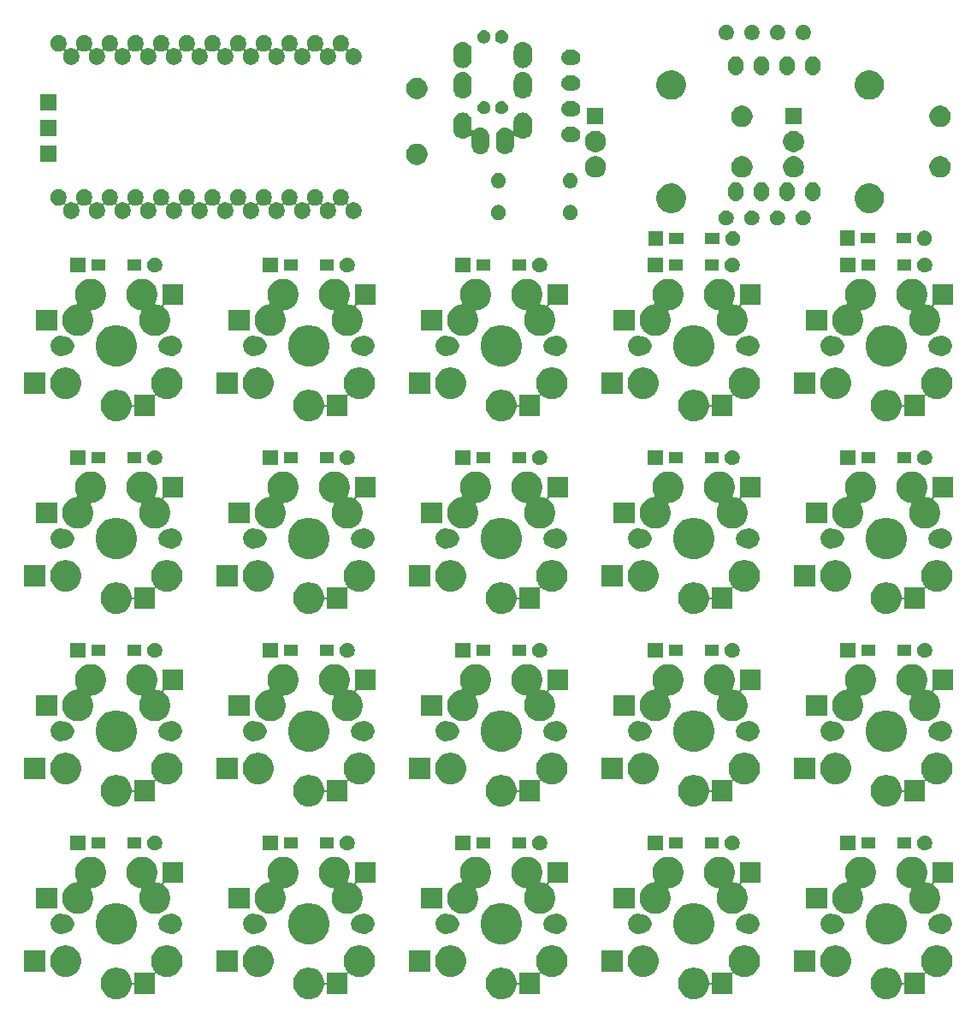
<source format=gbs>
G04 #@! TF.GenerationSoftware,KiCad,Pcbnew,(5.1.6-0-10_14)*
G04 #@! TF.CreationDate,2023-01-09T16:28:48+09:00*
G04 #@! TF.ProjectId,cool644,636f6f6c-3634-4342-9e6b-696361645f70,rev?*
G04 #@! TF.SameCoordinates,Original*
G04 #@! TF.FileFunction,Soldermask,Bot*
G04 #@! TF.FilePolarity,Negative*
%FSLAX46Y46*%
G04 Gerber Fmt 4.6, Leading zero omitted, Abs format (unit mm)*
G04 Created by KiCad (PCBNEW (5.1.6-0-10_14)) date 2023-01-09 16:28:48*
%MOMM*%
%LPD*%
G01*
G04 APERTURE LIST*
%ADD10C,0.100000*%
G04 APERTURE END LIST*
D10*
G36*
X81502585Y-59328802D02*
G01*
X81652410Y-59358604D01*
X81934674Y-59475521D01*
X82188705Y-59645259D01*
X82404741Y-59861295D01*
X82574479Y-60115326D01*
X82691396Y-60397590D01*
X82751000Y-60697240D01*
X82751000Y-61002760D01*
X82691396Y-61302410D01*
X82574479Y-61584674D01*
X82404741Y-61838705D01*
X82188705Y-62054741D01*
X81934674Y-62224479D01*
X81652410Y-62341396D01*
X81502585Y-62371198D01*
X81352761Y-62401000D01*
X81047239Y-62401000D01*
X80897415Y-62371198D01*
X80747590Y-62341396D01*
X80465326Y-62224479D01*
X80211295Y-62054741D01*
X80211290Y-62054736D01*
X80207662Y-62052312D01*
X80195445Y-62042286D01*
X80173834Y-62030735D01*
X80150385Y-62023622D01*
X80125999Y-62021220D01*
X80101613Y-62023622D01*
X80078164Y-62030735D01*
X80056553Y-62042286D01*
X80037611Y-62057831D01*
X80022066Y-62076773D01*
X80010515Y-62098384D01*
X80003402Y-62121833D01*
X80001000Y-62146219D01*
X80001000Y-64101000D01*
X77999000Y-64101000D01*
X77999000Y-63225116D01*
X77996598Y-63200730D01*
X77989485Y-63177281D01*
X77977934Y-63155670D01*
X77962389Y-63136728D01*
X77943447Y-63121183D01*
X77921836Y-63109632D01*
X77898387Y-63102519D01*
X77874001Y-63100117D01*
X77849615Y-63102519D01*
X77826166Y-63109632D01*
X77804555Y-63121183D01*
X77785613Y-63136728D01*
X77770068Y-63155670D01*
X77758517Y-63177281D01*
X77751404Y-63200730D01*
X77751000Y-63202760D01*
X77691396Y-63502410D01*
X77574479Y-63784674D01*
X77404741Y-64038705D01*
X77188705Y-64254741D01*
X76934674Y-64424479D01*
X76652410Y-64541396D01*
X76502585Y-64571198D01*
X76352761Y-64601000D01*
X76047239Y-64601000D01*
X75897415Y-64571198D01*
X75747590Y-64541396D01*
X75465326Y-64424479D01*
X75211295Y-64254741D01*
X74995259Y-64038705D01*
X74825521Y-63784674D01*
X74708604Y-63502410D01*
X74649000Y-63202760D01*
X74649000Y-62897240D01*
X74708604Y-62597590D01*
X74825521Y-62315326D01*
X74995259Y-62061295D01*
X75211295Y-61845259D01*
X75465326Y-61675521D01*
X75747590Y-61558604D01*
X75897415Y-61528802D01*
X76047239Y-61499000D01*
X76352761Y-61499000D01*
X76502585Y-61528802D01*
X76652410Y-61558604D01*
X76934674Y-61675521D01*
X77188705Y-61845259D01*
X77404741Y-62061295D01*
X77574479Y-62315326D01*
X77691396Y-62597590D01*
X77691396Y-62597591D01*
X77751404Y-62899270D01*
X77758517Y-62922719D01*
X77770068Y-62944330D01*
X77785613Y-62963272D01*
X77804555Y-62978817D01*
X77826166Y-62990368D01*
X77849615Y-62997481D01*
X77874001Y-62999883D01*
X77898387Y-62997481D01*
X77921836Y-62990368D01*
X77943447Y-62978817D01*
X77962389Y-62963272D01*
X77977934Y-62944330D01*
X77989485Y-62922719D01*
X77996598Y-62899270D01*
X77999000Y-62874884D01*
X77999000Y-61999000D01*
X79868509Y-61999000D01*
X79892895Y-61996598D01*
X79916344Y-61989485D01*
X79937955Y-61977934D01*
X79956897Y-61962389D01*
X79972442Y-61943447D01*
X79983993Y-61921836D01*
X79991106Y-61898387D01*
X79993508Y-61874001D01*
X79991106Y-61849615D01*
X79983993Y-61826166D01*
X79972447Y-61804565D01*
X79825521Y-61584674D01*
X79708604Y-61302410D01*
X79649000Y-61002760D01*
X79649000Y-60697240D01*
X79708604Y-60397590D01*
X79825521Y-60115326D01*
X79995259Y-59861295D01*
X80211295Y-59645259D01*
X80465326Y-59475521D01*
X80747590Y-59358604D01*
X80897415Y-59328802D01*
X81047239Y-59299000D01*
X81352761Y-59299000D01*
X81502585Y-59328802D01*
G37*
G36*
X5302585Y-59328802D02*
G01*
X5452410Y-59358604D01*
X5734674Y-59475521D01*
X5988705Y-59645259D01*
X6204741Y-59861295D01*
X6374479Y-60115326D01*
X6491396Y-60397590D01*
X6551000Y-60697240D01*
X6551000Y-61002760D01*
X6491396Y-61302410D01*
X6374479Y-61584674D01*
X6204741Y-61838705D01*
X5988705Y-62054741D01*
X5734674Y-62224479D01*
X5452410Y-62341396D01*
X5302585Y-62371198D01*
X5152761Y-62401000D01*
X4847239Y-62401000D01*
X4697415Y-62371198D01*
X4547590Y-62341396D01*
X4265326Y-62224479D01*
X4011295Y-62054741D01*
X4011290Y-62054736D01*
X4007662Y-62052312D01*
X3995445Y-62042286D01*
X3973834Y-62030735D01*
X3950385Y-62023622D01*
X3925999Y-62021220D01*
X3901613Y-62023622D01*
X3878164Y-62030735D01*
X3856553Y-62042286D01*
X3837611Y-62057831D01*
X3822066Y-62076773D01*
X3810515Y-62098384D01*
X3803402Y-62121833D01*
X3801000Y-62146219D01*
X3801000Y-64101000D01*
X1799000Y-64101000D01*
X1799000Y-63225116D01*
X1796598Y-63200730D01*
X1789485Y-63177281D01*
X1777934Y-63155670D01*
X1762389Y-63136728D01*
X1743447Y-63121183D01*
X1721836Y-63109632D01*
X1698387Y-63102519D01*
X1674001Y-63100117D01*
X1649615Y-63102519D01*
X1626166Y-63109632D01*
X1604555Y-63121183D01*
X1585613Y-63136728D01*
X1570068Y-63155670D01*
X1558517Y-63177281D01*
X1551404Y-63200730D01*
X1551000Y-63202760D01*
X1491396Y-63502410D01*
X1374479Y-63784674D01*
X1204741Y-64038705D01*
X988705Y-64254741D01*
X734674Y-64424479D01*
X452410Y-64541396D01*
X302585Y-64571198D01*
X152761Y-64601000D01*
X-152761Y-64601000D01*
X-302585Y-64571198D01*
X-452410Y-64541396D01*
X-734674Y-64424479D01*
X-988705Y-64254741D01*
X-1204741Y-64038705D01*
X-1374479Y-63784674D01*
X-1491396Y-63502410D01*
X-1551000Y-63202760D01*
X-1551000Y-62897240D01*
X-1491396Y-62597590D01*
X-1374479Y-62315326D01*
X-1204741Y-62061295D01*
X-988705Y-61845259D01*
X-734674Y-61675521D01*
X-452410Y-61558604D01*
X-302585Y-61528802D01*
X-152761Y-61499000D01*
X152761Y-61499000D01*
X302585Y-61528802D01*
X452410Y-61558604D01*
X734674Y-61675521D01*
X988705Y-61845259D01*
X1204741Y-62061295D01*
X1374479Y-62315326D01*
X1491396Y-62597590D01*
X1491396Y-62597591D01*
X1551404Y-62899270D01*
X1558517Y-62922719D01*
X1570068Y-62944330D01*
X1585613Y-62963272D01*
X1604555Y-62978817D01*
X1626166Y-62990368D01*
X1649615Y-62997481D01*
X1674001Y-62999883D01*
X1698387Y-62997481D01*
X1721836Y-62990368D01*
X1743447Y-62978817D01*
X1762389Y-62963272D01*
X1777934Y-62944330D01*
X1789485Y-62922719D01*
X1796598Y-62899270D01*
X1799000Y-62874884D01*
X1799000Y-61999000D01*
X3668509Y-61999000D01*
X3692895Y-61996598D01*
X3716344Y-61989485D01*
X3737955Y-61977934D01*
X3756897Y-61962389D01*
X3772442Y-61943447D01*
X3783993Y-61921836D01*
X3791106Y-61898387D01*
X3793508Y-61874001D01*
X3791106Y-61849615D01*
X3783993Y-61826166D01*
X3772447Y-61804565D01*
X3625521Y-61584674D01*
X3508604Y-61302410D01*
X3449000Y-61002760D01*
X3449000Y-60697240D01*
X3508604Y-60397590D01*
X3625521Y-60115326D01*
X3795259Y-59861295D01*
X4011295Y-59645259D01*
X4265326Y-59475521D01*
X4547590Y-59358604D01*
X4697415Y-59328802D01*
X4847239Y-59299000D01*
X5152761Y-59299000D01*
X5302585Y-59328802D01*
G37*
G36*
X62452585Y-59328802D02*
G01*
X62602410Y-59358604D01*
X62884674Y-59475521D01*
X63138705Y-59645259D01*
X63354741Y-59861295D01*
X63524479Y-60115326D01*
X63641396Y-60397590D01*
X63701000Y-60697240D01*
X63701000Y-61002760D01*
X63641396Y-61302410D01*
X63524479Y-61584674D01*
X63354741Y-61838705D01*
X63138705Y-62054741D01*
X62884674Y-62224479D01*
X62602410Y-62341396D01*
X62452585Y-62371198D01*
X62302761Y-62401000D01*
X61997239Y-62401000D01*
X61847415Y-62371198D01*
X61697590Y-62341396D01*
X61415326Y-62224479D01*
X61161295Y-62054741D01*
X61161290Y-62054736D01*
X61157662Y-62052312D01*
X61145445Y-62042286D01*
X61123834Y-62030735D01*
X61100385Y-62023622D01*
X61075999Y-62021220D01*
X61051613Y-62023622D01*
X61028164Y-62030735D01*
X61006553Y-62042286D01*
X60987611Y-62057831D01*
X60972066Y-62076773D01*
X60960515Y-62098384D01*
X60953402Y-62121833D01*
X60951000Y-62146219D01*
X60951000Y-64101000D01*
X58949000Y-64101000D01*
X58949000Y-63225116D01*
X58946598Y-63200730D01*
X58939485Y-63177281D01*
X58927934Y-63155670D01*
X58912389Y-63136728D01*
X58893447Y-63121183D01*
X58871836Y-63109632D01*
X58848387Y-63102519D01*
X58824001Y-63100117D01*
X58799615Y-63102519D01*
X58776166Y-63109632D01*
X58754555Y-63121183D01*
X58735613Y-63136728D01*
X58720068Y-63155670D01*
X58708517Y-63177281D01*
X58701404Y-63200730D01*
X58701000Y-63202760D01*
X58641396Y-63502410D01*
X58524479Y-63784674D01*
X58354741Y-64038705D01*
X58138705Y-64254741D01*
X57884674Y-64424479D01*
X57602410Y-64541396D01*
X57452585Y-64571198D01*
X57302761Y-64601000D01*
X56997239Y-64601000D01*
X56847415Y-64571198D01*
X56697590Y-64541396D01*
X56415326Y-64424479D01*
X56161295Y-64254741D01*
X55945259Y-64038705D01*
X55775521Y-63784674D01*
X55658604Y-63502410D01*
X55599000Y-63202760D01*
X55599000Y-62897240D01*
X55658604Y-62597590D01*
X55775521Y-62315326D01*
X55945259Y-62061295D01*
X56161295Y-61845259D01*
X56415326Y-61675521D01*
X56697590Y-61558604D01*
X56847415Y-61528802D01*
X56997239Y-61499000D01*
X57302761Y-61499000D01*
X57452585Y-61528802D01*
X57602410Y-61558604D01*
X57884674Y-61675521D01*
X58138705Y-61845259D01*
X58354741Y-62061295D01*
X58524479Y-62315326D01*
X58641396Y-62597590D01*
X58641396Y-62597591D01*
X58701404Y-62899270D01*
X58708517Y-62922719D01*
X58720068Y-62944330D01*
X58735613Y-62963272D01*
X58754555Y-62978817D01*
X58776166Y-62990368D01*
X58799615Y-62997481D01*
X58824001Y-62999883D01*
X58848387Y-62997481D01*
X58871836Y-62990368D01*
X58893447Y-62978817D01*
X58912389Y-62963272D01*
X58927934Y-62944330D01*
X58939485Y-62922719D01*
X58946598Y-62899270D01*
X58949000Y-62874884D01*
X58949000Y-61999000D01*
X60818509Y-61999000D01*
X60842895Y-61996598D01*
X60866344Y-61989485D01*
X60887955Y-61977934D01*
X60906897Y-61962389D01*
X60922442Y-61943447D01*
X60933993Y-61921836D01*
X60941106Y-61898387D01*
X60943508Y-61874001D01*
X60941106Y-61849615D01*
X60933993Y-61826166D01*
X60922447Y-61804565D01*
X60775521Y-61584674D01*
X60658604Y-61302410D01*
X60599000Y-61002760D01*
X60599000Y-60697240D01*
X60658604Y-60397590D01*
X60775521Y-60115326D01*
X60945259Y-59861295D01*
X61161295Y-59645259D01*
X61415326Y-59475521D01*
X61697590Y-59358604D01*
X61847415Y-59328802D01*
X61997239Y-59299000D01*
X62302761Y-59299000D01*
X62452585Y-59328802D01*
G37*
G36*
X43402585Y-59328802D02*
G01*
X43552410Y-59358604D01*
X43834674Y-59475521D01*
X44088705Y-59645259D01*
X44304741Y-59861295D01*
X44474479Y-60115326D01*
X44591396Y-60397590D01*
X44651000Y-60697240D01*
X44651000Y-61002760D01*
X44591396Y-61302410D01*
X44474479Y-61584674D01*
X44304741Y-61838705D01*
X44088705Y-62054741D01*
X43834674Y-62224479D01*
X43552410Y-62341396D01*
X43402585Y-62371198D01*
X43252761Y-62401000D01*
X42947239Y-62401000D01*
X42797415Y-62371198D01*
X42647590Y-62341396D01*
X42365326Y-62224479D01*
X42111295Y-62054741D01*
X42111290Y-62054736D01*
X42107662Y-62052312D01*
X42095445Y-62042286D01*
X42073834Y-62030735D01*
X42050385Y-62023622D01*
X42025999Y-62021220D01*
X42001613Y-62023622D01*
X41978164Y-62030735D01*
X41956553Y-62042286D01*
X41937611Y-62057831D01*
X41922066Y-62076773D01*
X41910515Y-62098384D01*
X41903402Y-62121833D01*
X41901000Y-62146219D01*
X41901000Y-64101000D01*
X39899000Y-64101000D01*
X39899000Y-63225116D01*
X39896598Y-63200730D01*
X39889485Y-63177281D01*
X39877934Y-63155670D01*
X39862389Y-63136728D01*
X39843447Y-63121183D01*
X39821836Y-63109632D01*
X39798387Y-63102519D01*
X39774001Y-63100117D01*
X39749615Y-63102519D01*
X39726166Y-63109632D01*
X39704555Y-63121183D01*
X39685613Y-63136728D01*
X39670068Y-63155670D01*
X39658517Y-63177281D01*
X39651404Y-63200730D01*
X39651000Y-63202760D01*
X39591396Y-63502410D01*
X39474479Y-63784674D01*
X39304741Y-64038705D01*
X39088705Y-64254741D01*
X38834674Y-64424479D01*
X38552410Y-64541396D01*
X38402585Y-64571198D01*
X38252761Y-64601000D01*
X37947239Y-64601000D01*
X37797415Y-64571198D01*
X37647590Y-64541396D01*
X37365326Y-64424479D01*
X37111295Y-64254741D01*
X36895259Y-64038705D01*
X36725521Y-63784674D01*
X36608604Y-63502410D01*
X36549000Y-63202760D01*
X36549000Y-62897240D01*
X36608604Y-62597590D01*
X36725521Y-62315326D01*
X36895259Y-62061295D01*
X37111295Y-61845259D01*
X37365326Y-61675521D01*
X37647590Y-61558604D01*
X37797415Y-61528802D01*
X37947239Y-61499000D01*
X38252761Y-61499000D01*
X38402585Y-61528802D01*
X38552410Y-61558604D01*
X38834674Y-61675521D01*
X39088705Y-61845259D01*
X39304741Y-62061295D01*
X39474479Y-62315326D01*
X39591396Y-62597590D01*
X39591396Y-62597591D01*
X39651404Y-62899270D01*
X39658517Y-62922719D01*
X39670068Y-62944330D01*
X39685613Y-62963272D01*
X39704555Y-62978817D01*
X39726166Y-62990368D01*
X39749615Y-62997481D01*
X39774001Y-62999883D01*
X39798387Y-62997481D01*
X39821836Y-62990368D01*
X39843447Y-62978817D01*
X39862389Y-62963272D01*
X39877934Y-62944330D01*
X39889485Y-62922719D01*
X39896598Y-62899270D01*
X39899000Y-62874884D01*
X39899000Y-61999000D01*
X41768509Y-61999000D01*
X41792895Y-61996598D01*
X41816344Y-61989485D01*
X41837955Y-61977934D01*
X41856897Y-61962389D01*
X41872442Y-61943447D01*
X41883993Y-61921836D01*
X41891106Y-61898387D01*
X41893508Y-61874001D01*
X41891106Y-61849615D01*
X41883993Y-61826166D01*
X41872447Y-61804565D01*
X41725521Y-61584674D01*
X41608604Y-61302410D01*
X41549000Y-61002760D01*
X41549000Y-60697240D01*
X41608604Y-60397590D01*
X41725521Y-60115326D01*
X41895259Y-59861295D01*
X42111295Y-59645259D01*
X42365326Y-59475521D01*
X42647590Y-59358604D01*
X42797415Y-59328802D01*
X42947239Y-59299000D01*
X43252761Y-59299000D01*
X43402585Y-59328802D01*
G37*
G36*
X24352585Y-59328802D02*
G01*
X24502410Y-59358604D01*
X24784674Y-59475521D01*
X25038705Y-59645259D01*
X25254741Y-59861295D01*
X25424479Y-60115326D01*
X25541396Y-60397590D01*
X25601000Y-60697240D01*
X25601000Y-61002760D01*
X25541396Y-61302410D01*
X25424479Y-61584674D01*
X25254741Y-61838705D01*
X25038705Y-62054741D01*
X24784674Y-62224479D01*
X24502410Y-62341396D01*
X24352585Y-62371198D01*
X24202761Y-62401000D01*
X23897239Y-62401000D01*
X23747415Y-62371198D01*
X23597590Y-62341396D01*
X23315326Y-62224479D01*
X23061295Y-62054741D01*
X23061290Y-62054736D01*
X23057662Y-62052312D01*
X23045445Y-62042286D01*
X23023834Y-62030735D01*
X23000385Y-62023622D01*
X22975999Y-62021220D01*
X22951613Y-62023622D01*
X22928164Y-62030735D01*
X22906553Y-62042286D01*
X22887611Y-62057831D01*
X22872066Y-62076773D01*
X22860515Y-62098384D01*
X22853402Y-62121833D01*
X22851000Y-62146219D01*
X22851000Y-64101000D01*
X20849000Y-64101000D01*
X20849000Y-63225116D01*
X20846598Y-63200730D01*
X20839485Y-63177281D01*
X20827934Y-63155670D01*
X20812389Y-63136728D01*
X20793447Y-63121183D01*
X20771836Y-63109632D01*
X20748387Y-63102519D01*
X20724001Y-63100117D01*
X20699615Y-63102519D01*
X20676166Y-63109632D01*
X20654555Y-63121183D01*
X20635613Y-63136728D01*
X20620068Y-63155670D01*
X20608517Y-63177281D01*
X20601404Y-63200730D01*
X20601000Y-63202760D01*
X20541396Y-63502410D01*
X20424479Y-63784674D01*
X20254741Y-64038705D01*
X20038705Y-64254741D01*
X19784674Y-64424479D01*
X19502410Y-64541396D01*
X19352585Y-64571198D01*
X19202761Y-64601000D01*
X18897239Y-64601000D01*
X18747415Y-64571198D01*
X18597590Y-64541396D01*
X18315326Y-64424479D01*
X18061295Y-64254741D01*
X17845259Y-64038705D01*
X17675521Y-63784674D01*
X17558604Y-63502410D01*
X17499000Y-63202760D01*
X17499000Y-62897240D01*
X17558604Y-62597590D01*
X17675521Y-62315326D01*
X17845259Y-62061295D01*
X18061295Y-61845259D01*
X18315326Y-61675521D01*
X18597590Y-61558604D01*
X18747415Y-61528802D01*
X18897239Y-61499000D01*
X19202761Y-61499000D01*
X19352585Y-61528802D01*
X19502410Y-61558604D01*
X19784674Y-61675521D01*
X20038705Y-61845259D01*
X20254741Y-62061295D01*
X20424479Y-62315326D01*
X20541396Y-62597590D01*
X20541396Y-62597591D01*
X20601404Y-62899270D01*
X20608517Y-62922719D01*
X20620068Y-62944330D01*
X20635613Y-62963272D01*
X20654555Y-62978817D01*
X20676166Y-62990368D01*
X20699615Y-62997481D01*
X20724001Y-62999883D01*
X20748387Y-62997481D01*
X20771836Y-62990368D01*
X20793447Y-62978817D01*
X20812389Y-62963272D01*
X20827934Y-62944330D01*
X20839485Y-62922719D01*
X20846598Y-62899270D01*
X20849000Y-62874884D01*
X20849000Y-61999000D01*
X22718509Y-61999000D01*
X22742895Y-61996598D01*
X22766344Y-61989485D01*
X22787955Y-61977934D01*
X22806897Y-61962389D01*
X22822442Y-61943447D01*
X22833993Y-61921836D01*
X22841106Y-61898387D01*
X22843508Y-61874001D01*
X22841106Y-61849615D01*
X22833993Y-61826166D01*
X22822447Y-61804565D01*
X22675521Y-61584674D01*
X22558604Y-61302410D01*
X22499000Y-61002760D01*
X22499000Y-60697240D01*
X22558604Y-60397590D01*
X22675521Y-60115326D01*
X22845259Y-59861295D01*
X23061295Y-59645259D01*
X23315326Y-59475521D01*
X23597590Y-59358604D01*
X23747415Y-59328802D01*
X23897239Y-59299000D01*
X24202761Y-59299000D01*
X24352585Y-59328802D01*
G37*
G36*
X-4697415Y-59328802D02*
G01*
X-4547590Y-59358604D01*
X-4265326Y-59475521D01*
X-4011295Y-59645259D01*
X-3795259Y-59861295D01*
X-3625521Y-60115326D01*
X-3508604Y-60397590D01*
X-3449000Y-60697240D01*
X-3449000Y-61002760D01*
X-3508604Y-61302410D01*
X-3625521Y-61584674D01*
X-3795259Y-61838705D01*
X-4011295Y-62054741D01*
X-4265326Y-62224479D01*
X-4547590Y-62341396D01*
X-4697415Y-62371198D01*
X-4847239Y-62401000D01*
X-5152761Y-62401000D01*
X-5302585Y-62371198D01*
X-5452410Y-62341396D01*
X-5734674Y-62224479D01*
X-5988705Y-62054741D01*
X-6204741Y-61838705D01*
X-6374479Y-61584674D01*
X-6491396Y-61302410D01*
X-6551000Y-61002760D01*
X-6551000Y-60697240D01*
X-6491396Y-60397590D01*
X-6374479Y-60115326D01*
X-6204741Y-59861295D01*
X-5988705Y-59645259D01*
X-5734674Y-59475521D01*
X-5452410Y-59358604D01*
X-5302585Y-59328802D01*
X-5152761Y-59299000D01*
X-4847239Y-59299000D01*
X-4697415Y-59328802D01*
G37*
G36*
X14352585Y-59328802D02*
G01*
X14502410Y-59358604D01*
X14784674Y-59475521D01*
X15038705Y-59645259D01*
X15254741Y-59861295D01*
X15424479Y-60115326D01*
X15541396Y-60397590D01*
X15601000Y-60697240D01*
X15601000Y-61002760D01*
X15541396Y-61302410D01*
X15424479Y-61584674D01*
X15254741Y-61838705D01*
X15038705Y-62054741D01*
X14784674Y-62224479D01*
X14502410Y-62341396D01*
X14352585Y-62371198D01*
X14202761Y-62401000D01*
X13897239Y-62401000D01*
X13747415Y-62371198D01*
X13597590Y-62341396D01*
X13315326Y-62224479D01*
X13061295Y-62054741D01*
X12845259Y-61838705D01*
X12675521Y-61584674D01*
X12558604Y-61302410D01*
X12499000Y-61002760D01*
X12499000Y-60697240D01*
X12558604Y-60397590D01*
X12675521Y-60115326D01*
X12845259Y-59861295D01*
X13061295Y-59645259D01*
X13315326Y-59475521D01*
X13597590Y-59358604D01*
X13747415Y-59328802D01*
X13897239Y-59299000D01*
X14202761Y-59299000D01*
X14352585Y-59328802D01*
G37*
G36*
X33402585Y-59328802D02*
G01*
X33552410Y-59358604D01*
X33834674Y-59475521D01*
X34088705Y-59645259D01*
X34304741Y-59861295D01*
X34474479Y-60115326D01*
X34591396Y-60397590D01*
X34651000Y-60697240D01*
X34651000Y-61002760D01*
X34591396Y-61302410D01*
X34474479Y-61584674D01*
X34304741Y-61838705D01*
X34088705Y-62054741D01*
X33834674Y-62224479D01*
X33552410Y-62341396D01*
X33402585Y-62371198D01*
X33252761Y-62401000D01*
X32947239Y-62401000D01*
X32797415Y-62371198D01*
X32647590Y-62341396D01*
X32365326Y-62224479D01*
X32111295Y-62054741D01*
X31895259Y-61838705D01*
X31725521Y-61584674D01*
X31608604Y-61302410D01*
X31549000Y-61002760D01*
X31549000Y-60697240D01*
X31608604Y-60397590D01*
X31725521Y-60115326D01*
X31895259Y-59861295D01*
X32111295Y-59645259D01*
X32365326Y-59475521D01*
X32647590Y-59358604D01*
X32797415Y-59328802D01*
X32947239Y-59299000D01*
X33252761Y-59299000D01*
X33402585Y-59328802D01*
G37*
G36*
X52452585Y-59328802D02*
G01*
X52602410Y-59358604D01*
X52884674Y-59475521D01*
X53138705Y-59645259D01*
X53354741Y-59861295D01*
X53524479Y-60115326D01*
X53641396Y-60397590D01*
X53701000Y-60697240D01*
X53701000Y-61002760D01*
X53641396Y-61302410D01*
X53524479Y-61584674D01*
X53354741Y-61838705D01*
X53138705Y-62054741D01*
X52884674Y-62224479D01*
X52602410Y-62341396D01*
X52452585Y-62371198D01*
X52302761Y-62401000D01*
X51997239Y-62401000D01*
X51847415Y-62371198D01*
X51697590Y-62341396D01*
X51415326Y-62224479D01*
X51161295Y-62054741D01*
X50945259Y-61838705D01*
X50775521Y-61584674D01*
X50658604Y-61302410D01*
X50599000Y-61002760D01*
X50599000Y-60697240D01*
X50658604Y-60397590D01*
X50775521Y-60115326D01*
X50945259Y-59861295D01*
X51161295Y-59645259D01*
X51415326Y-59475521D01*
X51697590Y-59358604D01*
X51847415Y-59328802D01*
X51997239Y-59299000D01*
X52302761Y-59299000D01*
X52452585Y-59328802D01*
G37*
G36*
X71502585Y-59328802D02*
G01*
X71652410Y-59358604D01*
X71934674Y-59475521D01*
X72188705Y-59645259D01*
X72404741Y-59861295D01*
X72574479Y-60115326D01*
X72691396Y-60397590D01*
X72751000Y-60697240D01*
X72751000Y-61002760D01*
X72691396Y-61302410D01*
X72574479Y-61584674D01*
X72404741Y-61838705D01*
X72188705Y-62054741D01*
X71934674Y-62224479D01*
X71652410Y-62341396D01*
X71502585Y-62371198D01*
X71352761Y-62401000D01*
X71047239Y-62401000D01*
X70897415Y-62371198D01*
X70747590Y-62341396D01*
X70465326Y-62224479D01*
X70211295Y-62054741D01*
X69995259Y-61838705D01*
X69825521Y-61584674D01*
X69708604Y-61302410D01*
X69649000Y-61002760D01*
X69649000Y-60697240D01*
X69708604Y-60397590D01*
X69825521Y-60115326D01*
X69995259Y-59861295D01*
X70211295Y-59645259D01*
X70465326Y-59475521D01*
X70747590Y-59358604D01*
X70897415Y-59328802D01*
X71047239Y-59299000D01*
X71352761Y-59299000D01*
X71502585Y-59328802D01*
G37*
G36*
X50101000Y-61901000D02*
G01*
X47999000Y-61901000D01*
X47999000Y-59799000D01*
X50101000Y-59799000D01*
X50101000Y-61901000D01*
G37*
G36*
X69151000Y-61901000D02*
G01*
X67049000Y-61901000D01*
X67049000Y-59799000D01*
X69151000Y-59799000D01*
X69151000Y-61901000D01*
G37*
G36*
X12001000Y-61901000D02*
G01*
X9899000Y-61901000D01*
X9899000Y-59799000D01*
X12001000Y-59799000D01*
X12001000Y-61901000D01*
G37*
G36*
X-7049000Y-61901000D02*
G01*
X-9151000Y-61901000D01*
X-9151000Y-59799000D01*
X-7049000Y-59799000D01*
X-7049000Y-61901000D01*
G37*
G36*
X31051000Y-61901000D02*
G01*
X28949000Y-61901000D01*
X28949000Y-59799000D01*
X31051000Y-59799000D01*
X31051000Y-61901000D01*
G37*
G36*
X19648254Y-55177818D02*
G01*
X20021511Y-55332426D01*
X20021513Y-55332427D01*
X20357436Y-55556884D01*
X20643116Y-55842564D01*
X20855889Y-56161000D01*
X20867574Y-56178489D01*
X21022182Y-56551746D01*
X21101000Y-56947993D01*
X21101000Y-57352007D01*
X21022182Y-57748254D01*
X20892839Y-58060515D01*
X20867573Y-58121513D01*
X20643116Y-58457436D01*
X20357436Y-58743116D01*
X20021513Y-58967573D01*
X20021512Y-58967574D01*
X20021511Y-58967574D01*
X19648254Y-59122182D01*
X19252007Y-59201000D01*
X18847993Y-59201000D01*
X18451746Y-59122182D01*
X18078489Y-58967574D01*
X18078488Y-58967574D01*
X18078487Y-58967573D01*
X17742564Y-58743116D01*
X17456884Y-58457436D01*
X17232427Y-58121513D01*
X17207161Y-58060515D01*
X17077818Y-57748254D01*
X16999000Y-57352007D01*
X16999000Y-56947993D01*
X17077818Y-56551746D01*
X17232426Y-56178489D01*
X17244112Y-56161000D01*
X17456884Y-55842564D01*
X17742564Y-55556884D01*
X18078487Y-55332427D01*
X18078489Y-55332426D01*
X18451746Y-55177818D01*
X18847993Y-55099000D01*
X19252007Y-55099000D01*
X19648254Y-55177818D01*
G37*
G36*
X598254Y-55177818D02*
G01*
X971511Y-55332426D01*
X971513Y-55332427D01*
X1307436Y-55556884D01*
X1593116Y-55842564D01*
X1805889Y-56161000D01*
X1817574Y-56178489D01*
X1972182Y-56551746D01*
X2051000Y-56947993D01*
X2051000Y-57352007D01*
X1972182Y-57748254D01*
X1842839Y-58060515D01*
X1817573Y-58121513D01*
X1593116Y-58457436D01*
X1307436Y-58743116D01*
X971513Y-58967573D01*
X971512Y-58967574D01*
X971511Y-58967574D01*
X598254Y-59122182D01*
X202007Y-59201000D01*
X-202007Y-59201000D01*
X-598254Y-59122182D01*
X-971511Y-58967574D01*
X-971512Y-58967574D01*
X-971513Y-58967573D01*
X-1307436Y-58743116D01*
X-1593116Y-58457436D01*
X-1817573Y-58121513D01*
X-1842839Y-58060515D01*
X-1972182Y-57748254D01*
X-2051000Y-57352007D01*
X-2051000Y-56947993D01*
X-1972182Y-56551746D01*
X-1817574Y-56178489D01*
X-1805888Y-56161000D01*
X-1593116Y-55842564D01*
X-1307436Y-55556884D01*
X-971513Y-55332427D01*
X-971511Y-55332426D01*
X-598254Y-55177818D01*
X-202007Y-55099000D01*
X202007Y-55099000D01*
X598254Y-55177818D01*
G37*
G36*
X76798254Y-55177818D02*
G01*
X77171511Y-55332426D01*
X77171513Y-55332427D01*
X77507436Y-55556884D01*
X77793116Y-55842564D01*
X78005889Y-56161000D01*
X78017574Y-56178489D01*
X78172182Y-56551746D01*
X78251000Y-56947993D01*
X78251000Y-57352007D01*
X78172182Y-57748254D01*
X78042839Y-58060515D01*
X78017573Y-58121513D01*
X77793116Y-58457436D01*
X77507436Y-58743116D01*
X77171513Y-58967573D01*
X77171512Y-58967574D01*
X77171511Y-58967574D01*
X76798254Y-59122182D01*
X76402007Y-59201000D01*
X75997993Y-59201000D01*
X75601746Y-59122182D01*
X75228489Y-58967574D01*
X75228488Y-58967574D01*
X75228487Y-58967573D01*
X74892564Y-58743116D01*
X74606884Y-58457436D01*
X74382427Y-58121513D01*
X74357161Y-58060515D01*
X74227818Y-57748254D01*
X74149000Y-57352007D01*
X74149000Y-56947993D01*
X74227818Y-56551746D01*
X74382426Y-56178489D01*
X74394112Y-56161000D01*
X74606884Y-55842564D01*
X74892564Y-55556884D01*
X75228487Y-55332427D01*
X75228489Y-55332426D01*
X75601746Y-55177818D01*
X75997993Y-55099000D01*
X76402007Y-55099000D01*
X76798254Y-55177818D01*
G37*
G36*
X57748254Y-55177818D02*
G01*
X58121511Y-55332426D01*
X58121513Y-55332427D01*
X58457436Y-55556884D01*
X58743116Y-55842564D01*
X58955889Y-56161000D01*
X58967574Y-56178489D01*
X59122182Y-56551746D01*
X59201000Y-56947993D01*
X59201000Y-57352007D01*
X59122182Y-57748254D01*
X58992839Y-58060515D01*
X58967573Y-58121513D01*
X58743116Y-58457436D01*
X58457436Y-58743116D01*
X58121513Y-58967573D01*
X58121512Y-58967574D01*
X58121511Y-58967574D01*
X57748254Y-59122182D01*
X57352007Y-59201000D01*
X56947993Y-59201000D01*
X56551746Y-59122182D01*
X56178489Y-58967574D01*
X56178488Y-58967574D01*
X56178487Y-58967573D01*
X55842564Y-58743116D01*
X55556884Y-58457436D01*
X55332427Y-58121513D01*
X55307161Y-58060515D01*
X55177818Y-57748254D01*
X55099000Y-57352007D01*
X55099000Y-56947993D01*
X55177818Y-56551746D01*
X55332426Y-56178489D01*
X55344112Y-56161000D01*
X55556884Y-55842564D01*
X55842564Y-55556884D01*
X56178487Y-55332427D01*
X56178489Y-55332426D01*
X56551746Y-55177818D01*
X56947993Y-55099000D01*
X57352007Y-55099000D01*
X57748254Y-55177818D01*
G37*
G36*
X38698254Y-55177818D02*
G01*
X39071511Y-55332426D01*
X39071513Y-55332427D01*
X39407436Y-55556884D01*
X39693116Y-55842564D01*
X39905889Y-56161000D01*
X39917574Y-56178489D01*
X40072182Y-56551746D01*
X40151000Y-56947993D01*
X40151000Y-57352007D01*
X40072182Y-57748254D01*
X39942839Y-58060515D01*
X39917573Y-58121513D01*
X39693116Y-58457436D01*
X39407436Y-58743116D01*
X39071513Y-58967573D01*
X39071512Y-58967574D01*
X39071511Y-58967574D01*
X38698254Y-59122182D01*
X38302007Y-59201000D01*
X37897993Y-59201000D01*
X37501746Y-59122182D01*
X37128489Y-58967574D01*
X37128488Y-58967574D01*
X37128487Y-58967573D01*
X36792564Y-58743116D01*
X36506884Y-58457436D01*
X36282427Y-58121513D01*
X36257161Y-58060515D01*
X36127818Y-57748254D01*
X36049000Y-57352007D01*
X36049000Y-56947993D01*
X36127818Y-56551746D01*
X36282426Y-56178489D01*
X36294112Y-56161000D01*
X36506884Y-55842564D01*
X36792564Y-55556884D01*
X37128487Y-55332427D01*
X37128489Y-55332426D01*
X37501746Y-55177818D01*
X37897993Y-55099000D01*
X38302007Y-55099000D01*
X38698254Y-55177818D01*
G37*
G36*
X81858918Y-56161000D02*
G01*
X81991981Y-56187468D01*
X82174151Y-56262926D01*
X82338100Y-56372473D01*
X82477527Y-56511900D01*
X82587074Y-56675849D01*
X82662532Y-56858019D01*
X82701000Y-57051410D01*
X82701000Y-57248590D01*
X82662532Y-57441981D01*
X82587074Y-57624151D01*
X82477527Y-57788100D01*
X82338100Y-57927527D01*
X82174151Y-58037074D01*
X81991981Y-58112532D01*
X81895285Y-58131766D01*
X81798591Y-58151000D01*
X81601409Y-58151000D01*
X81504715Y-58131766D01*
X81408019Y-58112532D01*
X81282440Y-58060515D01*
X81258991Y-58053402D01*
X81234605Y-58051000D01*
X81191258Y-58051000D01*
X81166488Y-58046073D01*
X81017188Y-58016376D01*
X80853216Y-57948456D01*
X80705646Y-57849853D01*
X80580147Y-57724354D01*
X80481544Y-57576784D01*
X80413624Y-57412812D01*
X80379000Y-57238741D01*
X80379000Y-57061259D01*
X80413624Y-56887188D01*
X80481544Y-56723216D01*
X80580147Y-56575646D01*
X80705646Y-56450147D01*
X80853216Y-56351544D01*
X81017188Y-56283624D01*
X81166488Y-56253927D01*
X81191258Y-56249000D01*
X81234605Y-56249000D01*
X81258991Y-56246598D01*
X81282440Y-56239485D01*
X81287690Y-56237311D01*
X81408019Y-56187468D01*
X81541082Y-56161000D01*
X81601409Y-56149000D01*
X81798591Y-56149000D01*
X81858918Y-56161000D01*
G37*
G36*
X70858918Y-56161000D02*
G01*
X70991981Y-56187468D01*
X71112310Y-56237311D01*
X71117560Y-56239485D01*
X71141009Y-56246598D01*
X71165395Y-56249000D01*
X71208742Y-56249000D01*
X71233512Y-56253927D01*
X71382812Y-56283624D01*
X71546784Y-56351544D01*
X71694354Y-56450147D01*
X71819853Y-56575646D01*
X71918456Y-56723216D01*
X71986376Y-56887188D01*
X72021000Y-57061259D01*
X72021000Y-57238741D01*
X71986376Y-57412812D01*
X71918456Y-57576784D01*
X71819853Y-57724354D01*
X71694354Y-57849853D01*
X71546784Y-57948456D01*
X71382812Y-58016376D01*
X71233512Y-58046073D01*
X71208742Y-58051000D01*
X71165395Y-58051000D01*
X71141009Y-58053402D01*
X71117560Y-58060515D01*
X70991981Y-58112532D01*
X70895285Y-58131766D01*
X70798591Y-58151000D01*
X70601409Y-58151000D01*
X70504715Y-58131766D01*
X70408019Y-58112532D01*
X70225849Y-58037074D01*
X70061900Y-57927527D01*
X69922473Y-57788100D01*
X69812926Y-57624151D01*
X69737468Y-57441981D01*
X69699000Y-57248590D01*
X69699000Y-57051410D01*
X69737468Y-56858019D01*
X69812926Y-56675849D01*
X69922473Y-56511900D01*
X70061900Y-56372473D01*
X70225849Y-56262926D01*
X70408019Y-56187468D01*
X70541082Y-56161000D01*
X70601409Y-56149000D01*
X70798591Y-56149000D01*
X70858918Y-56161000D01*
G37*
G36*
X62808918Y-56161000D02*
G01*
X62941981Y-56187468D01*
X63124151Y-56262926D01*
X63288100Y-56372473D01*
X63427527Y-56511900D01*
X63537074Y-56675849D01*
X63612532Y-56858019D01*
X63651000Y-57051410D01*
X63651000Y-57248590D01*
X63612532Y-57441981D01*
X63537074Y-57624151D01*
X63427527Y-57788100D01*
X63288100Y-57927527D01*
X63124151Y-58037074D01*
X62941981Y-58112532D01*
X62845285Y-58131766D01*
X62748591Y-58151000D01*
X62551409Y-58151000D01*
X62454715Y-58131766D01*
X62358019Y-58112532D01*
X62232440Y-58060515D01*
X62208991Y-58053402D01*
X62184605Y-58051000D01*
X62141258Y-58051000D01*
X62116488Y-58046073D01*
X61967188Y-58016376D01*
X61803216Y-57948456D01*
X61655646Y-57849853D01*
X61530147Y-57724354D01*
X61431544Y-57576784D01*
X61363624Y-57412812D01*
X61329000Y-57238741D01*
X61329000Y-57061259D01*
X61363624Y-56887188D01*
X61431544Y-56723216D01*
X61530147Y-56575646D01*
X61655646Y-56450147D01*
X61803216Y-56351544D01*
X61967188Y-56283624D01*
X62116488Y-56253927D01*
X62141258Y-56249000D01*
X62184605Y-56249000D01*
X62208991Y-56246598D01*
X62232440Y-56239485D01*
X62237690Y-56237311D01*
X62358019Y-56187468D01*
X62491082Y-56161000D01*
X62551409Y-56149000D01*
X62748591Y-56149000D01*
X62808918Y-56161000D01*
G37*
G36*
X51808918Y-56161000D02*
G01*
X51941981Y-56187468D01*
X52062310Y-56237311D01*
X52067560Y-56239485D01*
X52091009Y-56246598D01*
X52115395Y-56249000D01*
X52158742Y-56249000D01*
X52183512Y-56253927D01*
X52332812Y-56283624D01*
X52496784Y-56351544D01*
X52644354Y-56450147D01*
X52769853Y-56575646D01*
X52868456Y-56723216D01*
X52936376Y-56887188D01*
X52971000Y-57061259D01*
X52971000Y-57238741D01*
X52936376Y-57412812D01*
X52868456Y-57576784D01*
X52769853Y-57724354D01*
X52644354Y-57849853D01*
X52496784Y-57948456D01*
X52332812Y-58016376D01*
X52183512Y-58046073D01*
X52158742Y-58051000D01*
X52115395Y-58051000D01*
X52091009Y-58053402D01*
X52067560Y-58060515D01*
X51941981Y-58112532D01*
X51845285Y-58131766D01*
X51748591Y-58151000D01*
X51551409Y-58151000D01*
X51454715Y-58131766D01*
X51358019Y-58112532D01*
X51175849Y-58037074D01*
X51011900Y-57927527D01*
X50872473Y-57788100D01*
X50762926Y-57624151D01*
X50687468Y-57441981D01*
X50649000Y-57248590D01*
X50649000Y-57051410D01*
X50687468Y-56858019D01*
X50762926Y-56675849D01*
X50872473Y-56511900D01*
X51011900Y-56372473D01*
X51175849Y-56262926D01*
X51358019Y-56187468D01*
X51491082Y-56161000D01*
X51551409Y-56149000D01*
X51748591Y-56149000D01*
X51808918Y-56161000D01*
G37*
G36*
X43758918Y-56161000D02*
G01*
X43891981Y-56187468D01*
X44074151Y-56262926D01*
X44238100Y-56372473D01*
X44377527Y-56511900D01*
X44487074Y-56675849D01*
X44562532Y-56858019D01*
X44601000Y-57051410D01*
X44601000Y-57248590D01*
X44562532Y-57441981D01*
X44487074Y-57624151D01*
X44377527Y-57788100D01*
X44238100Y-57927527D01*
X44074151Y-58037074D01*
X43891981Y-58112532D01*
X43795285Y-58131766D01*
X43698591Y-58151000D01*
X43501409Y-58151000D01*
X43404715Y-58131766D01*
X43308019Y-58112532D01*
X43182440Y-58060515D01*
X43158991Y-58053402D01*
X43134605Y-58051000D01*
X43091258Y-58051000D01*
X43066488Y-58046073D01*
X42917188Y-58016376D01*
X42753216Y-57948456D01*
X42605646Y-57849853D01*
X42480147Y-57724354D01*
X42381544Y-57576784D01*
X42313624Y-57412812D01*
X42279000Y-57238741D01*
X42279000Y-57061259D01*
X42313624Y-56887188D01*
X42381544Y-56723216D01*
X42480147Y-56575646D01*
X42605646Y-56450147D01*
X42753216Y-56351544D01*
X42917188Y-56283624D01*
X43066488Y-56253927D01*
X43091258Y-56249000D01*
X43134605Y-56249000D01*
X43158991Y-56246598D01*
X43182440Y-56239485D01*
X43187690Y-56237311D01*
X43308019Y-56187468D01*
X43441082Y-56161000D01*
X43501409Y-56149000D01*
X43698591Y-56149000D01*
X43758918Y-56161000D01*
G37*
G36*
X32758918Y-56161000D02*
G01*
X32891981Y-56187468D01*
X33012310Y-56237311D01*
X33017560Y-56239485D01*
X33041009Y-56246598D01*
X33065395Y-56249000D01*
X33108742Y-56249000D01*
X33133512Y-56253927D01*
X33282812Y-56283624D01*
X33446784Y-56351544D01*
X33594354Y-56450147D01*
X33719853Y-56575646D01*
X33818456Y-56723216D01*
X33886376Y-56887188D01*
X33921000Y-57061259D01*
X33921000Y-57238741D01*
X33886376Y-57412812D01*
X33818456Y-57576784D01*
X33719853Y-57724354D01*
X33594354Y-57849853D01*
X33446784Y-57948456D01*
X33282812Y-58016376D01*
X33133512Y-58046073D01*
X33108742Y-58051000D01*
X33065395Y-58051000D01*
X33041009Y-58053402D01*
X33017560Y-58060515D01*
X32891981Y-58112532D01*
X32795285Y-58131766D01*
X32698591Y-58151000D01*
X32501409Y-58151000D01*
X32404715Y-58131766D01*
X32308019Y-58112532D01*
X32125849Y-58037074D01*
X31961900Y-57927527D01*
X31822473Y-57788100D01*
X31712926Y-57624151D01*
X31637468Y-57441981D01*
X31599000Y-57248590D01*
X31599000Y-57051410D01*
X31637468Y-56858019D01*
X31712926Y-56675849D01*
X31822473Y-56511900D01*
X31961900Y-56372473D01*
X32125849Y-56262926D01*
X32308019Y-56187468D01*
X32441082Y-56161000D01*
X32501409Y-56149000D01*
X32698591Y-56149000D01*
X32758918Y-56161000D01*
G37*
G36*
X13708918Y-56161000D02*
G01*
X13841981Y-56187468D01*
X13962310Y-56237311D01*
X13967560Y-56239485D01*
X13991009Y-56246598D01*
X14015395Y-56249000D01*
X14058742Y-56249000D01*
X14083512Y-56253927D01*
X14232812Y-56283624D01*
X14396784Y-56351544D01*
X14544354Y-56450147D01*
X14669853Y-56575646D01*
X14768456Y-56723216D01*
X14836376Y-56887188D01*
X14871000Y-57061259D01*
X14871000Y-57238741D01*
X14836376Y-57412812D01*
X14768456Y-57576784D01*
X14669853Y-57724354D01*
X14544354Y-57849853D01*
X14396784Y-57948456D01*
X14232812Y-58016376D01*
X14083512Y-58046073D01*
X14058742Y-58051000D01*
X14015395Y-58051000D01*
X13991009Y-58053402D01*
X13967560Y-58060515D01*
X13841981Y-58112532D01*
X13745285Y-58131766D01*
X13648591Y-58151000D01*
X13451409Y-58151000D01*
X13354715Y-58131766D01*
X13258019Y-58112532D01*
X13075849Y-58037074D01*
X12911900Y-57927527D01*
X12772473Y-57788100D01*
X12662926Y-57624151D01*
X12587468Y-57441981D01*
X12549000Y-57248590D01*
X12549000Y-57051410D01*
X12587468Y-56858019D01*
X12662926Y-56675849D01*
X12772473Y-56511900D01*
X12911900Y-56372473D01*
X13075849Y-56262926D01*
X13258019Y-56187468D01*
X13391082Y-56161000D01*
X13451409Y-56149000D01*
X13648591Y-56149000D01*
X13708918Y-56161000D01*
G37*
G36*
X24708918Y-56161000D02*
G01*
X24841981Y-56187468D01*
X25024151Y-56262926D01*
X25188100Y-56372473D01*
X25327527Y-56511900D01*
X25437074Y-56675849D01*
X25512532Y-56858019D01*
X25551000Y-57051410D01*
X25551000Y-57248590D01*
X25512532Y-57441981D01*
X25437074Y-57624151D01*
X25327527Y-57788100D01*
X25188100Y-57927527D01*
X25024151Y-58037074D01*
X24841981Y-58112532D01*
X24745285Y-58131766D01*
X24648591Y-58151000D01*
X24451409Y-58151000D01*
X24354715Y-58131766D01*
X24258019Y-58112532D01*
X24132440Y-58060515D01*
X24108991Y-58053402D01*
X24084605Y-58051000D01*
X24041258Y-58051000D01*
X24016488Y-58046073D01*
X23867188Y-58016376D01*
X23703216Y-57948456D01*
X23555646Y-57849853D01*
X23430147Y-57724354D01*
X23331544Y-57576784D01*
X23263624Y-57412812D01*
X23229000Y-57238741D01*
X23229000Y-57061259D01*
X23263624Y-56887188D01*
X23331544Y-56723216D01*
X23430147Y-56575646D01*
X23555646Y-56450147D01*
X23703216Y-56351544D01*
X23867188Y-56283624D01*
X24016488Y-56253927D01*
X24041258Y-56249000D01*
X24084605Y-56249000D01*
X24108991Y-56246598D01*
X24132440Y-56239485D01*
X24137690Y-56237311D01*
X24258019Y-56187468D01*
X24391082Y-56161000D01*
X24451409Y-56149000D01*
X24648591Y-56149000D01*
X24708918Y-56161000D01*
G37*
G36*
X5658918Y-56161000D02*
G01*
X5791981Y-56187468D01*
X5974151Y-56262926D01*
X6138100Y-56372473D01*
X6277527Y-56511900D01*
X6387074Y-56675849D01*
X6462532Y-56858019D01*
X6501000Y-57051410D01*
X6501000Y-57248590D01*
X6462532Y-57441981D01*
X6387074Y-57624151D01*
X6277527Y-57788100D01*
X6138100Y-57927527D01*
X5974151Y-58037074D01*
X5791981Y-58112532D01*
X5695285Y-58131766D01*
X5598591Y-58151000D01*
X5401409Y-58151000D01*
X5304715Y-58131766D01*
X5208019Y-58112532D01*
X5082440Y-58060515D01*
X5058991Y-58053402D01*
X5034605Y-58051000D01*
X4991258Y-58051000D01*
X4966488Y-58046073D01*
X4817188Y-58016376D01*
X4653216Y-57948456D01*
X4505646Y-57849853D01*
X4380147Y-57724354D01*
X4281544Y-57576784D01*
X4213624Y-57412812D01*
X4179000Y-57238741D01*
X4179000Y-57061259D01*
X4213624Y-56887188D01*
X4281544Y-56723216D01*
X4380147Y-56575646D01*
X4505646Y-56450147D01*
X4653216Y-56351544D01*
X4817188Y-56283624D01*
X4966488Y-56253927D01*
X4991258Y-56249000D01*
X5034605Y-56249000D01*
X5058991Y-56246598D01*
X5082440Y-56239485D01*
X5087690Y-56237311D01*
X5208019Y-56187468D01*
X5341082Y-56161000D01*
X5401409Y-56149000D01*
X5598591Y-56149000D01*
X5658918Y-56161000D01*
G37*
G36*
X-5341082Y-56161000D02*
G01*
X-5208019Y-56187468D01*
X-5087690Y-56237311D01*
X-5082440Y-56239485D01*
X-5058991Y-56246598D01*
X-5034605Y-56249000D01*
X-4991258Y-56249000D01*
X-4966488Y-56253927D01*
X-4817188Y-56283624D01*
X-4653216Y-56351544D01*
X-4505646Y-56450147D01*
X-4380147Y-56575646D01*
X-4281544Y-56723216D01*
X-4213624Y-56887188D01*
X-4179000Y-57061259D01*
X-4179000Y-57238741D01*
X-4213624Y-57412812D01*
X-4281544Y-57576784D01*
X-4380147Y-57724354D01*
X-4505646Y-57849853D01*
X-4653216Y-57948456D01*
X-4817188Y-58016376D01*
X-4966488Y-58046073D01*
X-4991258Y-58051000D01*
X-5034605Y-58051000D01*
X-5058991Y-58053402D01*
X-5082440Y-58060515D01*
X-5208019Y-58112532D01*
X-5304715Y-58131766D01*
X-5401409Y-58151000D01*
X-5598591Y-58151000D01*
X-5695285Y-58131766D01*
X-5791981Y-58112532D01*
X-5974151Y-58037074D01*
X-6138100Y-57927527D01*
X-6277527Y-57788100D01*
X-6387074Y-57624151D01*
X-6462532Y-57441981D01*
X-6501000Y-57248590D01*
X-6501000Y-57051410D01*
X-6462532Y-56858019D01*
X-6387074Y-56675849D01*
X-6277527Y-56511900D01*
X-6138100Y-56372473D01*
X-5974151Y-56262926D01*
X-5791981Y-56187468D01*
X-5658918Y-56161000D01*
X-5598591Y-56149000D01*
X-5401409Y-56149000D01*
X-5341082Y-56161000D01*
G37*
G36*
X73962585Y-50548802D02*
G01*
X74112410Y-50578604D01*
X74394674Y-50695521D01*
X74648705Y-50865259D01*
X74864741Y-51081295D01*
X75034479Y-51335326D01*
X75151396Y-51617590D01*
X75211000Y-51917240D01*
X75211000Y-52222760D01*
X75151396Y-52522410D01*
X75034479Y-52804674D01*
X74864741Y-53058705D01*
X74648705Y-53274741D01*
X74394674Y-53444479D01*
X74112410Y-53561396D01*
X74029338Y-53577920D01*
X73803623Y-53622818D01*
X73780174Y-53629931D01*
X73758563Y-53641482D01*
X73739621Y-53657028D01*
X73724076Y-53675969D01*
X73712525Y-53697580D01*
X73705412Y-53721029D01*
X73703010Y-53745415D01*
X73705412Y-53769801D01*
X73712525Y-53793250D01*
X73724070Y-53814849D01*
X73764479Y-53875326D01*
X73881396Y-54157590D01*
X73941000Y-54457240D01*
X73941000Y-54762760D01*
X73881396Y-55062410D01*
X73764479Y-55344674D01*
X73594741Y-55598705D01*
X73378705Y-55814741D01*
X73124674Y-55984479D01*
X72842410Y-56101396D01*
X72692585Y-56131198D01*
X72542761Y-56161000D01*
X72237239Y-56161000D01*
X72087415Y-56131198D01*
X71937590Y-56101396D01*
X71655326Y-55984479D01*
X71401295Y-55814741D01*
X71185259Y-55598705D01*
X71015521Y-55344674D01*
X70898604Y-55062410D01*
X70839000Y-54762760D01*
X70839000Y-54457240D01*
X70898604Y-54157590D01*
X71015521Y-53875326D01*
X71185259Y-53621295D01*
X71401295Y-53405259D01*
X71655326Y-53235521D01*
X71937590Y-53118604D01*
X72040801Y-53098074D01*
X72246377Y-53057182D01*
X72269826Y-53050069D01*
X72291437Y-53038518D01*
X72310379Y-53022972D01*
X72325924Y-53004031D01*
X72337475Y-52982420D01*
X72344588Y-52958971D01*
X72346990Y-52934585D01*
X72344588Y-52910199D01*
X72337475Y-52886750D01*
X72325930Y-52865151D01*
X72285521Y-52804674D01*
X72168604Y-52522410D01*
X72109000Y-52222760D01*
X72109000Y-51917240D01*
X72168604Y-51617590D01*
X72285521Y-51335326D01*
X72455259Y-51081295D01*
X72671295Y-50865259D01*
X72925326Y-50695521D01*
X73207590Y-50578604D01*
X73357415Y-50548802D01*
X73507239Y-50519000D01*
X73812761Y-50519000D01*
X73962585Y-50548802D01*
G37*
G36*
X54912585Y-50548802D02*
G01*
X55062410Y-50578604D01*
X55344674Y-50695521D01*
X55598705Y-50865259D01*
X55814741Y-51081295D01*
X55984479Y-51335326D01*
X56101396Y-51617590D01*
X56161000Y-51917240D01*
X56161000Y-52222760D01*
X56101396Y-52522410D01*
X55984479Y-52804674D01*
X55814741Y-53058705D01*
X55598705Y-53274741D01*
X55344674Y-53444479D01*
X55062410Y-53561396D01*
X54979338Y-53577920D01*
X54753623Y-53622818D01*
X54730174Y-53629931D01*
X54708563Y-53641482D01*
X54689621Y-53657028D01*
X54674076Y-53675969D01*
X54662525Y-53697580D01*
X54655412Y-53721029D01*
X54653010Y-53745415D01*
X54655412Y-53769801D01*
X54662525Y-53793250D01*
X54674070Y-53814849D01*
X54714479Y-53875326D01*
X54831396Y-54157590D01*
X54891000Y-54457240D01*
X54891000Y-54762760D01*
X54831396Y-55062410D01*
X54714479Y-55344674D01*
X54544741Y-55598705D01*
X54328705Y-55814741D01*
X54074674Y-55984479D01*
X53792410Y-56101396D01*
X53642585Y-56131198D01*
X53492761Y-56161000D01*
X53187239Y-56161000D01*
X53037415Y-56131198D01*
X52887590Y-56101396D01*
X52605326Y-55984479D01*
X52351295Y-55814741D01*
X52135259Y-55598705D01*
X51965521Y-55344674D01*
X51848604Y-55062410D01*
X51789000Y-54762760D01*
X51789000Y-54457240D01*
X51848604Y-54157590D01*
X51965521Y-53875326D01*
X52135259Y-53621295D01*
X52351295Y-53405259D01*
X52605326Y-53235521D01*
X52887590Y-53118604D01*
X52990801Y-53098074D01*
X53196377Y-53057182D01*
X53219826Y-53050069D01*
X53241437Y-53038518D01*
X53260379Y-53022972D01*
X53275924Y-53004031D01*
X53287475Y-52982420D01*
X53294588Y-52958971D01*
X53296990Y-52934585D01*
X53294588Y-52910199D01*
X53287475Y-52886750D01*
X53275930Y-52865151D01*
X53235521Y-52804674D01*
X53118604Y-52522410D01*
X53059000Y-52222760D01*
X53059000Y-51917240D01*
X53118604Y-51617590D01*
X53235521Y-51335326D01*
X53405259Y-51081295D01*
X53621295Y-50865259D01*
X53875326Y-50695521D01*
X54157590Y-50578604D01*
X54307415Y-50548802D01*
X54457239Y-50519000D01*
X54762761Y-50519000D01*
X54912585Y-50548802D01*
G37*
G36*
X16812585Y-50548802D02*
G01*
X16962410Y-50578604D01*
X17244674Y-50695521D01*
X17498705Y-50865259D01*
X17714741Y-51081295D01*
X17884479Y-51335326D01*
X18001396Y-51617590D01*
X18061000Y-51917240D01*
X18061000Y-52222760D01*
X18001396Y-52522410D01*
X17884479Y-52804674D01*
X17714741Y-53058705D01*
X17498705Y-53274741D01*
X17244674Y-53444479D01*
X16962410Y-53561396D01*
X16879338Y-53577920D01*
X16653623Y-53622818D01*
X16630174Y-53629931D01*
X16608563Y-53641482D01*
X16589621Y-53657028D01*
X16574076Y-53675969D01*
X16562525Y-53697580D01*
X16555412Y-53721029D01*
X16553010Y-53745415D01*
X16555412Y-53769801D01*
X16562525Y-53793250D01*
X16574070Y-53814849D01*
X16614479Y-53875326D01*
X16731396Y-54157590D01*
X16791000Y-54457240D01*
X16791000Y-54762760D01*
X16731396Y-55062410D01*
X16614479Y-55344674D01*
X16444741Y-55598705D01*
X16228705Y-55814741D01*
X15974674Y-55984479D01*
X15692410Y-56101396D01*
X15542585Y-56131198D01*
X15392761Y-56161000D01*
X15087239Y-56161000D01*
X14937415Y-56131198D01*
X14787590Y-56101396D01*
X14505326Y-55984479D01*
X14251295Y-55814741D01*
X14035259Y-55598705D01*
X13865521Y-55344674D01*
X13748604Y-55062410D01*
X13689000Y-54762760D01*
X13689000Y-54457240D01*
X13748604Y-54157590D01*
X13865521Y-53875326D01*
X14035259Y-53621295D01*
X14251295Y-53405259D01*
X14505326Y-53235521D01*
X14787590Y-53118604D01*
X14890801Y-53098074D01*
X15096377Y-53057182D01*
X15119826Y-53050069D01*
X15141437Y-53038518D01*
X15160379Y-53022972D01*
X15175924Y-53004031D01*
X15187475Y-52982420D01*
X15194588Y-52958971D01*
X15196990Y-52934585D01*
X15194588Y-52910199D01*
X15187475Y-52886750D01*
X15175930Y-52865151D01*
X15135521Y-52804674D01*
X15018604Y-52522410D01*
X14959000Y-52222760D01*
X14959000Y-51917240D01*
X15018604Y-51617590D01*
X15135521Y-51335326D01*
X15305259Y-51081295D01*
X15521295Y-50865259D01*
X15775326Y-50695521D01*
X16057590Y-50578604D01*
X16207415Y-50548802D01*
X16357239Y-50519000D01*
X16662761Y-50519000D01*
X16812585Y-50548802D01*
G37*
G36*
X59992585Y-50548802D02*
G01*
X60142410Y-50578604D01*
X60424674Y-50695521D01*
X60678705Y-50865259D01*
X60894741Y-51081295D01*
X61064479Y-51335326D01*
X61181396Y-51617590D01*
X61241000Y-51917240D01*
X61241000Y-52222760D01*
X61181396Y-52522410D01*
X61064479Y-52804674D01*
X61024070Y-52865151D01*
X61012525Y-52886749D01*
X61005412Y-52910198D01*
X61003010Y-52934584D01*
X61005412Y-52958971D01*
X61012525Y-52982420D01*
X61024076Y-53004030D01*
X61039621Y-53022972D01*
X61058563Y-53038518D01*
X61080173Y-53050069D01*
X61103623Y-53057182D01*
X61412410Y-53118604D01*
X61526166Y-53165723D01*
X61549615Y-53172836D01*
X61574001Y-53175238D01*
X61598388Y-53172836D01*
X61621836Y-53165723D01*
X61643447Y-53154172D01*
X61662389Y-53138626D01*
X61677934Y-53119684D01*
X61689485Y-53098074D01*
X61696598Y-53074625D01*
X61699000Y-53050239D01*
X61699000Y-51019000D01*
X63801000Y-51019000D01*
X63801000Y-53121000D01*
X61935346Y-53121000D01*
X61910960Y-53123402D01*
X61887511Y-53130515D01*
X61865900Y-53142066D01*
X61846958Y-53157611D01*
X61831413Y-53176553D01*
X61819862Y-53198164D01*
X61812749Y-53221613D01*
X61810347Y-53245999D01*
X61812749Y-53270385D01*
X61819862Y-53293834D01*
X61831413Y-53315445D01*
X61846958Y-53334387D01*
X61865890Y-53349924D01*
X61948705Y-53405259D01*
X62164741Y-53621295D01*
X62334479Y-53875326D01*
X62451396Y-54157590D01*
X62511000Y-54457240D01*
X62511000Y-54762760D01*
X62451396Y-55062410D01*
X62334479Y-55344674D01*
X62164741Y-55598705D01*
X61948705Y-55814741D01*
X61694674Y-55984479D01*
X61412410Y-56101396D01*
X61262585Y-56131198D01*
X61112761Y-56161000D01*
X60807239Y-56161000D01*
X60657415Y-56131198D01*
X60507590Y-56101396D01*
X60225326Y-55984479D01*
X59971295Y-55814741D01*
X59755259Y-55598705D01*
X59585521Y-55344674D01*
X59468604Y-55062410D01*
X59409000Y-54762760D01*
X59409000Y-54457240D01*
X59468604Y-54157590D01*
X59585521Y-53875326D01*
X59625930Y-53814849D01*
X59637475Y-53793251D01*
X59644588Y-53769802D01*
X59646990Y-53745416D01*
X59644588Y-53721029D01*
X59637475Y-53697580D01*
X59625924Y-53675970D01*
X59610379Y-53657028D01*
X59591437Y-53641482D01*
X59569827Y-53629931D01*
X59546377Y-53622818D01*
X59320662Y-53577920D01*
X59237590Y-53561396D01*
X58955326Y-53444479D01*
X58701295Y-53274741D01*
X58485259Y-53058705D01*
X58315521Y-52804674D01*
X58198604Y-52522410D01*
X58139000Y-52222760D01*
X58139000Y-51917240D01*
X58198604Y-51617590D01*
X58315521Y-51335326D01*
X58485259Y-51081295D01*
X58701295Y-50865259D01*
X58955326Y-50695521D01*
X59237590Y-50578604D01*
X59387415Y-50548802D01*
X59537239Y-50519000D01*
X59842761Y-50519000D01*
X59992585Y-50548802D01*
G37*
G36*
X35862585Y-50548802D02*
G01*
X36012410Y-50578604D01*
X36294674Y-50695521D01*
X36548705Y-50865259D01*
X36764741Y-51081295D01*
X36934479Y-51335326D01*
X37051396Y-51617590D01*
X37111000Y-51917240D01*
X37111000Y-52222760D01*
X37051396Y-52522410D01*
X36934479Y-52804674D01*
X36764741Y-53058705D01*
X36548705Y-53274741D01*
X36294674Y-53444479D01*
X36012410Y-53561396D01*
X35929338Y-53577920D01*
X35703623Y-53622818D01*
X35680174Y-53629931D01*
X35658563Y-53641482D01*
X35639621Y-53657028D01*
X35624076Y-53675969D01*
X35612525Y-53697580D01*
X35605412Y-53721029D01*
X35603010Y-53745415D01*
X35605412Y-53769801D01*
X35612525Y-53793250D01*
X35624070Y-53814849D01*
X35664479Y-53875326D01*
X35781396Y-54157590D01*
X35841000Y-54457240D01*
X35841000Y-54762760D01*
X35781396Y-55062410D01*
X35664479Y-55344674D01*
X35494741Y-55598705D01*
X35278705Y-55814741D01*
X35024674Y-55984479D01*
X34742410Y-56101396D01*
X34592585Y-56131198D01*
X34442761Y-56161000D01*
X34137239Y-56161000D01*
X33987415Y-56131198D01*
X33837590Y-56101396D01*
X33555326Y-55984479D01*
X33301295Y-55814741D01*
X33085259Y-55598705D01*
X32915521Y-55344674D01*
X32798604Y-55062410D01*
X32739000Y-54762760D01*
X32739000Y-54457240D01*
X32798604Y-54157590D01*
X32915521Y-53875326D01*
X33085259Y-53621295D01*
X33301295Y-53405259D01*
X33555326Y-53235521D01*
X33837590Y-53118604D01*
X33940801Y-53098074D01*
X34146377Y-53057182D01*
X34169826Y-53050069D01*
X34191437Y-53038518D01*
X34210379Y-53022972D01*
X34225924Y-53004031D01*
X34237475Y-52982420D01*
X34244588Y-52958971D01*
X34246990Y-52934585D01*
X34244588Y-52910199D01*
X34237475Y-52886750D01*
X34225930Y-52865151D01*
X34185521Y-52804674D01*
X34068604Y-52522410D01*
X34009000Y-52222760D01*
X34009000Y-51917240D01*
X34068604Y-51617590D01*
X34185521Y-51335326D01*
X34355259Y-51081295D01*
X34571295Y-50865259D01*
X34825326Y-50695521D01*
X35107590Y-50578604D01*
X35257415Y-50548802D01*
X35407239Y-50519000D01*
X35712761Y-50519000D01*
X35862585Y-50548802D01*
G37*
G36*
X2842585Y-50548802D02*
G01*
X2992410Y-50578604D01*
X3274674Y-50695521D01*
X3528705Y-50865259D01*
X3744741Y-51081295D01*
X3914479Y-51335326D01*
X4031396Y-51617590D01*
X4091000Y-51917240D01*
X4091000Y-52222760D01*
X4031396Y-52522410D01*
X3914479Y-52804674D01*
X3874070Y-52865151D01*
X3862525Y-52886749D01*
X3855412Y-52910198D01*
X3853010Y-52934584D01*
X3855412Y-52958971D01*
X3862525Y-52982420D01*
X3874076Y-53004030D01*
X3889621Y-53022972D01*
X3908563Y-53038518D01*
X3930173Y-53050069D01*
X3953623Y-53057182D01*
X4262410Y-53118604D01*
X4376166Y-53165723D01*
X4399615Y-53172836D01*
X4424001Y-53175238D01*
X4448388Y-53172836D01*
X4471836Y-53165723D01*
X4493447Y-53154172D01*
X4512389Y-53138626D01*
X4527934Y-53119684D01*
X4539485Y-53098074D01*
X4546598Y-53074625D01*
X4549000Y-53050239D01*
X4549000Y-51019000D01*
X6651000Y-51019000D01*
X6651000Y-53121000D01*
X4785346Y-53121000D01*
X4760960Y-53123402D01*
X4737511Y-53130515D01*
X4715900Y-53142066D01*
X4696958Y-53157611D01*
X4681413Y-53176553D01*
X4669862Y-53198164D01*
X4662749Y-53221613D01*
X4660347Y-53245999D01*
X4662749Y-53270385D01*
X4669862Y-53293834D01*
X4681413Y-53315445D01*
X4696958Y-53334387D01*
X4715890Y-53349924D01*
X4798705Y-53405259D01*
X5014741Y-53621295D01*
X5184479Y-53875326D01*
X5301396Y-54157590D01*
X5361000Y-54457240D01*
X5361000Y-54762760D01*
X5301396Y-55062410D01*
X5184479Y-55344674D01*
X5014741Y-55598705D01*
X4798705Y-55814741D01*
X4544674Y-55984479D01*
X4262410Y-56101396D01*
X4112585Y-56131198D01*
X3962761Y-56161000D01*
X3657239Y-56161000D01*
X3507415Y-56131198D01*
X3357590Y-56101396D01*
X3075326Y-55984479D01*
X2821295Y-55814741D01*
X2605259Y-55598705D01*
X2435521Y-55344674D01*
X2318604Y-55062410D01*
X2259000Y-54762760D01*
X2259000Y-54457240D01*
X2318604Y-54157590D01*
X2435521Y-53875326D01*
X2475930Y-53814849D01*
X2487475Y-53793251D01*
X2494588Y-53769802D01*
X2496990Y-53745416D01*
X2494588Y-53721029D01*
X2487475Y-53697580D01*
X2475924Y-53675970D01*
X2460379Y-53657028D01*
X2441437Y-53641482D01*
X2419827Y-53629931D01*
X2396377Y-53622818D01*
X2170662Y-53577920D01*
X2087590Y-53561396D01*
X1805326Y-53444479D01*
X1551295Y-53274741D01*
X1335259Y-53058705D01*
X1165521Y-52804674D01*
X1048604Y-52522410D01*
X989000Y-52222760D01*
X989000Y-51917240D01*
X1048604Y-51617590D01*
X1165521Y-51335326D01*
X1335259Y-51081295D01*
X1551295Y-50865259D01*
X1805326Y-50695521D01*
X2087590Y-50578604D01*
X2237415Y-50548802D01*
X2387239Y-50519000D01*
X2692761Y-50519000D01*
X2842585Y-50548802D01*
G37*
G36*
X-2237415Y-50548802D02*
G01*
X-2087590Y-50578604D01*
X-1805326Y-50695521D01*
X-1551295Y-50865259D01*
X-1335259Y-51081295D01*
X-1165521Y-51335326D01*
X-1048604Y-51617590D01*
X-989000Y-51917240D01*
X-989000Y-52222760D01*
X-1048604Y-52522410D01*
X-1165521Y-52804674D01*
X-1335259Y-53058705D01*
X-1551295Y-53274741D01*
X-1805326Y-53444479D01*
X-2087590Y-53561396D01*
X-2170662Y-53577920D01*
X-2396377Y-53622818D01*
X-2419826Y-53629931D01*
X-2441437Y-53641482D01*
X-2460379Y-53657028D01*
X-2475924Y-53675969D01*
X-2487475Y-53697580D01*
X-2494588Y-53721029D01*
X-2496990Y-53745415D01*
X-2494588Y-53769801D01*
X-2487475Y-53793250D01*
X-2475930Y-53814849D01*
X-2435521Y-53875326D01*
X-2318604Y-54157590D01*
X-2259000Y-54457240D01*
X-2259000Y-54762760D01*
X-2318604Y-55062410D01*
X-2435521Y-55344674D01*
X-2605259Y-55598705D01*
X-2821295Y-55814741D01*
X-3075326Y-55984479D01*
X-3357590Y-56101396D01*
X-3507415Y-56131198D01*
X-3657239Y-56161000D01*
X-3962761Y-56161000D01*
X-4112585Y-56131198D01*
X-4262410Y-56101396D01*
X-4544674Y-55984479D01*
X-4798705Y-55814741D01*
X-5014741Y-55598705D01*
X-5184479Y-55344674D01*
X-5301396Y-55062410D01*
X-5361000Y-54762760D01*
X-5361000Y-54457240D01*
X-5301396Y-54157590D01*
X-5184479Y-53875326D01*
X-5014741Y-53621295D01*
X-4798705Y-53405259D01*
X-4544674Y-53235521D01*
X-4262410Y-53118604D01*
X-4159199Y-53098074D01*
X-3953623Y-53057182D01*
X-3930174Y-53050069D01*
X-3908563Y-53038518D01*
X-3889621Y-53022972D01*
X-3874076Y-53004031D01*
X-3862525Y-52982420D01*
X-3855412Y-52958971D01*
X-3853010Y-52934585D01*
X-3855412Y-52910199D01*
X-3862525Y-52886750D01*
X-3874070Y-52865151D01*
X-3914479Y-52804674D01*
X-4031396Y-52522410D01*
X-4091000Y-52222760D01*
X-4091000Y-51917240D01*
X-4031396Y-51617590D01*
X-3914479Y-51335326D01*
X-3744741Y-51081295D01*
X-3528705Y-50865259D01*
X-3274674Y-50695521D01*
X-2992410Y-50578604D01*
X-2842585Y-50548802D01*
X-2692761Y-50519000D01*
X-2387239Y-50519000D01*
X-2237415Y-50548802D01*
G37*
G36*
X40942585Y-50548802D02*
G01*
X41092410Y-50578604D01*
X41374674Y-50695521D01*
X41628705Y-50865259D01*
X41844741Y-51081295D01*
X42014479Y-51335326D01*
X42131396Y-51617590D01*
X42191000Y-51917240D01*
X42191000Y-52222760D01*
X42131396Y-52522410D01*
X42014479Y-52804674D01*
X41974070Y-52865151D01*
X41962525Y-52886749D01*
X41955412Y-52910198D01*
X41953010Y-52934584D01*
X41955412Y-52958971D01*
X41962525Y-52982420D01*
X41974076Y-53004030D01*
X41989621Y-53022972D01*
X42008563Y-53038518D01*
X42030173Y-53050069D01*
X42053623Y-53057182D01*
X42362410Y-53118604D01*
X42476166Y-53165723D01*
X42499615Y-53172836D01*
X42524001Y-53175238D01*
X42548388Y-53172836D01*
X42571836Y-53165723D01*
X42593447Y-53154172D01*
X42612389Y-53138626D01*
X42627934Y-53119684D01*
X42639485Y-53098074D01*
X42646598Y-53074625D01*
X42649000Y-53050239D01*
X42649000Y-51019000D01*
X44751000Y-51019000D01*
X44751000Y-53121000D01*
X42885346Y-53121000D01*
X42860960Y-53123402D01*
X42837511Y-53130515D01*
X42815900Y-53142066D01*
X42796958Y-53157611D01*
X42781413Y-53176553D01*
X42769862Y-53198164D01*
X42762749Y-53221613D01*
X42760347Y-53245999D01*
X42762749Y-53270385D01*
X42769862Y-53293834D01*
X42781413Y-53315445D01*
X42796958Y-53334387D01*
X42815890Y-53349924D01*
X42898705Y-53405259D01*
X43114741Y-53621295D01*
X43284479Y-53875326D01*
X43401396Y-54157590D01*
X43461000Y-54457240D01*
X43461000Y-54762760D01*
X43401396Y-55062410D01*
X43284479Y-55344674D01*
X43114741Y-55598705D01*
X42898705Y-55814741D01*
X42644674Y-55984479D01*
X42362410Y-56101396D01*
X42212585Y-56131198D01*
X42062761Y-56161000D01*
X41757239Y-56161000D01*
X41607415Y-56131198D01*
X41457590Y-56101396D01*
X41175326Y-55984479D01*
X40921295Y-55814741D01*
X40705259Y-55598705D01*
X40535521Y-55344674D01*
X40418604Y-55062410D01*
X40359000Y-54762760D01*
X40359000Y-54457240D01*
X40418604Y-54157590D01*
X40535521Y-53875326D01*
X40575930Y-53814849D01*
X40587475Y-53793251D01*
X40594588Y-53769802D01*
X40596990Y-53745416D01*
X40594588Y-53721029D01*
X40587475Y-53697580D01*
X40575924Y-53675970D01*
X40560379Y-53657028D01*
X40541437Y-53641482D01*
X40519827Y-53629931D01*
X40496377Y-53622818D01*
X40270662Y-53577920D01*
X40187590Y-53561396D01*
X39905326Y-53444479D01*
X39651295Y-53274741D01*
X39435259Y-53058705D01*
X39265521Y-52804674D01*
X39148604Y-52522410D01*
X39089000Y-52222760D01*
X39089000Y-51917240D01*
X39148604Y-51617590D01*
X39265521Y-51335326D01*
X39435259Y-51081295D01*
X39651295Y-50865259D01*
X39905326Y-50695521D01*
X40187590Y-50578604D01*
X40337415Y-50548802D01*
X40487239Y-50519000D01*
X40792761Y-50519000D01*
X40942585Y-50548802D01*
G37*
G36*
X79042585Y-50548802D02*
G01*
X79192410Y-50578604D01*
X79474674Y-50695521D01*
X79728705Y-50865259D01*
X79944741Y-51081295D01*
X80114479Y-51335326D01*
X80231396Y-51617590D01*
X80291000Y-51917240D01*
X80291000Y-52222760D01*
X80231396Y-52522410D01*
X80114479Y-52804674D01*
X80074070Y-52865151D01*
X80062525Y-52886749D01*
X80055412Y-52910198D01*
X80053010Y-52934584D01*
X80055412Y-52958971D01*
X80062525Y-52982420D01*
X80074076Y-53004030D01*
X80089621Y-53022972D01*
X80108563Y-53038518D01*
X80130173Y-53050069D01*
X80153623Y-53057182D01*
X80462410Y-53118604D01*
X80576166Y-53165723D01*
X80599615Y-53172836D01*
X80624001Y-53175238D01*
X80648388Y-53172836D01*
X80671836Y-53165723D01*
X80693447Y-53154172D01*
X80712389Y-53138626D01*
X80727934Y-53119684D01*
X80739485Y-53098074D01*
X80746598Y-53074625D01*
X80749000Y-53050239D01*
X80749000Y-51019000D01*
X82851000Y-51019000D01*
X82851000Y-53121000D01*
X80985346Y-53121000D01*
X80960960Y-53123402D01*
X80937511Y-53130515D01*
X80915900Y-53142066D01*
X80896958Y-53157611D01*
X80881413Y-53176553D01*
X80869862Y-53198164D01*
X80862749Y-53221613D01*
X80860347Y-53245999D01*
X80862749Y-53270385D01*
X80869862Y-53293834D01*
X80881413Y-53315445D01*
X80896958Y-53334387D01*
X80915890Y-53349924D01*
X80998705Y-53405259D01*
X81214741Y-53621295D01*
X81384479Y-53875326D01*
X81501396Y-54157590D01*
X81561000Y-54457240D01*
X81561000Y-54762760D01*
X81501396Y-55062410D01*
X81384479Y-55344674D01*
X81214741Y-55598705D01*
X80998705Y-55814741D01*
X80744674Y-55984479D01*
X80462410Y-56101396D01*
X80312585Y-56131198D01*
X80162761Y-56161000D01*
X79857239Y-56161000D01*
X79707415Y-56131198D01*
X79557590Y-56101396D01*
X79275326Y-55984479D01*
X79021295Y-55814741D01*
X78805259Y-55598705D01*
X78635521Y-55344674D01*
X78518604Y-55062410D01*
X78459000Y-54762760D01*
X78459000Y-54457240D01*
X78518604Y-54157590D01*
X78635521Y-53875326D01*
X78675930Y-53814849D01*
X78687475Y-53793251D01*
X78694588Y-53769802D01*
X78696990Y-53745416D01*
X78694588Y-53721029D01*
X78687475Y-53697580D01*
X78675924Y-53675970D01*
X78660379Y-53657028D01*
X78641437Y-53641482D01*
X78619827Y-53629931D01*
X78596377Y-53622818D01*
X78370662Y-53577920D01*
X78287590Y-53561396D01*
X78005326Y-53444479D01*
X77751295Y-53274741D01*
X77535259Y-53058705D01*
X77365521Y-52804674D01*
X77248604Y-52522410D01*
X77189000Y-52222760D01*
X77189000Y-51917240D01*
X77248604Y-51617590D01*
X77365521Y-51335326D01*
X77535259Y-51081295D01*
X77751295Y-50865259D01*
X78005326Y-50695521D01*
X78287590Y-50578604D01*
X78437415Y-50548802D01*
X78587239Y-50519000D01*
X78892761Y-50519000D01*
X79042585Y-50548802D01*
G37*
G36*
X21892585Y-50548802D02*
G01*
X22042410Y-50578604D01*
X22324674Y-50695521D01*
X22578705Y-50865259D01*
X22794741Y-51081295D01*
X22964479Y-51335326D01*
X23081396Y-51617590D01*
X23141000Y-51917240D01*
X23141000Y-52222760D01*
X23081396Y-52522410D01*
X22964479Y-52804674D01*
X22924070Y-52865151D01*
X22912525Y-52886749D01*
X22905412Y-52910198D01*
X22903010Y-52934584D01*
X22905412Y-52958971D01*
X22912525Y-52982420D01*
X22924076Y-53004030D01*
X22939621Y-53022972D01*
X22958563Y-53038518D01*
X22980173Y-53050069D01*
X23003623Y-53057182D01*
X23312410Y-53118604D01*
X23426166Y-53165723D01*
X23449615Y-53172836D01*
X23474001Y-53175238D01*
X23498388Y-53172836D01*
X23521836Y-53165723D01*
X23543447Y-53154172D01*
X23562389Y-53138626D01*
X23577934Y-53119684D01*
X23589485Y-53098074D01*
X23596598Y-53074625D01*
X23599000Y-53050239D01*
X23599000Y-51019000D01*
X25701000Y-51019000D01*
X25701000Y-53121000D01*
X23835346Y-53121000D01*
X23810960Y-53123402D01*
X23787511Y-53130515D01*
X23765900Y-53142066D01*
X23746958Y-53157611D01*
X23731413Y-53176553D01*
X23719862Y-53198164D01*
X23712749Y-53221613D01*
X23710347Y-53245999D01*
X23712749Y-53270385D01*
X23719862Y-53293834D01*
X23731413Y-53315445D01*
X23746958Y-53334387D01*
X23765890Y-53349924D01*
X23848705Y-53405259D01*
X24064741Y-53621295D01*
X24234479Y-53875326D01*
X24351396Y-54157590D01*
X24411000Y-54457240D01*
X24411000Y-54762760D01*
X24351396Y-55062410D01*
X24234479Y-55344674D01*
X24064741Y-55598705D01*
X23848705Y-55814741D01*
X23594674Y-55984479D01*
X23312410Y-56101396D01*
X23162585Y-56131198D01*
X23012761Y-56161000D01*
X22707239Y-56161000D01*
X22557415Y-56131198D01*
X22407590Y-56101396D01*
X22125326Y-55984479D01*
X21871295Y-55814741D01*
X21655259Y-55598705D01*
X21485521Y-55344674D01*
X21368604Y-55062410D01*
X21309000Y-54762760D01*
X21309000Y-54457240D01*
X21368604Y-54157590D01*
X21485521Y-53875326D01*
X21525930Y-53814849D01*
X21537475Y-53793251D01*
X21544588Y-53769802D01*
X21546990Y-53745416D01*
X21544588Y-53721029D01*
X21537475Y-53697580D01*
X21525924Y-53675970D01*
X21510379Y-53657028D01*
X21491437Y-53641482D01*
X21469827Y-53629931D01*
X21446377Y-53622818D01*
X21220662Y-53577920D01*
X21137590Y-53561396D01*
X20855326Y-53444479D01*
X20601295Y-53274741D01*
X20385259Y-53058705D01*
X20215521Y-52804674D01*
X20098604Y-52522410D01*
X20039000Y-52222760D01*
X20039000Y-51917240D01*
X20098604Y-51617590D01*
X20215521Y-51335326D01*
X20385259Y-51081295D01*
X20601295Y-50865259D01*
X20855326Y-50695521D01*
X21137590Y-50578604D01*
X21287415Y-50548802D01*
X21437239Y-50519000D01*
X21742761Y-50519000D01*
X21892585Y-50548802D01*
G37*
G36*
X-5849000Y-55661000D02*
G01*
X-7951000Y-55661000D01*
X-7951000Y-53559000D01*
X-5849000Y-53559000D01*
X-5849000Y-55661000D01*
G37*
G36*
X51301000Y-55661000D02*
G01*
X49199000Y-55661000D01*
X49199000Y-53559000D01*
X51301000Y-53559000D01*
X51301000Y-55661000D01*
G37*
G36*
X70351000Y-55661000D02*
G01*
X68249000Y-55661000D01*
X68249000Y-53559000D01*
X70351000Y-53559000D01*
X70351000Y-55661000D01*
G37*
G36*
X32251000Y-55661000D02*
G01*
X30149000Y-55661000D01*
X30149000Y-53559000D01*
X32251000Y-53559000D01*
X32251000Y-55661000D01*
G37*
G36*
X13201000Y-55661000D02*
G01*
X11099000Y-55661000D01*
X11099000Y-53559000D01*
X13201000Y-53559000D01*
X13201000Y-55661000D01*
G37*
G36*
X15989500Y-49899500D02*
G01*
X14490500Y-49899500D01*
X14490500Y-48400500D01*
X15989500Y-48400500D01*
X15989500Y-49899500D01*
G37*
G36*
X22954425Y-48404599D02*
G01*
X23078621Y-48429302D01*
X23215022Y-48485801D01*
X23337779Y-48567825D01*
X23442175Y-48672221D01*
X23524199Y-48794978D01*
X23580698Y-48931379D01*
X23609500Y-49076181D01*
X23609500Y-49223819D01*
X23580698Y-49368621D01*
X23524199Y-49505022D01*
X23442175Y-49627779D01*
X23337779Y-49732175D01*
X23215022Y-49814199D01*
X23078621Y-49870698D01*
X22954425Y-49895401D01*
X22933820Y-49899500D01*
X22786180Y-49899500D01*
X22765575Y-49895401D01*
X22641379Y-49870698D01*
X22504978Y-49814199D01*
X22382221Y-49732175D01*
X22277825Y-49627779D01*
X22195801Y-49505022D01*
X22139302Y-49368621D01*
X22110500Y-49223819D01*
X22110500Y-49076181D01*
X22139302Y-48931379D01*
X22195801Y-48794978D01*
X22277825Y-48672221D01*
X22382221Y-48567825D01*
X22504978Y-48485801D01*
X22641379Y-48429302D01*
X22765575Y-48404599D01*
X22786180Y-48400500D01*
X22933820Y-48400500D01*
X22954425Y-48404599D01*
G37*
G36*
X35039500Y-49899500D02*
G01*
X33540500Y-49899500D01*
X33540500Y-48400500D01*
X35039500Y-48400500D01*
X35039500Y-49899500D01*
G37*
G36*
X3904425Y-48404599D02*
G01*
X4028621Y-48429302D01*
X4165022Y-48485801D01*
X4287779Y-48567825D01*
X4392175Y-48672221D01*
X4474199Y-48794978D01*
X4530698Y-48931379D01*
X4559500Y-49076181D01*
X4559500Y-49223819D01*
X4530698Y-49368621D01*
X4474199Y-49505022D01*
X4392175Y-49627779D01*
X4287779Y-49732175D01*
X4165022Y-49814199D01*
X4028621Y-49870698D01*
X3904425Y-49895401D01*
X3883820Y-49899500D01*
X3736180Y-49899500D01*
X3715575Y-49895401D01*
X3591379Y-49870698D01*
X3454978Y-49814199D01*
X3332221Y-49732175D01*
X3227825Y-49627779D01*
X3145801Y-49505022D01*
X3089302Y-49368621D01*
X3060500Y-49223819D01*
X3060500Y-49076181D01*
X3089302Y-48931379D01*
X3145801Y-48794978D01*
X3227825Y-48672221D01*
X3332221Y-48567825D01*
X3454978Y-48485801D01*
X3591379Y-48429302D01*
X3715575Y-48404599D01*
X3736180Y-48400500D01*
X3883820Y-48400500D01*
X3904425Y-48404599D01*
G37*
G36*
X-3060500Y-49899500D02*
G01*
X-4559500Y-49899500D01*
X-4559500Y-48400500D01*
X-3060500Y-48400500D01*
X-3060500Y-49899500D01*
G37*
G36*
X73139500Y-49899500D02*
G01*
X71640500Y-49899500D01*
X71640500Y-48400500D01*
X73139500Y-48400500D01*
X73139500Y-49899500D01*
G37*
G36*
X80104425Y-48404599D02*
G01*
X80228621Y-48429302D01*
X80365022Y-48485801D01*
X80487779Y-48567825D01*
X80592175Y-48672221D01*
X80674199Y-48794978D01*
X80730698Y-48931379D01*
X80759500Y-49076181D01*
X80759500Y-49223819D01*
X80730698Y-49368621D01*
X80674199Y-49505022D01*
X80592175Y-49627779D01*
X80487779Y-49732175D01*
X80365022Y-49814199D01*
X80228621Y-49870698D01*
X80104425Y-49895401D01*
X80083820Y-49899500D01*
X79936180Y-49899500D01*
X79915575Y-49895401D01*
X79791379Y-49870698D01*
X79654978Y-49814199D01*
X79532221Y-49732175D01*
X79427825Y-49627779D01*
X79345801Y-49505022D01*
X79289302Y-49368621D01*
X79260500Y-49223819D01*
X79260500Y-49076181D01*
X79289302Y-48931379D01*
X79345801Y-48794978D01*
X79427825Y-48672221D01*
X79532221Y-48567825D01*
X79654978Y-48485801D01*
X79791379Y-48429302D01*
X79915575Y-48404599D01*
X79936180Y-48400500D01*
X80083820Y-48400500D01*
X80104425Y-48404599D01*
G37*
G36*
X42004425Y-48404599D02*
G01*
X42128621Y-48429302D01*
X42265022Y-48485801D01*
X42387779Y-48567825D01*
X42492175Y-48672221D01*
X42574199Y-48794978D01*
X42630698Y-48931379D01*
X42659500Y-49076181D01*
X42659500Y-49223819D01*
X42630698Y-49368621D01*
X42574199Y-49505022D01*
X42492175Y-49627779D01*
X42387779Y-49732175D01*
X42265022Y-49814199D01*
X42128621Y-49870698D01*
X42004425Y-49895401D01*
X41983820Y-49899500D01*
X41836180Y-49899500D01*
X41815575Y-49895401D01*
X41691379Y-49870698D01*
X41554978Y-49814199D01*
X41432221Y-49732175D01*
X41327825Y-49627779D01*
X41245801Y-49505022D01*
X41189302Y-49368621D01*
X41160500Y-49223819D01*
X41160500Y-49076181D01*
X41189302Y-48931379D01*
X41245801Y-48794978D01*
X41327825Y-48672221D01*
X41432221Y-48567825D01*
X41554978Y-48485801D01*
X41691379Y-48429302D01*
X41815575Y-48404599D01*
X41836180Y-48400500D01*
X41983820Y-48400500D01*
X42004425Y-48404599D01*
G37*
G36*
X61054425Y-48404599D02*
G01*
X61178621Y-48429302D01*
X61315022Y-48485801D01*
X61437779Y-48567825D01*
X61542175Y-48672221D01*
X61624199Y-48794978D01*
X61680698Y-48931379D01*
X61709500Y-49076181D01*
X61709500Y-49223819D01*
X61680698Y-49368621D01*
X61624199Y-49505022D01*
X61542175Y-49627779D01*
X61437779Y-49732175D01*
X61315022Y-49814199D01*
X61178621Y-49870698D01*
X61054425Y-49895401D01*
X61033820Y-49899500D01*
X60886180Y-49899500D01*
X60865575Y-49895401D01*
X60741379Y-49870698D01*
X60604978Y-49814199D01*
X60482221Y-49732175D01*
X60377825Y-49627779D01*
X60295801Y-49505022D01*
X60239302Y-49368621D01*
X60210500Y-49223819D01*
X60210500Y-49076181D01*
X60239302Y-48931379D01*
X60295801Y-48794978D01*
X60377825Y-48672221D01*
X60482221Y-48567825D01*
X60604978Y-48485801D01*
X60741379Y-48429302D01*
X60865575Y-48404599D01*
X60886180Y-48400500D01*
X61033820Y-48400500D01*
X61054425Y-48404599D01*
G37*
G36*
X54089500Y-49899500D02*
G01*
X52590500Y-49899500D01*
X52590500Y-48400500D01*
X54089500Y-48400500D01*
X54089500Y-49899500D01*
G37*
G36*
X59626000Y-49676000D02*
G01*
X58224000Y-49676000D01*
X58224000Y-48624000D01*
X59626000Y-48624000D01*
X59626000Y-49676000D01*
G37*
G36*
X56076000Y-49676000D02*
G01*
X54674000Y-49676000D01*
X54674000Y-48624000D01*
X56076000Y-48624000D01*
X56076000Y-49676000D01*
G37*
G36*
X40576000Y-49676000D02*
G01*
X39174000Y-49676000D01*
X39174000Y-48624000D01*
X40576000Y-48624000D01*
X40576000Y-49676000D01*
G37*
G36*
X37026000Y-49676000D02*
G01*
X35624000Y-49676000D01*
X35624000Y-48624000D01*
X37026000Y-48624000D01*
X37026000Y-49676000D01*
G37*
G36*
X21526000Y-49676000D02*
G01*
X20124000Y-49676000D01*
X20124000Y-48624000D01*
X21526000Y-48624000D01*
X21526000Y-49676000D01*
G37*
G36*
X17976000Y-49676000D02*
G01*
X16574000Y-49676000D01*
X16574000Y-48624000D01*
X17976000Y-48624000D01*
X17976000Y-49676000D01*
G37*
G36*
X2476000Y-49676000D02*
G01*
X1074000Y-49676000D01*
X1074000Y-48624000D01*
X2476000Y-48624000D01*
X2476000Y-49676000D01*
G37*
G36*
X-1074000Y-49676000D02*
G01*
X-2476000Y-49676000D01*
X-2476000Y-48624000D01*
X-1074000Y-48624000D01*
X-1074000Y-49676000D01*
G37*
G36*
X75126000Y-49676000D02*
G01*
X73724000Y-49676000D01*
X73724000Y-48624000D01*
X75126000Y-48624000D01*
X75126000Y-49676000D01*
G37*
G36*
X78676000Y-49676000D02*
G01*
X77274000Y-49676000D01*
X77274000Y-48624000D01*
X78676000Y-48624000D01*
X78676000Y-49676000D01*
G37*
G36*
X5302585Y-40278802D02*
G01*
X5452410Y-40308604D01*
X5734674Y-40425521D01*
X5988705Y-40595259D01*
X6204741Y-40811295D01*
X6374479Y-41065326D01*
X6491396Y-41347590D01*
X6551000Y-41647240D01*
X6551000Y-41952760D01*
X6491396Y-42252410D01*
X6374479Y-42534674D01*
X6204741Y-42788705D01*
X5988705Y-43004741D01*
X5734674Y-43174479D01*
X5452410Y-43291396D01*
X5302585Y-43321198D01*
X5152761Y-43351000D01*
X4847239Y-43351000D01*
X4697415Y-43321198D01*
X4547590Y-43291396D01*
X4265326Y-43174479D01*
X4011295Y-43004741D01*
X4011290Y-43004736D01*
X4007662Y-43002312D01*
X3995445Y-42992286D01*
X3973834Y-42980735D01*
X3950385Y-42973622D01*
X3925999Y-42971220D01*
X3901613Y-42973622D01*
X3878164Y-42980735D01*
X3856553Y-42992286D01*
X3837611Y-43007831D01*
X3822066Y-43026773D01*
X3810515Y-43048384D01*
X3803402Y-43071833D01*
X3801000Y-43096219D01*
X3801000Y-45051000D01*
X1799000Y-45051000D01*
X1799000Y-44175116D01*
X1796598Y-44150730D01*
X1789485Y-44127281D01*
X1777934Y-44105670D01*
X1762389Y-44086728D01*
X1743447Y-44071183D01*
X1721836Y-44059632D01*
X1698387Y-44052519D01*
X1674001Y-44050117D01*
X1649615Y-44052519D01*
X1626166Y-44059632D01*
X1604555Y-44071183D01*
X1585613Y-44086728D01*
X1570068Y-44105670D01*
X1558517Y-44127281D01*
X1551404Y-44150730D01*
X1551000Y-44152760D01*
X1491396Y-44452410D01*
X1374479Y-44734674D01*
X1204741Y-44988705D01*
X988705Y-45204741D01*
X734674Y-45374479D01*
X452410Y-45491396D01*
X302585Y-45521198D01*
X152761Y-45551000D01*
X-152761Y-45551000D01*
X-302585Y-45521198D01*
X-452410Y-45491396D01*
X-734674Y-45374479D01*
X-988705Y-45204741D01*
X-1204741Y-44988705D01*
X-1374479Y-44734674D01*
X-1491396Y-44452410D01*
X-1551000Y-44152760D01*
X-1551000Y-43847240D01*
X-1491396Y-43547590D01*
X-1374479Y-43265326D01*
X-1204741Y-43011295D01*
X-988705Y-42795259D01*
X-734674Y-42625521D01*
X-452410Y-42508604D01*
X-302585Y-42478802D01*
X-152761Y-42449000D01*
X152761Y-42449000D01*
X302585Y-42478802D01*
X452410Y-42508604D01*
X734674Y-42625521D01*
X988705Y-42795259D01*
X1204741Y-43011295D01*
X1374479Y-43265326D01*
X1491396Y-43547590D01*
X1491396Y-43547591D01*
X1551404Y-43849270D01*
X1558517Y-43872719D01*
X1570068Y-43894330D01*
X1585613Y-43913272D01*
X1604555Y-43928817D01*
X1626166Y-43940368D01*
X1649615Y-43947481D01*
X1674001Y-43949883D01*
X1698387Y-43947481D01*
X1721836Y-43940368D01*
X1743447Y-43928817D01*
X1762389Y-43913272D01*
X1777934Y-43894330D01*
X1789485Y-43872719D01*
X1796598Y-43849270D01*
X1799000Y-43824884D01*
X1799000Y-42949000D01*
X3668509Y-42949000D01*
X3692895Y-42946598D01*
X3716344Y-42939485D01*
X3737955Y-42927934D01*
X3756897Y-42912389D01*
X3772442Y-42893447D01*
X3783993Y-42871836D01*
X3791106Y-42848387D01*
X3793508Y-42824001D01*
X3791106Y-42799615D01*
X3783993Y-42776166D01*
X3772447Y-42754565D01*
X3625521Y-42534674D01*
X3508604Y-42252410D01*
X3449000Y-41952760D01*
X3449000Y-41647240D01*
X3508604Y-41347590D01*
X3625521Y-41065326D01*
X3795259Y-40811295D01*
X4011295Y-40595259D01*
X4265326Y-40425521D01*
X4547590Y-40308604D01*
X4697415Y-40278802D01*
X4847239Y-40249000D01*
X5152761Y-40249000D01*
X5302585Y-40278802D01*
G37*
G36*
X81502585Y-40278802D02*
G01*
X81652410Y-40308604D01*
X81934674Y-40425521D01*
X82188705Y-40595259D01*
X82404741Y-40811295D01*
X82574479Y-41065326D01*
X82691396Y-41347590D01*
X82751000Y-41647240D01*
X82751000Y-41952760D01*
X82691396Y-42252410D01*
X82574479Y-42534674D01*
X82404741Y-42788705D01*
X82188705Y-43004741D01*
X81934674Y-43174479D01*
X81652410Y-43291396D01*
X81502585Y-43321198D01*
X81352761Y-43351000D01*
X81047239Y-43351000D01*
X80897415Y-43321198D01*
X80747590Y-43291396D01*
X80465326Y-43174479D01*
X80211295Y-43004741D01*
X80211290Y-43004736D01*
X80207662Y-43002312D01*
X80195445Y-42992286D01*
X80173834Y-42980735D01*
X80150385Y-42973622D01*
X80125999Y-42971220D01*
X80101613Y-42973622D01*
X80078164Y-42980735D01*
X80056553Y-42992286D01*
X80037611Y-43007831D01*
X80022066Y-43026773D01*
X80010515Y-43048384D01*
X80003402Y-43071833D01*
X80001000Y-43096219D01*
X80001000Y-45051000D01*
X77999000Y-45051000D01*
X77999000Y-44175116D01*
X77996598Y-44150730D01*
X77989485Y-44127281D01*
X77977934Y-44105670D01*
X77962389Y-44086728D01*
X77943447Y-44071183D01*
X77921836Y-44059632D01*
X77898387Y-44052519D01*
X77874001Y-44050117D01*
X77849615Y-44052519D01*
X77826166Y-44059632D01*
X77804555Y-44071183D01*
X77785613Y-44086728D01*
X77770068Y-44105670D01*
X77758517Y-44127281D01*
X77751404Y-44150730D01*
X77751000Y-44152760D01*
X77691396Y-44452410D01*
X77574479Y-44734674D01*
X77404741Y-44988705D01*
X77188705Y-45204741D01*
X76934674Y-45374479D01*
X76652410Y-45491396D01*
X76502585Y-45521198D01*
X76352761Y-45551000D01*
X76047239Y-45551000D01*
X75897415Y-45521198D01*
X75747590Y-45491396D01*
X75465326Y-45374479D01*
X75211295Y-45204741D01*
X74995259Y-44988705D01*
X74825521Y-44734674D01*
X74708604Y-44452410D01*
X74649000Y-44152760D01*
X74649000Y-43847240D01*
X74708604Y-43547590D01*
X74825521Y-43265326D01*
X74995259Y-43011295D01*
X75211295Y-42795259D01*
X75465326Y-42625521D01*
X75747590Y-42508604D01*
X75897415Y-42478802D01*
X76047239Y-42449000D01*
X76352761Y-42449000D01*
X76502585Y-42478802D01*
X76652410Y-42508604D01*
X76934674Y-42625521D01*
X77188705Y-42795259D01*
X77404741Y-43011295D01*
X77574479Y-43265326D01*
X77691396Y-43547590D01*
X77691396Y-43547591D01*
X77751404Y-43849270D01*
X77758517Y-43872719D01*
X77770068Y-43894330D01*
X77785613Y-43913272D01*
X77804555Y-43928817D01*
X77826166Y-43940368D01*
X77849615Y-43947481D01*
X77874001Y-43949883D01*
X77898387Y-43947481D01*
X77921836Y-43940368D01*
X77943447Y-43928817D01*
X77962389Y-43913272D01*
X77977934Y-43894330D01*
X77989485Y-43872719D01*
X77996598Y-43849270D01*
X77999000Y-43824884D01*
X77999000Y-42949000D01*
X79868509Y-42949000D01*
X79892895Y-42946598D01*
X79916344Y-42939485D01*
X79937955Y-42927934D01*
X79956897Y-42912389D01*
X79972442Y-42893447D01*
X79983993Y-42871836D01*
X79991106Y-42848387D01*
X79993508Y-42824001D01*
X79991106Y-42799615D01*
X79983993Y-42776166D01*
X79972447Y-42754565D01*
X79825521Y-42534674D01*
X79708604Y-42252410D01*
X79649000Y-41952760D01*
X79649000Y-41647240D01*
X79708604Y-41347590D01*
X79825521Y-41065326D01*
X79995259Y-40811295D01*
X80211295Y-40595259D01*
X80465326Y-40425521D01*
X80747590Y-40308604D01*
X80897415Y-40278802D01*
X81047239Y-40249000D01*
X81352761Y-40249000D01*
X81502585Y-40278802D01*
G37*
G36*
X62452585Y-40278802D02*
G01*
X62602410Y-40308604D01*
X62884674Y-40425521D01*
X63138705Y-40595259D01*
X63354741Y-40811295D01*
X63524479Y-41065326D01*
X63641396Y-41347590D01*
X63701000Y-41647240D01*
X63701000Y-41952760D01*
X63641396Y-42252410D01*
X63524479Y-42534674D01*
X63354741Y-42788705D01*
X63138705Y-43004741D01*
X62884674Y-43174479D01*
X62602410Y-43291396D01*
X62452585Y-43321198D01*
X62302761Y-43351000D01*
X61997239Y-43351000D01*
X61847415Y-43321198D01*
X61697590Y-43291396D01*
X61415326Y-43174479D01*
X61161295Y-43004741D01*
X61161290Y-43004736D01*
X61157662Y-43002312D01*
X61145445Y-42992286D01*
X61123834Y-42980735D01*
X61100385Y-42973622D01*
X61075999Y-42971220D01*
X61051613Y-42973622D01*
X61028164Y-42980735D01*
X61006553Y-42992286D01*
X60987611Y-43007831D01*
X60972066Y-43026773D01*
X60960515Y-43048384D01*
X60953402Y-43071833D01*
X60951000Y-43096219D01*
X60951000Y-45051000D01*
X58949000Y-45051000D01*
X58949000Y-44175116D01*
X58946598Y-44150730D01*
X58939485Y-44127281D01*
X58927934Y-44105670D01*
X58912389Y-44086728D01*
X58893447Y-44071183D01*
X58871836Y-44059632D01*
X58848387Y-44052519D01*
X58824001Y-44050117D01*
X58799615Y-44052519D01*
X58776166Y-44059632D01*
X58754555Y-44071183D01*
X58735613Y-44086728D01*
X58720068Y-44105670D01*
X58708517Y-44127281D01*
X58701404Y-44150730D01*
X58701000Y-44152760D01*
X58641396Y-44452410D01*
X58524479Y-44734674D01*
X58354741Y-44988705D01*
X58138705Y-45204741D01*
X57884674Y-45374479D01*
X57602410Y-45491396D01*
X57452585Y-45521198D01*
X57302761Y-45551000D01*
X56997239Y-45551000D01*
X56847415Y-45521198D01*
X56697590Y-45491396D01*
X56415326Y-45374479D01*
X56161295Y-45204741D01*
X55945259Y-44988705D01*
X55775521Y-44734674D01*
X55658604Y-44452410D01*
X55599000Y-44152760D01*
X55599000Y-43847240D01*
X55658604Y-43547590D01*
X55775521Y-43265326D01*
X55945259Y-43011295D01*
X56161295Y-42795259D01*
X56415326Y-42625521D01*
X56697590Y-42508604D01*
X56847415Y-42478802D01*
X56997239Y-42449000D01*
X57302761Y-42449000D01*
X57452585Y-42478802D01*
X57602410Y-42508604D01*
X57884674Y-42625521D01*
X58138705Y-42795259D01*
X58354741Y-43011295D01*
X58524479Y-43265326D01*
X58641396Y-43547590D01*
X58641396Y-43547591D01*
X58701404Y-43849270D01*
X58708517Y-43872719D01*
X58720068Y-43894330D01*
X58735613Y-43913272D01*
X58754555Y-43928817D01*
X58776166Y-43940368D01*
X58799615Y-43947481D01*
X58824001Y-43949883D01*
X58848387Y-43947481D01*
X58871836Y-43940368D01*
X58893447Y-43928817D01*
X58912389Y-43913272D01*
X58927934Y-43894330D01*
X58939485Y-43872719D01*
X58946598Y-43849270D01*
X58949000Y-43824884D01*
X58949000Y-42949000D01*
X60818509Y-42949000D01*
X60842895Y-42946598D01*
X60866344Y-42939485D01*
X60887955Y-42927934D01*
X60906897Y-42912389D01*
X60922442Y-42893447D01*
X60933993Y-42871836D01*
X60941106Y-42848387D01*
X60943508Y-42824001D01*
X60941106Y-42799615D01*
X60933993Y-42776166D01*
X60922447Y-42754565D01*
X60775521Y-42534674D01*
X60658604Y-42252410D01*
X60599000Y-41952760D01*
X60599000Y-41647240D01*
X60658604Y-41347590D01*
X60775521Y-41065326D01*
X60945259Y-40811295D01*
X61161295Y-40595259D01*
X61415326Y-40425521D01*
X61697590Y-40308604D01*
X61847415Y-40278802D01*
X61997239Y-40249000D01*
X62302761Y-40249000D01*
X62452585Y-40278802D01*
G37*
G36*
X24352585Y-40278802D02*
G01*
X24502410Y-40308604D01*
X24784674Y-40425521D01*
X25038705Y-40595259D01*
X25254741Y-40811295D01*
X25424479Y-41065326D01*
X25541396Y-41347590D01*
X25601000Y-41647240D01*
X25601000Y-41952760D01*
X25541396Y-42252410D01*
X25424479Y-42534674D01*
X25254741Y-42788705D01*
X25038705Y-43004741D01*
X24784674Y-43174479D01*
X24502410Y-43291396D01*
X24352585Y-43321198D01*
X24202761Y-43351000D01*
X23897239Y-43351000D01*
X23747415Y-43321198D01*
X23597590Y-43291396D01*
X23315326Y-43174479D01*
X23061295Y-43004741D01*
X23061290Y-43004736D01*
X23057662Y-43002312D01*
X23045445Y-42992286D01*
X23023834Y-42980735D01*
X23000385Y-42973622D01*
X22975999Y-42971220D01*
X22951613Y-42973622D01*
X22928164Y-42980735D01*
X22906553Y-42992286D01*
X22887611Y-43007831D01*
X22872066Y-43026773D01*
X22860515Y-43048384D01*
X22853402Y-43071833D01*
X22851000Y-43096219D01*
X22851000Y-45051000D01*
X20849000Y-45051000D01*
X20849000Y-44175116D01*
X20846598Y-44150730D01*
X20839485Y-44127281D01*
X20827934Y-44105670D01*
X20812389Y-44086728D01*
X20793447Y-44071183D01*
X20771836Y-44059632D01*
X20748387Y-44052519D01*
X20724001Y-44050117D01*
X20699615Y-44052519D01*
X20676166Y-44059632D01*
X20654555Y-44071183D01*
X20635613Y-44086728D01*
X20620068Y-44105670D01*
X20608517Y-44127281D01*
X20601404Y-44150730D01*
X20601000Y-44152760D01*
X20541396Y-44452410D01*
X20424479Y-44734674D01*
X20254741Y-44988705D01*
X20038705Y-45204741D01*
X19784674Y-45374479D01*
X19502410Y-45491396D01*
X19352585Y-45521198D01*
X19202761Y-45551000D01*
X18897239Y-45551000D01*
X18747415Y-45521198D01*
X18597590Y-45491396D01*
X18315326Y-45374479D01*
X18061295Y-45204741D01*
X17845259Y-44988705D01*
X17675521Y-44734674D01*
X17558604Y-44452410D01*
X17499000Y-44152760D01*
X17499000Y-43847240D01*
X17558604Y-43547590D01*
X17675521Y-43265326D01*
X17845259Y-43011295D01*
X18061295Y-42795259D01*
X18315326Y-42625521D01*
X18597590Y-42508604D01*
X18747415Y-42478802D01*
X18897239Y-42449000D01*
X19202761Y-42449000D01*
X19352585Y-42478802D01*
X19502410Y-42508604D01*
X19784674Y-42625521D01*
X20038705Y-42795259D01*
X20254741Y-43011295D01*
X20424479Y-43265326D01*
X20541396Y-43547590D01*
X20541396Y-43547591D01*
X20601404Y-43849270D01*
X20608517Y-43872719D01*
X20620068Y-43894330D01*
X20635613Y-43913272D01*
X20654555Y-43928817D01*
X20676166Y-43940368D01*
X20699615Y-43947481D01*
X20724001Y-43949883D01*
X20748387Y-43947481D01*
X20771836Y-43940368D01*
X20793447Y-43928817D01*
X20812389Y-43913272D01*
X20827934Y-43894330D01*
X20839485Y-43872719D01*
X20846598Y-43849270D01*
X20849000Y-43824884D01*
X20849000Y-42949000D01*
X22718509Y-42949000D01*
X22742895Y-42946598D01*
X22766344Y-42939485D01*
X22787955Y-42927934D01*
X22806897Y-42912389D01*
X22822442Y-42893447D01*
X22833993Y-42871836D01*
X22841106Y-42848387D01*
X22843508Y-42824001D01*
X22841106Y-42799615D01*
X22833993Y-42776166D01*
X22822447Y-42754565D01*
X22675521Y-42534674D01*
X22558604Y-42252410D01*
X22499000Y-41952760D01*
X22499000Y-41647240D01*
X22558604Y-41347590D01*
X22675521Y-41065326D01*
X22845259Y-40811295D01*
X23061295Y-40595259D01*
X23315326Y-40425521D01*
X23597590Y-40308604D01*
X23747415Y-40278802D01*
X23897239Y-40249000D01*
X24202761Y-40249000D01*
X24352585Y-40278802D01*
G37*
G36*
X43402585Y-40278802D02*
G01*
X43552410Y-40308604D01*
X43834674Y-40425521D01*
X44088705Y-40595259D01*
X44304741Y-40811295D01*
X44474479Y-41065326D01*
X44591396Y-41347590D01*
X44651000Y-41647240D01*
X44651000Y-41952760D01*
X44591396Y-42252410D01*
X44474479Y-42534674D01*
X44304741Y-42788705D01*
X44088705Y-43004741D01*
X43834674Y-43174479D01*
X43552410Y-43291396D01*
X43402585Y-43321198D01*
X43252761Y-43351000D01*
X42947239Y-43351000D01*
X42797415Y-43321198D01*
X42647590Y-43291396D01*
X42365326Y-43174479D01*
X42111295Y-43004741D01*
X42111290Y-43004736D01*
X42107662Y-43002312D01*
X42095445Y-42992286D01*
X42073834Y-42980735D01*
X42050385Y-42973622D01*
X42025999Y-42971220D01*
X42001613Y-42973622D01*
X41978164Y-42980735D01*
X41956553Y-42992286D01*
X41937611Y-43007831D01*
X41922066Y-43026773D01*
X41910515Y-43048384D01*
X41903402Y-43071833D01*
X41901000Y-43096219D01*
X41901000Y-45051000D01*
X39899000Y-45051000D01*
X39899000Y-44175116D01*
X39896598Y-44150730D01*
X39889485Y-44127281D01*
X39877934Y-44105670D01*
X39862389Y-44086728D01*
X39843447Y-44071183D01*
X39821836Y-44059632D01*
X39798387Y-44052519D01*
X39774001Y-44050117D01*
X39749615Y-44052519D01*
X39726166Y-44059632D01*
X39704555Y-44071183D01*
X39685613Y-44086728D01*
X39670068Y-44105670D01*
X39658517Y-44127281D01*
X39651404Y-44150730D01*
X39651000Y-44152760D01*
X39591396Y-44452410D01*
X39474479Y-44734674D01*
X39304741Y-44988705D01*
X39088705Y-45204741D01*
X38834674Y-45374479D01*
X38552410Y-45491396D01*
X38402585Y-45521198D01*
X38252761Y-45551000D01*
X37947239Y-45551000D01*
X37797415Y-45521198D01*
X37647590Y-45491396D01*
X37365326Y-45374479D01*
X37111295Y-45204741D01*
X36895259Y-44988705D01*
X36725521Y-44734674D01*
X36608604Y-44452410D01*
X36549000Y-44152760D01*
X36549000Y-43847240D01*
X36608604Y-43547590D01*
X36725521Y-43265326D01*
X36895259Y-43011295D01*
X37111295Y-42795259D01*
X37365326Y-42625521D01*
X37647590Y-42508604D01*
X37797415Y-42478802D01*
X37947239Y-42449000D01*
X38252761Y-42449000D01*
X38402585Y-42478802D01*
X38552410Y-42508604D01*
X38834674Y-42625521D01*
X39088705Y-42795259D01*
X39304741Y-43011295D01*
X39474479Y-43265326D01*
X39591396Y-43547590D01*
X39591396Y-43547591D01*
X39651404Y-43849270D01*
X39658517Y-43872719D01*
X39670068Y-43894330D01*
X39685613Y-43913272D01*
X39704555Y-43928817D01*
X39726166Y-43940368D01*
X39749615Y-43947481D01*
X39774001Y-43949883D01*
X39798387Y-43947481D01*
X39821836Y-43940368D01*
X39843447Y-43928817D01*
X39862389Y-43913272D01*
X39877934Y-43894330D01*
X39889485Y-43872719D01*
X39896598Y-43849270D01*
X39899000Y-43824884D01*
X39899000Y-42949000D01*
X41768509Y-42949000D01*
X41792895Y-42946598D01*
X41816344Y-42939485D01*
X41837955Y-42927934D01*
X41856897Y-42912389D01*
X41872442Y-42893447D01*
X41883993Y-42871836D01*
X41891106Y-42848387D01*
X41893508Y-42824001D01*
X41891106Y-42799615D01*
X41883993Y-42776166D01*
X41872447Y-42754565D01*
X41725521Y-42534674D01*
X41608604Y-42252410D01*
X41549000Y-41952760D01*
X41549000Y-41647240D01*
X41608604Y-41347590D01*
X41725521Y-41065326D01*
X41895259Y-40811295D01*
X42111295Y-40595259D01*
X42365326Y-40425521D01*
X42647590Y-40308604D01*
X42797415Y-40278802D01*
X42947239Y-40249000D01*
X43252761Y-40249000D01*
X43402585Y-40278802D01*
G37*
G36*
X-4697415Y-40278802D02*
G01*
X-4547590Y-40308604D01*
X-4265326Y-40425521D01*
X-4011295Y-40595259D01*
X-3795259Y-40811295D01*
X-3625521Y-41065326D01*
X-3508604Y-41347590D01*
X-3449000Y-41647240D01*
X-3449000Y-41952760D01*
X-3508604Y-42252410D01*
X-3625521Y-42534674D01*
X-3795259Y-42788705D01*
X-4011295Y-43004741D01*
X-4265326Y-43174479D01*
X-4547590Y-43291396D01*
X-4697415Y-43321198D01*
X-4847239Y-43351000D01*
X-5152761Y-43351000D01*
X-5302585Y-43321198D01*
X-5452410Y-43291396D01*
X-5734674Y-43174479D01*
X-5988705Y-43004741D01*
X-6204741Y-42788705D01*
X-6374479Y-42534674D01*
X-6491396Y-42252410D01*
X-6551000Y-41952760D01*
X-6551000Y-41647240D01*
X-6491396Y-41347590D01*
X-6374479Y-41065326D01*
X-6204741Y-40811295D01*
X-5988705Y-40595259D01*
X-5734674Y-40425521D01*
X-5452410Y-40308604D01*
X-5302585Y-40278802D01*
X-5152761Y-40249000D01*
X-4847239Y-40249000D01*
X-4697415Y-40278802D01*
G37*
G36*
X52452585Y-40278802D02*
G01*
X52602410Y-40308604D01*
X52884674Y-40425521D01*
X53138705Y-40595259D01*
X53354741Y-40811295D01*
X53524479Y-41065326D01*
X53641396Y-41347590D01*
X53701000Y-41647240D01*
X53701000Y-41952760D01*
X53641396Y-42252410D01*
X53524479Y-42534674D01*
X53354741Y-42788705D01*
X53138705Y-43004741D01*
X52884674Y-43174479D01*
X52602410Y-43291396D01*
X52452585Y-43321198D01*
X52302761Y-43351000D01*
X51997239Y-43351000D01*
X51847415Y-43321198D01*
X51697590Y-43291396D01*
X51415326Y-43174479D01*
X51161295Y-43004741D01*
X50945259Y-42788705D01*
X50775521Y-42534674D01*
X50658604Y-42252410D01*
X50599000Y-41952760D01*
X50599000Y-41647240D01*
X50658604Y-41347590D01*
X50775521Y-41065326D01*
X50945259Y-40811295D01*
X51161295Y-40595259D01*
X51415326Y-40425521D01*
X51697590Y-40308604D01*
X51847415Y-40278802D01*
X51997239Y-40249000D01*
X52302761Y-40249000D01*
X52452585Y-40278802D01*
G37*
G36*
X71502585Y-40278802D02*
G01*
X71652410Y-40308604D01*
X71934674Y-40425521D01*
X72188705Y-40595259D01*
X72404741Y-40811295D01*
X72574479Y-41065326D01*
X72691396Y-41347590D01*
X72751000Y-41647240D01*
X72751000Y-41952760D01*
X72691396Y-42252410D01*
X72574479Y-42534674D01*
X72404741Y-42788705D01*
X72188705Y-43004741D01*
X71934674Y-43174479D01*
X71652410Y-43291396D01*
X71502585Y-43321198D01*
X71352761Y-43351000D01*
X71047239Y-43351000D01*
X70897415Y-43321198D01*
X70747590Y-43291396D01*
X70465326Y-43174479D01*
X70211295Y-43004741D01*
X69995259Y-42788705D01*
X69825521Y-42534674D01*
X69708604Y-42252410D01*
X69649000Y-41952760D01*
X69649000Y-41647240D01*
X69708604Y-41347590D01*
X69825521Y-41065326D01*
X69995259Y-40811295D01*
X70211295Y-40595259D01*
X70465326Y-40425521D01*
X70747590Y-40308604D01*
X70897415Y-40278802D01*
X71047239Y-40249000D01*
X71352761Y-40249000D01*
X71502585Y-40278802D01*
G37*
G36*
X33402585Y-40278802D02*
G01*
X33552410Y-40308604D01*
X33834674Y-40425521D01*
X34088705Y-40595259D01*
X34304741Y-40811295D01*
X34474479Y-41065326D01*
X34591396Y-41347590D01*
X34651000Y-41647240D01*
X34651000Y-41952760D01*
X34591396Y-42252410D01*
X34474479Y-42534674D01*
X34304741Y-42788705D01*
X34088705Y-43004741D01*
X33834674Y-43174479D01*
X33552410Y-43291396D01*
X33402585Y-43321198D01*
X33252761Y-43351000D01*
X32947239Y-43351000D01*
X32797415Y-43321198D01*
X32647590Y-43291396D01*
X32365326Y-43174479D01*
X32111295Y-43004741D01*
X31895259Y-42788705D01*
X31725521Y-42534674D01*
X31608604Y-42252410D01*
X31549000Y-41952760D01*
X31549000Y-41647240D01*
X31608604Y-41347590D01*
X31725521Y-41065326D01*
X31895259Y-40811295D01*
X32111295Y-40595259D01*
X32365326Y-40425521D01*
X32647590Y-40308604D01*
X32797415Y-40278802D01*
X32947239Y-40249000D01*
X33252761Y-40249000D01*
X33402585Y-40278802D01*
G37*
G36*
X14352585Y-40278802D02*
G01*
X14502410Y-40308604D01*
X14784674Y-40425521D01*
X15038705Y-40595259D01*
X15254741Y-40811295D01*
X15424479Y-41065326D01*
X15541396Y-41347590D01*
X15601000Y-41647240D01*
X15601000Y-41952760D01*
X15541396Y-42252410D01*
X15424479Y-42534674D01*
X15254741Y-42788705D01*
X15038705Y-43004741D01*
X14784674Y-43174479D01*
X14502410Y-43291396D01*
X14352585Y-43321198D01*
X14202761Y-43351000D01*
X13897239Y-43351000D01*
X13747415Y-43321198D01*
X13597590Y-43291396D01*
X13315326Y-43174479D01*
X13061295Y-43004741D01*
X12845259Y-42788705D01*
X12675521Y-42534674D01*
X12558604Y-42252410D01*
X12499000Y-41952760D01*
X12499000Y-41647240D01*
X12558604Y-41347590D01*
X12675521Y-41065326D01*
X12845259Y-40811295D01*
X13061295Y-40595259D01*
X13315326Y-40425521D01*
X13597590Y-40308604D01*
X13747415Y-40278802D01*
X13897239Y-40249000D01*
X14202761Y-40249000D01*
X14352585Y-40278802D01*
G37*
G36*
X69151000Y-42851000D02*
G01*
X67049000Y-42851000D01*
X67049000Y-40749000D01*
X69151000Y-40749000D01*
X69151000Y-42851000D01*
G37*
G36*
X50101000Y-42851000D02*
G01*
X47999000Y-42851000D01*
X47999000Y-40749000D01*
X50101000Y-40749000D01*
X50101000Y-42851000D01*
G37*
G36*
X-7049000Y-42851000D02*
G01*
X-9151000Y-42851000D01*
X-9151000Y-40749000D01*
X-7049000Y-40749000D01*
X-7049000Y-42851000D01*
G37*
G36*
X31051000Y-42851000D02*
G01*
X28949000Y-42851000D01*
X28949000Y-40749000D01*
X31051000Y-40749000D01*
X31051000Y-42851000D01*
G37*
G36*
X12001000Y-42851000D02*
G01*
X9899000Y-42851000D01*
X9899000Y-40749000D01*
X12001000Y-40749000D01*
X12001000Y-42851000D01*
G37*
G36*
X76798254Y-36127818D02*
G01*
X77171511Y-36282426D01*
X77171513Y-36282427D01*
X77507436Y-36506884D01*
X77793116Y-36792564D01*
X78005889Y-37111000D01*
X78017574Y-37128489D01*
X78172182Y-37501746D01*
X78251000Y-37897993D01*
X78251000Y-38302007D01*
X78172182Y-38698254D01*
X78042839Y-39010515D01*
X78017573Y-39071513D01*
X77793116Y-39407436D01*
X77507436Y-39693116D01*
X77171513Y-39917573D01*
X77171512Y-39917574D01*
X77171511Y-39917574D01*
X76798254Y-40072182D01*
X76402007Y-40151000D01*
X75997993Y-40151000D01*
X75601746Y-40072182D01*
X75228489Y-39917574D01*
X75228488Y-39917574D01*
X75228487Y-39917573D01*
X74892564Y-39693116D01*
X74606884Y-39407436D01*
X74382427Y-39071513D01*
X74357161Y-39010515D01*
X74227818Y-38698254D01*
X74149000Y-38302007D01*
X74149000Y-37897993D01*
X74227818Y-37501746D01*
X74382426Y-37128489D01*
X74394112Y-37111000D01*
X74606884Y-36792564D01*
X74892564Y-36506884D01*
X75228487Y-36282427D01*
X75228489Y-36282426D01*
X75601746Y-36127818D01*
X75997993Y-36049000D01*
X76402007Y-36049000D01*
X76798254Y-36127818D01*
G37*
G36*
X19648254Y-36127818D02*
G01*
X20021511Y-36282426D01*
X20021513Y-36282427D01*
X20357436Y-36506884D01*
X20643116Y-36792564D01*
X20855889Y-37111000D01*
X20867574Y-37128489D01*
X21022182Y-37501746D01*
X21101000Y-37897993D01*
X21101000Y-38302007D01*
X21022182Y-38698254D01*
X20892839Y-39010515D01*
X20867573Y-39071513D01*
X20643116Y-39407436D01*
X20357436Y-39693116D01*
X20021513Y-39917573D01*
X20021512Y-39917574D01*
X20021511Y-39917574D01*
X19648254Y-40072182D01*
X19252007Y-40151000D01*
X18847993Y-40151000D01*
X18451746Y-40072182D01*
X18078489Y-39917574D01*
X18078488Y-39917574D01*
X18078487Y-39917573D01*
X17742564Y-39693116D01*
X17456884Y-39407436D01*
X17232427Y-39071513D01*
X17207161Y-39010515D01*
X17077818Y-38698254D01*
X16999000Y-38302007D01*
X16999000Y-37897993D01*
X17077818Y-37501746D01*
X17232426Y-37128489D01*
X17244112Y-37111000D01*
X17456884Y-36792564D01*
X17742564Y-36506884D01*
X18078487Y-36282427D01*
X18078489Y-36282426D01*
X18451746Y-36127818D01*
X18847993Y-36049000D01*
X19252007Y-36049000D01*
X19648254Y-36127818D01*
G37*
G36*
X598254Y-36127818D02*
G01*
X971511Y-36282426D01*
X971513Y-36282427D01*
X1307436Y-36506884D01*
X1593116Y-36792564D01*
X1805889Y-37111000D01*
X1817574Y-37128489D01*
X1972182Y-37501746D01*
X2051000Y-37897993D01*
X2051000Y-38302007D01*
X1972182Y-38698254D01*
X1842839Y-39010515D01*
X1817573Y-39071513D01*
X1593116Y-39407436D01*
X1307436Y-39693116D01*
X971513Y-39917573D01*
X971512Y-39917574D01*
X971511Y-39917574D01*
X598254Y-40072182D01*
X202007Y-40151000D01*
X-202007Y-40151000D01*
X-598254Y-40072182D01*
X-971511Y-39917574D01*
X-971512Y-39917574D01*
X-971513Y-39917573D01*
X-1307436Y-39693116D01*
X-1593116Y-39407436D01*
X-1817573Y-39071513D01*
X-1842839Y-39010515D01*
X-1972182Y-38698254D01*
X-2051000Y-38302007D01*
X-2051000Y-37897993D01*
X-1972182Y-37501746D01*
X-1817574Y-37128489D01*
X-1805888Y-37111000D01*
X-1593116Y-36792564D01*
X-1307436Y-36506884D01*
X-971513Y-36282427D01*
X-971511Y-36282426D01*
X-598254Y-36127818D01*
X-202007Y-36049000D01*
X202007Y-36049000D01*
X598254Y-36127818D01*
G37*
G36*
X38698254Y-36127818D02*
G01*
X39071511Y-36282426D01*
X39071513Y-36282427D01*
X39407436Y-36506884D01*
X39693116Y-36792564D01*
X39905889Y-37111000D01*
X39917574Y-37128489D01*
X40072182Y-37501746D01*
X40151000Y-37897993D01*
X40151000Y-38302007D01*
X40072182Y-38698254D01*
X39942839Y-39010515D01*
X39917573Y-39071513D01*
X39693116Y-39407436D01*
X39407436Y-39693116D01*
X39071513Y-39917573D01*
X39071512Y-39917574D01*
X39071511Y-39917574D01*
X38698254Y-40072182D01*
X38302007Y-40151000D01*
X37897993Y-40151000D01*
X37501746Y-40072182D01*
X37128489Y-39917574D01*
X37128488Y-39917574D01*
X37128487Y-39917573D01*
X36792564Y-39693116D01*
X36506884Y-39407436D01*
X36282427Y-39071513D01*
X36257161Y-39010515D01*
X36127818Y-38698254D01*
X36049000Y-38302007D01*
X36049000Y-37897993D01*
X36127818Y-37501746D01*
X36282426Y-37128489D01*
X36294112Y-37111000D01*
X36506884Y-36792564D01*
X36792564Y-36506884D01*
X37128487Y-36282427D01*
X37128489Y-36282426D01*
X37501746Y-36127818D01*
X37897993Y-36049000D01*
X38302007Y-36049000D01*
X38698254Y-36127818D01*
G37*
G36*
X57748254Y-36127818D02*
G01*
X58121511Y-36282426D01*
X58121513Y-36282427D01*
X58457436Y-36506884D01*
X58743116Y-36792564D01*
X58955889Y-37111000D01*
X58967574Y-37128489D01*
X59122182Y-37501746D01*
X59201000Y-37897993D01*
X59201000Y-38302007D01*
X59122182Y-38698254D01*
X58992839Y-39010515D01*
X58967573Y-39071513D01*
X58743116Y-39407436D01*
X58457436Y-39693116D01*
X58121513Y-39917573D01*
X58121512Y-39917574D01*
X58121511Y-39917574D01*
X57748254Y-40072182D01*
X57352007Y-40151000D01*
X56947993Y-40151000D01*
X56551746Y-40072182D01*
X56178489Y-39917574D01*
X56178488Y-39917574D01*
X56178487Y-39917573D01*
X55842564Y-39693116D01*
X55556884Y-39407436D01*
X55332427Y-39071513D01*
X55307161Y-39010515D01*
X55177818Y-38698254D01*
X55099000Y-38302007D01*
X55099000Y-37897993D01*
X55177818Y-37501746D01*
X55332426Y-37128489D01*
X55344112Y-37111000D01*
X55556884Y-36792564D01*
X55842564Y-36506884D01*
X56178487Y-36282427D01*
X56178489Y-36282426D01*
X56551746Y-36127818D01*
X56947993Y-36049000D01*
X57352007Y-36049000D01*
X57748254Y-36127818D01*
G37*
G36*
X-5341082Y-37111000D02*
G01*
X-5208019Y-37137468D01*
X-5087690Y-37187311D01*
X-5082440Y-37189485D01*
X-5058991Y-37196598D01*
X-5034605Y-37199000D01*
X-4991258Y-37199000D01*
X-4966488Y-37203927D01*
X-4817188Y-37233624D01*
X-4653216Y-37301544D01*
X-4505646Y-37400147D01*
X-4380147Y-37525646D01*
X-4281544Y-37673216D01*
X-4213624Y-37837188D01*
X-4179000Y-38011259D01*
X-4179000Y-38188741D01*
X-4213624Y-38362812D01*
X-4281544Y-38526784D01*
X-4380147Y-38674354D01*
X-4505646Y-38799853D01*
X-4653216Y-38898456D01*
X-4817188Y-38966376D01*
X-4966488Y-38996073D01*
X-4991258Y-39001000D01*
X-5034605Y-39001000D01*
X-5058991Y-39003402D01*
X-5082440Y-39010515D01*
X-5208019Y-39062532D01*
X-5401409Y-39101000D01*
X-5598591Y-39101000D01*
X-5791981Y-39062532D01*
X-5974151Y-38987074D01*
X-6138100Y-38877527D01*
X-6277527Y-38738100D01*
X-6387074Y-38574151D01*
X-6462532Y-38391981D01*
X-6501000Y-38198590D01*
X-6501000Y-38001410D01*
X-6462532Y-37808019D01*
X-6387074Y-37625849D01*
X-6277527Y-37461900D01*
X-6138100Y-37322473D01*
X-5974151Y-37212926D01*
X-5791981Y-37137468D01*
X-5658918Y-37111000D01*
X-5598591Y-37099000D01*
X-5401409Y-37099000D01*
X-5341082Y-37111000D01*
G37*
G36*
X5658918Y-37111000D02*
G01*
X5791981Y-37137468D01*
X5974151Y-37212926D01*
X6138100Y-37322473D01*
X6277527Y-37461900D01*
X6387074Y-37625849D01*
X6462532Y-37808019D01*
X6501000Y-38001410D01*
X6501000Y-38198590D01*
X6462532Y-38391981D01*
X6387074Y-38574151D01*
X6277527Y-38738100D01*
X6138100Y-38877527D01*
X5974151Y-38987074D01*
X5791981Y-39062532D01*
X5598591Y-39101000D01*
X5401409Y-39101000D01*
X5208019Y-39062532D01*
X5082440Y-39010515D01*
X5058991Y-39003402D01*
X5034605Y-39001000D01*
X4991258Y-39001000D01*
X4966488Y-38996073D01*
X4817188Y-38966376D01*
X4653216Y-38898456D01*
X4505646Y-38799853D01*
X4380147Y-38674354D01*
X4281544Y-38526784D01*
X4213624Y-38362812D01*
X4179000Y-38188741D01*
X4179000Y-38011259D01*
X4213624Y-37837188D01*
X4281544Y-37673216D01*
X4380147Y-37525646D01*
X4505646Y-37400147D01*
X4653216Y-37301544D01*
X4817188Y-37233624D01*
X4966488Y-37203927D01*
X4991258Y-37199000D01*
X5034605Y-37199000D01*
X5058991Y-37196598D01*
X5082440Y-37189485D01*
X5087690Y-37187311D01*
X5208019Y-37137468D01*
X5341082Y-37111000D01*
X5401409Y-37099000D01*
X5598591Y-37099000D01*
X5658918Y-37111000D01*
G37*
G36*
X24708918Y-37111000D02*
G01*
X24841981Y-37137468D01*
X25024151Y-37212926D01*
X25188100Y-37322473D01*
X25327527Y-37461900D01*
X25437074Y-37625849D01*
X25512532Y-37808019D01*
X25551000Y-38001410D01*
X25551000Y-38198590D01*
X25512532Y-38391981D01*
X25437074Y-38574151D01*
X25327527Y-38738100D01*
X25188100Y-38877527D01*
X25024151Y-38987074D01*
X24841981Y-39062532D01*
X24648591Y-39101000D01*
X24451409Y-39101000D01*
X24258019Y-39062532D01*
X24132440Y-39010515D01*
X24108991Y-39003402D01*
X24084605Y-39001000D01*
X24041258Y-39001000D01*
X24016488Y-38996073D01*
X23867188Y-38966376D01*
X23703216Y-38898456D01*
X23555646Y-38799853D01*
X23430147Y-38674354D01*
X23331544Y-38526784D01*
X23263624Y-38362812D01*
X23229000Y-38188741D01*
X23229000Y-38011259D01*
X23263624Y-37837188D01*
X23331544Y-37673216D01*
X23430147Y-37525646D01*
X23555646Y-37400147D01*
X23703216Y-37301544D01*
X23867188Y-37233624D01*
X24016488Y-37203927D01*
X24041258Y-37199000D01*
X24084605Y-37199000D01*
X24108991Y-37196598D01*
X24132440Y-37189485D01*
X24137690Y-37187311D01*
X24258019Y-37137468D01*
X24391082Y-37111000D01*
X24451409Y-37099000D01*
X24648591Y-37099000D01*
X24708918Y-37111000D01*
G37*
G36*
X81858918Y-37111000D02*
G01*
X81991981Y-37137468D01*
X82174151Y-37212926D01*
X82338100Y-37322473D01*
X82477527Y-37461900D01*
X82587074Y-37625849D01*
X82662532Y-37808019D01*
X82701000Y-38001410D01*
X82701000Y-38198590D01*
X82662532Y-38391981D01*
X82587074Y-38574151D01*
X82477527Y-38738100D01*
X82338100Y-38877527D01*
X82174151Y-38987074D01*
X81991981Y-39062532D01*
X81798591Y-39101000D01*
X81601409Y-39101000D01*
X81408019Y-39062532D01*
X81282440Y-39010515D01*
X81258991Y-39003402D01*
X81234605Y-39001000D01*
X81191258Y-39001000D01*
X81166488Y-38996073D01*
X81017188Y-38966376D01*
X80853216Y-38898456D01*
X80705646Y-38799853D01*
X80580147Y-38674354D01*
X80481544Y-38526784D01*
X80413624Y-38362812D01*
X80379000Y-38188741D01*
X80379000Y-38011259D01*
X80413624Y-37837188D01*
X80481544Y-37673216D01*
X80580147Y-37525646D01*
X80705646Y-37400147D01*
X80853216Y-37301544D01*
X81017188Y-37233624D01*
X81166488Y-37203927D01*
X81191258Y-37199000D01*
X81234605Y-37199000D01*
X81258991Y-37196598D01*
X81282440Y-37189485D01*
X81287690Y-37187311D01*
X81408019Y-37137468D01*
X81541082Y-37111000D01*
X81601409Y-37099000D01*
X81798591Y-37099000D01*
X81858918Y-37111000D01*
G37*
G36*
X13708918Y-37111000D02*
G01*
X13841981Y-37137468D01*
X13962310Y-37187311D01*
X13967560Y-37189485D01*
X13991009Y-37196598D01*
X14015395Y-37199000D01*
X14058742Y-37199000D01*
X14083512Y-37203927D01*
X14232812Y-37233624D01*
X14396784Y-37301544D01*
X14544354Y-37400147D01*
X14669853Y-37525646D01*
X14768456Y-37673216D01*
X14836376Y-37837188D01*
X14871000Y-38011259D01*
X14871000Y-38188741D01*
X14836376Y-38362812D01*
X14768456Y-38526784D01*
X14669853Y-38674354D01*
X14544354Y-38799853D01*
X14396784Y-38898456D01*
X14232812Y-38966376D01*
X14083512Y-38996073D01*
X14058742Y-39001000D01*
X14015395Y-39001000D01*
X13991009Y-39003402D01*
X13967560Y-39010515D01*
X13841981Y-39062532D01*
X13648591Y-39101000D01*
X13451409Y-39101000D01*
X13258019Y-39062532D01*
X13075849Y-38987074D01*
X12911900Y-38877527D01*
X12772473Y-38738100D01*
X12662926Y-38574151D01*
X12587468Y-38391981D01*
X12549000Y-38198590D01*
X12549000Y-38001410D01*
X12587468Y-37808019D01*
X12662926Y-37625849D01*
X12772473Y-37461900D01*
X12911900Y-37322473D01*
X13075849Y-37212926D01*
X13258019Y-37137468D01*
X13391082Y-37111000D01*
X13451409Y-37099000D01*
X13648591Y-37099000D01*
X13708918Y-37111000D01*
G37*
G36*
X70858918Y-37111000D02*
G01*
X70991981Y-37137468D01*
X71112310Y-37187311D01*
X71117560Y-37189485D01*
X71141009Y-37196598D01*
X71165395Y-37199000D01*
X71208742Y-37199000D01*
X71233512Y-37203927D01*
X71382812Y-37233624D01*
X71546784Y-37301544D01*
X71694354Y-37400147D01*
X71819853Y-37525646D01*
X71918456Y-37673216D01*
X71986376Y-37837188D01*
X72021000Y-38011259D01*
X72021000Y-38188741D01*
X71986376Y-38362812D01*
X71918456Y-38526784D01*
X71819853Y-38674354D01*
X71694354Y-38799853D01*
X71546784Y-38898456D01*
X71382812Y-38966376D01*
X71233512Y-38996073D01*
X71208742Y-39001000D01*
X71165395Y-39001000D01*
X71141009Y-39003402D01*
X71117560Y-39010515D01*
X70991981Y-39062532D01*
X70798591Y-39101000D01*
X70601409Y-39101000D01*
X70408019Y-39062532D01*
X70225849Y-38987074D01*
X70061900Y-38877527D01*
X69922473Y-38738100D01*
X69812926Y-38574151D01*
X69737468Y-38391981D01*
X69699000Y-38198590D01*
X69699000Y-38001410D01*
X69737468Y-37808019D01*
X69812926Y-37625849D01*
X69922473Y-37461900D01*
X70061900Y-37322473D01*
X70225849Y-37212926D01*
X70408019Y-37137468D01*
X70541082Y-37111000D01*
X70601409Y-37099000D01*
X70798591Y-37099000D01*
X70858918Y-37111000D01*
G37*
G36*
X32758918Y-37111000D02*
G01*
X32891981Y-37137468D01*
X33012310Y-37187311D01*
X33017560Y-37189485D01*
X33041009Y-37196598D01*
X33065395Y-37199000D01*
X33108742Y-37199000D01*
X33133512Y-37203927D01*
X33282812Y-37233624D01*
X33446784Y-37301544D01*
X33594354Y-37400147D01*
X33719853Y-37525646D01*
X33818456Y-37673216D01*
X33886376Y-37837188D01*
X33921000Y-38011259D01*
X33921000Y-38188741D01*
X33886376Y-38362812D01*
X33818456Y-38526784D01*
X33719853Y-38674354D01*
X33594354Y-38799853D01*
X33446784Y-38898456D01*
X33282812Y-38966376D01*
X33133512Y-38996073D01*
X33108742Y-39001000D01*
X33065395Y-39001000D01*
X33041009Y-39003402D01*
X33017560Y-39010515D01*
X32891981Y-39062532D01*
X32698591Y-39101000D01*
X32501409Y-39101000D01*
X32308019Y-39062532D01*
X32125849Y-38987074D01*
X31961900Y-38877527D01*
X31822473Y-38738100D01*
X31712926Y-38574151D01*
X31637468Y-38391981D01*
X31599000Y-38198590D01*
X31599000Y-38001410D01*
X31637468Y-37808019D01*
X31712926Y-37625849D01*
X31822473Y-37461900D01*
X31961900Y-37322473D01*
X32125849Y-37212926D01*
X32308019Y-37137468D01*
X32441082Y-37111000D01*
X32501409Y-37099000D01*
X32698591Y-37099000D01*
X32758918Y-37111000D01*
G37*
G36*
X43758918Y-37111000D02*
G01*
X43891981Y-37137468D01*
X44074151Y-37212926D01*
X44238100Y-37322473D01*
X44377527Y-37461900D01*
X44487074Y-37625849D01*
X44562532Y-37808019D01*
X44601000Y-38001410D01*
X44601000Y-38198590D01*
X44562532Y-38391981D01*
X44487074Y-38574151D01*
X44377527Y-38738100D01*
X44238100Y-38877527D01*
X44074151Y-38987074D01*
X43891981Y-39062532D01*
X43698591Y-39101000D01*
X43501409Y-39101000D01*
X43308019Y-39062532D01*
X43182440Y-39010515D01*
X43158991Y-39003402D01*
X43134605Y-39001000D01*
X43091258Y-39001000D01*
X43066488Y-38996073D01*
X42917188Y-38966376D01*
X42753216Y-38898456D01*
X42605646Y-38799853D01*
X42480147Y-38674354D01*
X42381544Y-38526784D01*
X42313624Y-38362812D01*
X42279000Y-38188741D01*
X42279000Y-38011259D01*
X42313624Y-37837188D01*
X42381544Y-37673216D01*
X42480147Y-37525646D01*
X42605646Y-37400147D01*
X42753216Y-37301544D01*
X42917188Y-37233624D01*
X43066488Y-37203927D01*
X43091258Y-37199000D01*
X43134605Y-37199000D01*
X43158991Y-37196598D01*
X43182440Y-37189485D01*
X43187690Y-37187311D01*
X43308019Y-37137468D01*
X43441082Y-37111000D01*
X43501409Y-37099000D01*
X43698591Y-37099000D01*
X43758918Y-37111000D01*
G37*
G36*
X51808918Y-37111000D02*
G01*
X51941981Y-37137468D01*
X52062310Y-37187311D01*
X52067560Y-37189485D01*
X52091009Y-37196598D01*
X52115395Y-37199000D01*
X52158742Y-37199000D01*
X52183512Y-37203927D01*
X52332812Y-37233624D01*
X52496784Y-37301544D01*
X52644354Y-37400147D01*
X52769853Y-37525646D01*
X52868456Y-37673216D01*
X52936376Y-37837188D01*
X52971000Y-38011259D01*
X52971000Y-38188741D01*
X52936376Y-38362812D01*
X52868456Y-38526784D01*
X52769853Y-38674354D01*
X52644354Y-38799853D01*
X52496784Y-38898456D01*
X52332812Y-38966376D01*
X52183512Y-38996073D01*
X52158742Y-39001000D01*
X52115395Y-39001000D01*
X52091009Y-39003402D01*
X52067560Y-39010515D01*
X51941981Y-39062532D01*
X51748591Y-39101000D01*
X51551409Y-39101000D01*
X51358019Y-39062532D01*
X51175849Y-38987074D01*
X51011900Y-38877527D01*
X50872473Y-38738100D01*
X50762926Y-38574151D01*
X50687468Y-38391981D01*
X50649000Y-38198590D01*
X50649000Y-38001410D01*
X50687468Y-37808019D01*
X50762926Y-37625849D01*
X50872473Y-37461900D01*
X51011900Y-37322473D01*
X51175849Y-37212926D01*
X51358019Y-37137468D01*
X51491082Y-37111000D01*
X51551409Y-37099000D01*
X51748591Y-37099000D01*
X51808918Y-37111000D01*
G37*
G36*
X62808918Y-37111000D02*
G01*
X62941981Y-37137468D01*
X63124151Y-37212926D01*
X63288100Y-37322473D01*
X63427527Y-37461900D01*
X63537074Y-37625849D01*
X63612532Y-37808019D01*
X63651000Y-38001410D01*
X63651000Y-38198590D01*
X63612532Y-38391981D01*
X63537074Y-38574151D01*
X63427527Y-38738100D01*
X63288100Y-38877527D01*
X63124151Y-38987074D01*
X62941981Y-39062532D01*
X62748591Y-39101000D01*
X62551409Y-39101000D01*
X62358019Y-39062532D01*
X62232440Y-39010515D01*
X62208991Y-39003402D01*
X62184605Y-39001000D01*
X62141258Y-39001000D01*
X62116488Y-38996073D01*
X61967188Y-38966376D01*
X61803216Y-38898456D01*
X61655646Y-38799853D01*
X61530147Y-38674354D01*
X61431544Y-38526784D01*
X61363624Y-38362812D01*
X61329000Y-38188741D01*
X61329000Y-38011259D01*
X61363624Y-37837188D01*
X61431544Y-37673216D01*
X61530147Y-37525646D01*
X61655646Y-37400147D01*
X61803216Y-37301544D01*
X61967188Y-37233624D01*
X62116488Y-37203927D01*
X62141258Y-37199000D01*
X62184605Y-37199000D01*
X62208991Y-37196598D01*
X62232440Y-37189485D01*
X62237690Y-37187311D01*
X62358019Y-37137468D01*
X62491082Y-37111000D01*
X62551409Y-37099000D01*
X62748591Y-37099000D01*
X62808918Y-37111000D01*
G37*
G36*
X73962585Y-31498802D02*
G01*
X74112410Y-31528604D01*
X74394674Y-31645521D01*
X74648705Y-31815259D01*
X74864741Y-32031295D01*
X75034479Y-32285326D01*
X75151396Y-32567590D01*
X75211000Y-32867240D01*
X75211000Y-33172760D01*
X75151396Y-33472410D01*
X75034479Y-33754674D01*
X74864741Y-34008705D01*
X74648705Y-34224741D01*
X74394674Y-34394479D01*
X74112410Y-34511396D01*
X74029338Y-34527920D01*
X73803623Y-34572818D01*
X73780174Y-34579931D01*
X73758563Y-34591482D01*
X73739621Y-34607028D01*
X73724076Y-34625969D01*
X73712525Y-34647580D01*
X73705412Y-34671029D01*
X73703010Y-34695415D01*
X73705412Y-34719801D01*
X73712525Y-34743250D01*
X73724070Y-34764849D01*
X73764479Y-34825326D01*
X73881396Y-35107590D01*
X73941000Y-35407240D01*
X73941000Y-35712760D01*
X73881396Y-36012410D01*
X73764479Y-36294674D01*
X73594741Y-36548705D01*
X73378705Y-36764741D01*
X73124674Y-36934479D01*
X72842410Y-37051396D01*
X72692585Y-37081198D01*
X72542761Y-37111000D01*
X72237239Y-37111000D01*
X72087415Y-37081198D01*
X71937590Y-37051396D01*
X71655326Y-36934479D01*
X71401295Y-36764741D01*
X71185259Y-36548705D01*
X71015521Y-36294674D01*
X70898604Y-36012410D01*
X70839000Y-35712760D01*
X70839000Y-35407240D01*
X70898604Y-35107590D01*
X71015521Y-34825326D01*
X71185259Y-34571295D01*
X71401295Y-34355259D01*
X71655326Y-34185521D01*
X71937590Y-34068604D01*
X72040801Y-34048074D01*
X72246377Y-34007182D01*
X72269826Y-34000069D01*
X72291437Y-33988518D01*
X72310379Y-33972972D01*
X72325924Y-33954031D01*
X72337475Y-33932420D01*
X72344588Y-33908971D01*
X72346990Y-33884585D01*
X72344588Y-33860199D01*
X72337475Y-33836750D01*
X72325930Y-33815151D01*
X72285521Y-33754674D01*
X72168604Y-33472410D01*
X72109000Y-33172760D01*
X72109000Y-32867240D01*
X72168604Y-32567590D01*
X72285521Y-32285326D01*
X72455259Y-32031295D01*
X72671295Y-31815259D01*
X72925326Y-31645521D01*
X73207590Y-31528604D01*
X73357415Y-31498802D01*
X73507239Y-31469000D01*
X73812761Y-31469000D01*
X73962585Y-31498802D01*
G37*
G36*
X79042585Y-31498802D02*
G01*
X79192410Y-31528604D01*
X79474674Y-31645521D01*
X79728705Y-31815259D01*
X79944741Y-32031295D01*
X80114479Y-32285326D01*
X80231396Y-32567590D01*
X80291000Y-32867240D01*
X80291000Y-33172760D01*
X80231396Y-33472410D01*
X80114479Y-33754674D01*
X80074070Y-33815151D01*
X80062525Y-33836749D01*
X80055412Y-33860198D01*
X80053010Y-33884584D01*
X80055412Y-33908971D01*
X80062525Y-33932420D01*
X80074076Y-33954030D01*
X80089621Y-33972972D01*
X80108563Y-33988518D01*
X80130173Y-34000069D01*
X80153623Y-34007182D01*
X80462410Y-34068604D01*
X80576166Y-34115723D01*
X80599615Y-34122836D01*
X80624001Y-34125238D01*
X80648388Y-34122836D01*
X80671836Y-34115723D01*
X80693447Y-34104172D01*
X80712389Y-34088626D01*
X80727934Y-34069684D01*
X80739485Y-34048074D01*
X80746598Y-34024625D01*
X80749000Y-34000239D01*
X80749000Y-31969000D01*
X82851000Y-31969000D01*
X82851000Y-34071000D01*
X80985346Y-34071000D01*
X80960960Y-34073402D01*
X80937511Y-34080515D01*
X80915900Y-34092066D01*
X80896958Y-34107611D01*
X80881413Y-34126553D01*
X80869862Y-34148164D01*
X80862749Y-34171613D01*
X80860347Y-34195999D01*
X80862749Y-34220385D01*
X80869862Y-34243834D01*
X80881413Y-34265445D01*
X80896958Y-34284387D01*
X80915890Y-34299924D01*
X80998705Y-34355259D01*
X81214741Y-34571295D01*
X81384479Y-34825326D01*
X81501396Y-35107590D01*
X81561000Y-35407240D01*
X81561000Y-35712760D01*
X81501396Y-36012410D01*
X81384479Y-36294674D01*
X81214741Y-36548705D01*
X80998705Y-36764741D01*
X80744674Y-36934479D01*
X80462410Y-37051396D01*
X80312585Y-37081198D01*
X80162761Y-37111000D01*
X79857239Y-37111000D01*
X79707415Y-37081198D01*
X79557590Y-37051396D01*
X79275326Y-36934479D01*
X79021295Y-36764741D01*
X78805259Y-36548705D01*
X78635521Y-36294674D01*
X78518604Y-36012410D01*
X78459000Y-35712760D01*
X78459000Y-35407240D01*
X78518604Y-35107590D01*
X78635521Y-34825326D01*
X78675930Y-34764849D01*
X78687475Y-34743251D01*
X78694588Y-34719802D01*
X78696990Y-34695416D01*
X78694588Y-34671029D01*
X78687475Y-34647580D01*
X78675924Y-34625970D01*
X78660379Y-34607028D01*
X78641437Y-34591482D01*
X78619827Y-34579931D01*
X78596377Y-34572818D01*
X78370662Y-34527920D01*
X78287590Y-34511396D01*
X78005326Y-34394479D01*
X77751295Y-34224741D01*
X77535259Y-34008705D01*
X77365521Y-33754674D01*
X77248604Y-33472410D01*
X77189000Y-33172760D01*
X77189000Y-32867240D01*
X77248604Y-32567590D01*
X77365521Y-32285326D01*
X77535259Y-32031295D01*
X77751295Y-31815259D01*
X78005326Y-31645521D01*
X78287590Y-31528604D01*
X78437415Y-31498802D01*
X78587239Y-31469000D01*
X78892761Y-31469000D01*
X79042585Y-31498802D01*
G37*
G36*
X54912585Y-31498802D02*
G01*
X55062410Y-31528604D01*
X55344674Y-31645521D01*
X55598705Y-31815259D01*
X55814741Y-32031295D01*
X55984479Y-32285326D01*
X56101396Y-32567590D01*
X56161000Y-32867240D01*
X56161000Y-33172760D01*
X56101396Y-33472410D01*
X55984479Y-33754674D01*
X55814741Y-34008705D01*
X55598705Y-34224741D01*
X55344674Y-34394479D01*
X55062410Y-34511396D01*
X54979338Y-34527920D01*
X54753623Y-34572818D01*
X54730174Y-34579931D01*
X54708563Y-34591482D01*
X54689621Y-34607028D01*
X54674076Y-34625969D01*
X54662525Y-34647580D01*
X54655412Y-34671029D01*
X54653010Y-34695415D01*
X54655412Y-34719801D01*
X54662525Y-34743250D01*
X54674070Y-34764849D01*
X54714479Y-34825326D01*
X54831396Y-35107590D01*
X54891000Y-35407240D01*
X54891000Y-35712760D01*
X54831396Y-36012410D01*
X54714479Y-36294674D01*
X54544741Y-36548705D01*
X54328705Y-36764741D01*
X54074674Y-36934479D01*
X53792410Y-37051396D01*
X53642585Y-37081198D01*
X53492761Y-37111000D01*
X53187239Y-37111000D01*
X53037415Y-37081198D01*
X52887590Y-37051396D01*
X52605326Y-36934479D01*
X52351295Y-36764741D01*
X52135259Y-36548705D01*
X51965521Y-36294674D01*
X51848604Y-36012410D01*
X51789000Y-35712760D01*
X51789000Y-35407240D01*
X51848604Y-35107590D01*
X51965521Y-34825326D01*
X52135259Y-34571295D01*
X52351295Y-34355259D01*
X52605326Y-34185521D01*
X52887590Y-34068604D01*
X52990801Y-34048074D01*
X53196377Y-34007182D01*
X53219826Y-34000069D01*
X53241437Y-33988518D01*
X53260379Y-33972972D01*
X53275924Y-33954031D01*
X53287475Y-33932420D01*
X53294588Y-33908971D01*
X53296990Y-33884585D01*
X53294588Y-33860199D01*
X53287475Y-33836750D01*
X53275930Y-33815151D01*
X53235521Y-33754674D01*
X53118604Y-33472410D01*
X53059000Y-33172760D01*
X53059000Y-32867240D01*
X53118604Y-32567590D01*
X53235521Y-32285326D01*
X53405259Y-32031295D01*
X53621295Y-31815259D01*
X53875326Y-31645521D01*
X54157590Y-31528604D01*
X54307415Y-31498802D01*
X54457239Y-31469000D01*
X54762761Y-31469000D01*
X54912585Y-31498802D01*
G37*
G36*
X35862585Y-31498802D02*
G01*
X36012410Y-31528604D01*
X36294674Y-31645521D01*
X36548705Y-31815259D01*
X36764741Y-32031295D01*
X36934479Y-32285326D01*
X37051396Y-32567590D01*
X37111000Y-32867240D01*
X37111000Y-33172760D01*
X37051396Y-33472410D01*
X36934479Y-33754674D01*
X36764741Y-34008705D01*
X36548705Y-34224741D01*
X36294674Y-34394479D01*
X36012410Y-34511396D01*
X35929338Y-34527920D01*
X35703623Y-34572818D01*
X35680174Y-34579931D01*
X35658563Y-34591482D01*
X35639621Y-34607028D01*
X35624076Y-34625969D01*
X35612525Y-34647580D01*
X35605412Y-34671029D01*
X35603010Y-34695415D01*
X35605412Y-34719801D01*
X35612525Y-34743250D01*
X35624070Y-34764849D01*
X35664479Y-34825326D01*
X35781396Y-35107590D01*
X35841000Y-35407240D01*
X35841000Y-35712760D01*
X35781396Y-36012410D01*
X35664479Y-36294674D01*
X35494741Y-36548705D01*
X35278705Y-36764741D01*
X35024674Y-36934479D01*
X34742410Y-37051396D01*
X34592585Y-37081198D01*
X34442761Y-37111000D01*
X34137239Y-37111000D01*
X33987415Y-37081198D01*
X33837590Y-37051396D01*
X33555326Y-36934479D01*
X33301295Y-36764741D01*
X33085259Y-36548705D01*
X32915521Y-36294674D01*
X32798604Y-36012410D01*
X32739000Y-35712760D01*
X32739000Y-35407240D01*
X32798604Y-35107590D01*
X32915521Y-34825326D01*
X33085259Y-34571295D01*
X33301295Y-34355259D01*
X33555326Y-34185521D01*
X33837590Y-34068604D01*
X33940801Y-34048074D01*
X34146377Y-34007182D01*
X34169826Y-34000069D01*
X34191437Y-33988518D01*
X34210379Y-33972972D01*
X34225924Y-33954031D01*
X34237475Y-33932420D01*
X34244588Y-33908971D01*
X34246990Y-33884585D01*
X34244588Y-33860199D01*
X34237475Y-33836750D01*
X34225930Y-33815151D01*
X34185521Y-33754674D01*
X34068604Y-33472410D01*
X34009000Y-33172760D01*
X34009000Y-32867240D01*
X34068604Y-32567590D01*
X34185521Y-32285326D01*
X34355259Y-32031295D01*
X34571295Y-31815259D01*
X34825326Y-31645521D01*
X35107590Y-31528604D01*
X35257415Y-31498802D01*
X35407239Y-31469000D01*
X35712761Y-31469000D01*
X35862585Y-31498802D01*
G37*
G36*
X59992585Y-31498802D02*
G01*
X60142410Y-31528604D01*
X60424674Y-31645521D01*
X60678705Y-31815259D01*
X60894741Y-32031295D01*
X61064479Y-32285326D01*
X61181396Y-32567590D01*
X61241000Y-32867240D01*
X61241000Y-33172760D01*
X61181396Y-33472410D01*
X61064479Y-33754674D01*
X61024070Y-33815151D01*
X61012525Y-33836749D01*
X61005412Y-33860198D01*
X61003010Y-33884584D01*
X61005412Y-33908971D01*
X61012525Y-33932420D01*
X61024076Y-33954030D01*
X61039621Y-33972972D01*
X61058563Y-33988518D01*
X61080173Y-34000069D01*
X61103623Y-34007182D01*
X61412410Y-34068604D01*
X61526166Y-34115723D01*
X61549615Y-34122836D01*
X61574001Y-34125238D01*
X61598388Y-34122836D01*
X61621836Y-34115723D01*
X61643447Y-34104172D01*
X61662389Y-34088626D01*
X61677934Y-34069684D01*
X61689485Y-34048074D01*
X61696598Y-34024625D01*
X61699000Y-34000239D01*
X61699000Y-31969000D01*
X63801000Y-31969000D01*
X63801000Y-34071000D01*
X61935346Y-34071000D01*
X61910960Y-34073402D01*
X61887511Y-34080515D01*
X61865900Y-34092066D01*
X61846958Y-34107611D01*
X61831413Y-34126553D01*
X61819862Y-34148164D01*
X61812749Y-34171613D01*
X61810347Y-34195999D01*
X61812749Y-34220385D01*
X61819862Y-34243834D01*
X61831413Y-34265445D01*
X61846958Y-34284387D01*
X61865890Y-34299924D01*
X61948705Y-34355259D01*
X62164741Y-34571295D01*
X62334479Y-34825326D01*
X62451396Y-35107590D01*
X62511000Y-35407240D01*
X62511000Y-35712760D01*
X62451396Y-36012410D01*
X62334479Y-36294674D01*
X62164741Y-36548705D01*
X61948705Y-36764741D01*
X61694674Y-36934479D01*
X61412410Y-37051396D01*
X61262585Y-37081198D01*
X61112761Y-37111000D01*
X60807239Y-37111000D01*
X60657415Y-37081198D01*
X60507590Y-37051396D01*
X60225326Y-36934479D01*
X59971295Y-36764741D01*
X59755259Y-36548705D01*
X59585521Y-36294674D01*
X59468604Y-36012410D01*
X59409000Y-35712760D01*
X59409000Y-35407240D01*
X59468604Y-35107590D01*
X59585521Y-34825326D01*
X59625930Y-34764849D01*
X59637475Y-34743251D01*
X59644588Y-34719802D01*
X59646990Y-34695416D01*
X59644588Y-34671029D01*
X59637475Y-34647580D01*
X59625924Y-34625970D01*
X59610379Y-34607028D01*
X59591437Y-34591482D01*
X59569827Y-34579931D01*
X59546377Y-34572818D01*
X59320662Y-34527920D01*
X59237590Y-34511396D01*
X58955326Y-34394479D01*
X58701295Y-34224741D01*
X58485259Y-34008705D01*
X58315521Y-33754674D01*
X58198604Y-33472410D01*
X58139000Y-33172760D01*
X58139000Y-32867240D01*
X58198604Y-32567590D01*
X58315521Y-32285326D01*
X58485259Y-32031295D01*
X58701295Y-31815259D01*
X58955326Y-31645521D01*
X59237590Y-31528604D01*
X59387415Y-31498802D01*
X59537239Y-31469000D01*
X59842761Y-31469000D01*
X59992585Y-31498802D01*
G37*
G36*
X-2237415Y-31498802D02*
G01*
X-2087590Y-31528604D01*
X-1805326Y-31645521D01*
X-1551295Y-31815259D01*
X-1335259Y-32031295D01*
X-1165521Y-32285326D01*
X-1048604Y-32567590D01*
X-989000Y-32867240D01*
X-989000Y-33172760D01*
X-1048604Y-33472410D01*
X-1165521Y-33754674D01*
X-1335259Y-34008705D01*
X-1551295Y-34224741D01*
X-1805326Y-34394479D01*
X-2087590Y-34511396D01*
X-2170662Y-34527920D01*
X-2396377Y-34572818D01*
X-2419826Y-34579931D01*
X-2441437Y-34591482D01*
X-2460379Y-34607028D01*
X-2475924Y-34625969D01*
X-2487475Y-34647580D01*
X-2494588Y-34671029D01*
X-2496990Y-34695415D01*
X-2494588Y-34719801D01*
X-2487475Y-34743250D01*
X-2475930Y-34764849D01*
X-2435521Y-34825326D01*
X-2318604Y-35107590D01*
X-2259000Y-35407240D01*
X-2259000Y-35712760D01*
X-2318604Y-36012410D01*
X-2435521Y-36294674D01*
X-2605259Y-36548705D01*
X-2821295Y-36764741D01*
X-3075326Y-36934479D01*
X-3357590Y-37051396D01*
X-3507415Y-37081198D01*
X-3657239Y-37111000D01*
X-3962761Y-37111000D01*
X-4112585Y-37081198D01*
X-4262410Y-37051396D01*
X-4544674Y-36934479D01*
X-4798705Y-36764741D01*
X-5014741Y-36548705D01*
X-5184479Y-36294674D01*
X-5301396Y-36012410D01*
X-5361000Y-35712760D01*
X-5361000Y-35407240D01*
X-5301396Y-35107590D01*
X-5184479Y-34825326D01*
X-5014741Y-34571295D01*
X-4798705Y-34355259D01*
X-4544674Y-34185521D01*
X-4262410Y-34068604D01*
X-4159199Y-34048074D01*
X-3953623Y-34007182D01*
X-3930174Y-34000069D01*
X-3908563Y-33988518D01*
X-3889621Y-33972972D01*
X-3874076Y-33954031D01*
X-3862525Y-33932420D01*
X-3855412Y-33908971D01*
X-3853010Y-33884585D01*
X-3855412Y-33860199D01*
X-3862525Y-33836750D01*
X-3874070Y-33815151D01*
X-3914479Y-33754674D01*
X-4031396Y-33472410D01*
X-4091000Y-33172760D01*
X-4091000Y-32867240D01*
X-4031396Y-32567590D01*
X-3914479Y-32285326D01*
X-3744741Y-32031295D01*
X-3528705Y-31815259D01*
X-3274674Y-31645521D01*
X-2992410Y-31528604D01*
X-2842585Y-31498802D01*
X-2692761Y-31469000D01*
X-2387239Y-31469000D01*
X-2237415Y-31498802D01*
G37*
G36*
X16812585Y-31498802D02*
G01*
X16962410Y-31528604D01*
X17244674Y-31645521D01*
X17498705Y-31815259D01*
X17714741Y-32031295D01*
X17884479Y-32285326D01*
X18001396Y-32567590D01*
X18061000Y-32867240D01*
X18061000Y-33172760D01*
X18001396Y-33472410D01*
X17884479Y-33754674D01*
X17714741Y-34008705D01*
X17498705Y-34224741D01*
X17244674Y-34394479D01*
X16962410Y-34511396D01*
X16879338Y-34527920D01*
X16653623Y-34572818D01*
X16630174Y-34579931D01*
X16608563Y-34591482D01*
X16589621Y-34607028D01*
X16574076Y-34625969D01*
X16562525Y-34647580D01*
X16555412Y-34671029D01*
X16553010Y-34695415D01*
X16555412Y-34719801D01*
X16562525Y-34743250D01*
X16574070Y-34764849D01*
X16614479Y-34825326D01*
X16731396Y-35107590D01*
X16791000Y-35407240D01*
X16791000Y-35712760D01*
X16731396Y-36012410D01*
X16614479Y-36294674D01*
X16444741Y-36548705D01*
X16228705Y-36764741D01*
X15974674Y-36934479D01*
X15692410Y-37051396D01*
X15542585Y-37081198D01*
X15392761Y-37111000D01*
X15087239Y-37111000D01*
X14937415Y-37081198D01*
X14787590Y-37051396D01*
X14505326Y-36934479D01*
X14251295Y-36764741D01*
X14035259Y-36548705D01*
X13865521Y-36294674D01*
X13748604Y-36012410D01*
X13689000Y-35712760D01*
X13689000Y-35407240D01*
X13748604Y-35107590D01*
X13865521Y-34825326D01*
X14035259Y-34571295D01*
X14251295Y-34355259D01*
X14505326Y-34185521D01*
X14787590Y-34068604D01*
X14890801Y-34048074D01*
X15096377Y-34007182D01*
X15119826Y-34000069D01*
X15141437Y-33988518D01*
X15160379Y-33972972D01*
X15175924Y-33954031D01*
X15187475Y-33932420D01*
X15194588Y-33908971D01*
X15196990Y-33884585D01*
X15194588Y-33860199D01*
X15187475Y-33836750D01*
X15175930Y-33815151D01*
X15135521Y-33754674D01*
X15018604Y-33472410D01*
X14959000Y-33172760D01*
X14959000Y-32867240D01*
X15018604Y-32567590D01*
X15135521Y-32285326D01*
X15305259Y-32031295D01*
X15521295Y-31815259D01*
X15775326Y-31645521D01*
X16057590Y-31528604D01*
X16207415Y-31498802D01*
X16357239Y-31469000D01*
X16662761Y-31469000D01*
X16812585Y-31498802D01*
G37*
G36*
X40942585Y-31498802D02*
G01*
X41092410Y-31528604D01*
X41374674Y-31645521D01*
X41628705Y-31815259D01*
X41844741Y-32031295D01*
X42014479Y-32285326D01*
X42131396Y-32567590D01*
X42191000Y-32867240D01*
X42191000Y-33172760D01*
X42131396Y-33472410D01*
X42014479Y-33754674D01*
X41974070Y-33815151D01*
X41962525Y-33836749D01*
X41955412Y-33860198D01*
X41953010Y-33884584D01*
X41955412Y-33908971D01*
X41962525Y-33932420D01*
X41974076Y-33954030D01*
X41989621Y-33972972D01*
X42008563Y-33988518D01*
X42030173Y-34000069D01*
X42053623Y-34007182D01*
X42362410Y-34068604D01*
X42476166Y-34115723D01*
X42499615Y-34122836D01*
X42524001Y-34125238D01*
X42548388Y-34122836D01*
X42571836Y-34115723D01*
X42593447Y-34104172D01*
X42612389Y-34088626D01*
X42627934Y-34069684D01*
X42639485Y-34048074D01*
X42646598Y-34024625D01*
X42649000Y-34000239D01*
X42649000Y-31969000D01*
X44751000Y-31969000D01*
X44751000Y-34071000D01*
X42885346Y-34071000D01*
X42860960Y-34073402D01*
X42837511Y-34080515D01*
X42815900Y-34092066D01*
X42796958Y-34107611D01*
X42781413Y-34126553D01*
X42769862Y-34148164D01*
X42762749Y-34171613D01*
X42760347Y-34195999D01*
X42762749Y-34220385D01*
X42769862Y-34243834D01*
X42781413Y-34265445D01*
X42796958Y-34284387D01*
X42815890Y-34299924D01*
X42898705Y-34355259D01*
X43114741Y-34571295D01*
X43284479Y-34825326D01*
X43401396Y-35107590D01*
X43461000Y-35407240D01*
X43461000Y-35712760D01*
X43401396Y-36012410D01*
X43284479Y-36294674D01*
X43114741Y-36548705D01*
X42898705Y-36764741D01*
X42644674Y-36934479D01*
X42362410Y-37051396D01*
X42212585Y-37081198D01*
X42062761Y-37111000D01*
X41757239Y-37111000D01*
X41607415Y-37081198D01*
X41457590Y-37051396D01*
X41175326Y-36934479D01*
X40921295Y-36764741D01*
X40705259Y-36548705D01*
X40535521Y-36294674D01*
X40418604Y-36012410D01*
X40359000Y-35712760D01*
X40359000Y-35407240D01*
X40418604Y-35107590D01*
X40535521Y-34825326D01*
X40575930Y-34764849D01*
X40587475Y-34743251D01*
X40594588Y-34719802D01*
X40596990Y-34695416D01*
X40594588Y-34671029D01*
X40587475Y-34647580D01*
X40575924Y-34625970D01*
X40560379Y-34607028D01*
X40541437Y-34591482D01*
X40519827Y-34579931D01*
X40496377Y-34572818D01*
X40270662Y-34527920D01*
X40187590Y-34511396D01*
X39905326Y-34394479D01*
X39651295Y-34224741D01*
X39435259Y-34008705D01*
X39265521Y-33754674D01*
X39148604Y-33472410D01*
X39089000Y-33172760D01*
X39089000Y-32867240D01*
X39148604Y-32567590D01*
X39265521Y-32285326D01*
X39435259Y-32031295D01*
X39651295Y-31815259D01*
X39905326Y-31645521D01*
X40187590Y-31528604D01*
X40337415Y-31498802D01*
X40487239Y-31469000D01*
X40792761Y-31469000D01*
X40942585Y-31498802D01*
G37*
G36*
X2842585Y-31498802D02*
G01*
X2992410Y-31528604D01*
X3274674Y-31645521D01*
X3528705Y-31815259D01*
X3744741Y-32031295D01*
X3914479Y-32285326D01*
X4031396Y-32567590D01*
X4091000Y-32867240D01*
X4091000Y-33172760D01*
X4031396Y-33472410D01*
X3914479Y-33754674D01*
X3874070Y-33815151D01*
X3862525Y-33836749D01*
X3855412Y-33860198D01*
X3853010Y-33884584D01*
X3855412Y-33908971D01*
X3862525Y-33932420D01*
X3874076Y-33954030D01*
X3889621Y-33972972D01*
X3908563Y-33988518D01*
X3930173Y-34000069D01*
X3953623Y-34007182D01*
X4262410Y-34068604D01*
X4376166Y-34115723D01*
X4399615Y-34122836D01*
X4424001Y-34125238D01*
X4448388Y-34122836D01*
X4471836Y-34115723D01*
X4493447Y-34104172D01*
X4512389Y-34088626D01*
X4527934Y-34069684D01*
X4539485Y-34048074D01*
X4546598Y-34024625D01*
X4549000Y-34000239D01*
X4549000Y-31969000D01*
X6651000Y-31969000D01*
X6651000Y-34071000D01*
X4785346Y-34071000D01*
X4760960Y-34073402D01*
X4737511Y-34080515D01*
X4715900Y-34092066D01*
X4696958Y-34107611D01*
X4681413Y-34126553D01*
X4669862Y-34148164D01*
X4662749Y-34171613D01*
X4660347Y-34195999D01*
X4662749Y-34220385D01*
X4669862Y-34243834D01*
X4681413Y-34265445D01*
X4696958Y-34284387D01*
X4715890Y-34299924D01*
X4798705Y-34355259D01*
X5014741Y-34571295D01*
X5184479Y-34825326D01*
X5301396Y-35107590D01*
X5361000Y-35407240D01*
X5361000Y-35712760D01*
X5301396Y-36012410D01*
X5184479Y-36294674D01*
X5014741Y-36548705D01*
X4798705Y-36764741D01*
X4544674Y-36934479D01*
X4262410Y-37051396D01*
X4112585Y-37081198D01*
X3962761Y-37111000D01*
X3657239Y-37111000D01*
X3507415Y-37081198D01*
X3357590Y-37051396D01*
X3075326Y-36934479D01*
X2821295Y-36764741D01*
X2605259Y-36548705D01*
X2435521Y-36294674D01*
X2318604Y-36012410D01*
X2259000Y-35712760D01*
X2259000Y-35407240D01*
X2318604Y-35107590D01*
X2435521Y-34825326D01*
X2475930Y-34764849D01*
X2487475Y-34743251D01*
X2494588Y-34719802D01*
X2496990Y-34695416D01*
X2494588Y-34671029D01*
X2487475Y-34647580D01*
X2475924Y-34625970D01*
X2460379Y-34607028D01*
X2441437Y-34591482D01*
X2419827Y-34579931D01*
X2396377Y-34572818D01*
X2170662Y-34527920D01*
X2087590Y-34511396D01*
X1805326Y-34394479D01*
X1551295Y-34224741D01*
X1335259Y-34008705D01*
X1165521Y-33754674D01*
X1048604Y-33472410D01*
X989000Y-33172760D01*
X989000Y-32867240D01*
X1048604Y-32567590D01*
X1165521Y-32285326D01*
X1335259Y-32031295D01*
X1551295Y-31815259D01*
X1805326Y-31645521D01*
X2087590Y-31528604D01*
X2237415Y-31498802D01*
X2387239Y-31469000D01*
X2692761Y-31469000D01*
X2842585Y-31498802D01*
G37*
G36*
X21892585Y-31498802D02*
G01*
X22042410Y-31528604D01*
X22324674Y-31645521D01*
X22578705Y-31815259D01*
X22794741Y-32031295D01*
X22964479Y-32285326D01*
X23081396Y-32567590D01*
X23141000Y-32867240D01*
X23141000Y-33172760D01*
X23081396Y-33472410D01*
X22964479Y-33754674D01*
X22924070Y-33815151D01*
X22912525Y-33836749D01*
X22905412Y-33860198D01*
X22903010Y-33884584D01*
X22905412Y-33908971D01*
X22912525Y-33932420D01*
X22924076Y-33954030D01*
X22939621Y-33972972D01*
X22958563Y-33988518D01*
X22980173Y-34000069D01*
X23003623Y-34007182D01*
X23312410Y-34068604D01*
X23426166Y-34115723D01*
X23449615Y-34122836D01*
X23474001Y-34125238D01*
X23498388Y-34122836D01*
X23521836Y-34115723D01*
X23543447Y-34104172D01*
X23562389Y-34088626D01*
X23577934Y-34069684D01*
X23589485Y-34048074D01*
X23596598Y-34024625D01*
X23599000Y-34000239D01*
X23599000Y-31969000D01*
X25701000Y-31969000D01*
X25701000Y-34071000D01*
X23835346Y-34071000D01*
X23810960Y-34073402D01*
X23787511Y-34080515D01*
X23765900Y-34092066D01*
X23746958Y-34107611D01*
X23731413Y-34126553D01*
X23719862Y-34148164D01*
X23712749Y-34171613D01*
X23710347Y-34195999D01*
X23712749Y-34220385D01*
X23719862Y-34243834D01*
X23731413Y-34265445D01*
X23746958Y-34284387D01*
X23765890Y-34299924D01*
X23848705Y-34355259D01*
X24064741Y-34571295D01*
X24234479Y-34825326D01*
X24351396Y-35107590D01*
X24411000Y-35407240D01*
X24411000Y-35712760D01*
X24351396Y-36012410D01*
X24234479Y-36294674D01*
X24064741Y-36548705D01*
X23848705Y-36764741D01*
X23594674Y-36934479D01*
X23312410Y-37051396D01*
X23162585Y-37081198D01*
X23012761Y-37111000D01*
X22707239Y-37111000D01*
X22557415Y-37081198D01*
X22407590Y-37051396D01*
X22125326Y-36934479D01*
X21871295Y-36764741D01*
X21655259Y-36548705D01*
X21485521Y-36294674D01*
X21368604Y-36012410D01*
X21309000Y-35712760D01*
X21309000Y-35407240D01*
X21368604Y-35107590D01*
X21485521Y-34825326D01*
X21525930Y-34764849D01*
X21537475Y-34743251D01*
X21544588Y-34719802D01*
X21546990Y-34695416D01*
X21544588Y-34671029D01*
X21537475Y-34647580D01*
X21525924Y-34625970D01*
X21510379Y-34607028D01*
X21491437Y-34591482D01*
X21469827Y-34579931D01*
X21446377Y-34572818D01*
X21220662Y-34527920D01*
X21137590Y-34511396D01*
X20855326Y-34394479D01*
X20601295Y-34224741D01*
X20385259Y-34008705D01*
X20215521Y-33754674D01*
X20098604Y-33472410D01*
X20039000Y-33172760D01*
X20039000Y-32867240D01*
X20098604Y-32567590D01*
X20215521Y-32285326D01*
X20385259Y-32031295D01*
X20601295Y-31815259D01*
X20855326Y-31645521D01*
X21137590Y-31528604D01*
X21287415Y-31498802D01*
X21437239Y-31469000D01*
X21742761Y-31469000D01*
X21892585Y-31498802D01*
G37*
G36*
X51301000Y-36611000D02*
G01*
X49199000Y-36611000D01*
X49199000Y-34509000D01*
X51301000Y-34509000D01*
X51301000Y-36611000D01*
G37*
G36*
X-5849000Y-36611000D02*
G01*
X-7951000Y-36611000D01*
X-7951000Y-34509000D01*
X-5849000Y-34509000D01*
X-5849000Y-36611000D01*
G37*
G36*
X13201000Y-36611000D02*
G01*
X11099000Y-36611000D01*
X11099000Y-34509000D01*
X13201000Y-34509000D01*
X13201000Y-36611000D01*
G37*
G36*
X32251000Y-36611000D02*
G01*
X30149000Y-36611000D01*
X30149000Y-34509000D01*
X32251000Y-34509000D01*
X32251000Y-36611000D01*
G37*
G36*
X70351000Y-36611000D02*
G01*
X68249000Y-36611000D01*
X68249000Y-34509000D01*
X70351000Y-34509000D01*
X70351000Y-36611000D01*
G37*
G36*
X3904425Y-29354599D02*
G01*
X4028621Y-29379302D01*
X4165022Y-29435801D01*
X4287779Y-29517825D01*
X4392175Y-29622221D01*
X4474199Y-29744978D01*
X4530698Y-29881379D01*
X4559500Y-30026181D01*
X4559500Y-30173819D01*
X4530698Y-30318621D01*
X4474199Y-30455022D01*
X4392175Y-30577779D01*
X4287779Y-30682175D01*
X4165022Y-30764199D01*
X4028621Y-30820698D01*
X3904425Y-30845401D01*
X3883820Y-30849500D01*
X3736180Y-30849500D01*
X3715575Y-30845401D01*
X3591379Y-30820698D01*
X3454978Y-30764199D01*
X3332221Y-30682175D01*
X3227825Y-30577779D01*
X3145801Y-30455022D01*
X3089302Y-30318621D01*
X3060500Y-30173819D01*
X3060500Y-30026181D01*
X3089302Y-29881379D01*
X3145801Y-29744978D01*
X3227825Y-29622221D01*
X3332221Y-29517825D01*
X3454978Y-29435801D01*
X3591379Y-29379302D01*
X3715575Y-29354599D01*
X3736180Y-29350500D01*
X3883820Y-29350500D01*
X3904425Y-29354599D01*
G37*
G36*
X-3060500Y-30849500D02*
G01*
X-4559500Y-30849500D01*
X-4559500Y-29350500D01*
X-3060500Y-29350500D01*
X-3060500Y-30849500D01*
G37*
G36*
X42004425Y-29354599D02*
G01*
X42128621Y-29379302D01*
X42265022Y-29435801D01*
X42387779Y-29517825D01*
X42492175Y-29622221D01*
X42574199Y-29744978D01*
X42630698Y-29881379D01*
X42659500Y-30026181D01*
X42659500Y-30173819D01*
X42630698Y-30318621D01*
X42574199Y-30455022D01*
X42492175Y-30577779D01*
X42387779Y-30682175D01*
X42265022Y-30764199D01*
X42128621Y-30820698D01*
X42004425Y-30845401D01*
X41983820Y-30849500D01*
X41836180Y-30849500D01*
X41815575Y-30845401D01*
X41691379Y-30820698D01*
X41554978Y-30764199D01*
X41432221Y-30682175D01*
X41327825Y-30577779D01*
X41245801Y-30455022D01*
X41189302Y-30318621D01*
X41160500Y-30173819D01*
X41160500Y-30026181D01*
X41189302Y-29881379D01*
X41245801Y-29744978D01*
X41327825Y-29622221D01*
X41432221Y-29517825D01*
X41554978Y-29435801D01*
X41691379Y-29379302D01*
X41815575Y-29354599D01*
X41836180Y-29350500D01*
X41983820Y-29350500D01*
X42004425Y-29354599D01*
G37*
G36*
X35039500Y-30849500D02*
G01*
X33540500Y-30849500D01*
X33540500Y-29350500D01*
X35039500Y-29350500D01*
X35039500Y-30849500D01*
G37*
G36*
X80104425Y-29354599D02*
G01*
X80228621Y-29379302D01*
X80365022Y-29435801D01*
X80487779Y-29517825D01*
X80592175Y-29622221D01*
X80674199Y-29744978D01*
X80730698Y-29881379D01*
X80759500Y-30026181D01*
X80759500Y-30173819D01*
X80730698Y-30318621D01*
X80674199Y-30455022D01*
X80592175Y-30577779D01*
X80487779Y-30682175D01*
X80365022Y-30764199D01*
X80228621Y-30820698D01*
X80104425Y-30845401D01*
X80083820Y-30849500D01*
X79936180Y-30849500D01*
X79915575Y-30845401D01*
X79791379Y-30820698D01*
X79654978Y-30764199D01*
X79532221Y-30682175D01*
X79427825Y-30577779D01*
X79345801Y-30455022D01*
X79289302Y-30318621D01*
X79260500Y-30173819D01*
X79260500Y-30026181D01*
X79289302Y-29881379D01*
X79345801Y-29744978D01*
X79427825Y-29622221D01*
X79532221Y-29517825D01*
X79654978Y-29435801D01*
X79791379Y-29379302D01*
X79915575Y-29354599D01*
X79936180Y-29350500D01*
X80083820Y-29350500D01*
X80104425Y-29354599D01*
G37*
G36*
X73139500Y-30849500D02*
G01*
X71640500Y-30849500D01*
X71640500Y-29350500D01*
X73139500Y-29350500D01*
X73139500Y-30849500D01*
G37*
G36*
X22954425Y-29354599D02*
G01*
X23078621Y-29379302D01*
X23215022Y-29435801D01*
X23337779Y-29517825D01*
X23442175Y-29622221D01*
X23524199Y-29744978D01*
X23580698Y-29881379D01*
X23609500Y-30026181D01*
X23609500Y-30173819D01*
X23580698Y-30318621D01*
X23524199Y-30455022D01*
X23442175Y-30577779D01*
X23337779Y-30682175D01*
X23215022Y-30764199D01*
X23078621Y-30820698D01*
X22954425Y-30845401D01*
X22933820Y-30849500D01*
X22786180Y-30849500D01*
X22765575Y-30845401D01*
X22641379Y-30820698D01*
X22504978Y-30764199D01*
X22382221Y-30682175D01*
X22277825Y-30577779D01*
X22195801Y-30455022D01*
X22139302Y-30318621D01*
X22110500Y-30173819D01*
X22110500Y-30026181D01*
X22139302Y-29881379D01*
X22195801Y-29744978D01*
X22277825Y-29622221D01*
X22382221Y-29517825D01*
X22504978Y-29435801D01*
X22641379Y-29379302D01*
X22765575Y-29354599D01*
X22786180Y-29350500D01*
X22933820Y-29350500D01*
X22954425Y-29354599D01*
G37*
G36*
X15989500Y-30849500D02*
G01*
X14490500Y-30849500D01*
X14490500Y-29350500D01*
X15989500Y-29350500D01*
X15989500Y-30849500D01*
G37*
G36*
X54089500Y-30849500D02*
G01*
X52590500Y-30849500D01*
X52590500Y-29350500D01*
X54089500Y-29350500D01*
X54089500Y-30849500D01*
G37*
G36*
X61054425Y-29354599D02*
G01*
X61178621Y-29379302D01*
X61315022Y-29435801D01*
X61437779Y-29517825D01*
X61542175Y-29622221D01*
X61624199Y-29744978D01*
X61680698Y-29881379D01*
X61709500Y-30026181D01*
X61709500Y-30173819D01*
X61680698Y-30318621D01*
X61624199Y-30455022D01*
X61542175Y-30577779D01*
X61437779Y-30682175D01*
X61315022Y-30764199D01*
X61178621Y-30820698D01*
X61054425Y-30845401D01*
X61033820Y-30849500D01*
X60886180Y-30849500D01*
X60865575Y-30845401D01*
X60741379Y-30820698D01*
X60604978Y-30764199D01*
X60482221Y-30682175D01*
X60377825Y-30577779D01*
X60295801Y-30455022D01*
X60239302Y-30318621D01*
X60210500Y-30173819D01*
X60210500Y-30026181D01*
X60239302Y-29881379D01*
X60295801Y-29744978D01*
X60377825Y-29622221D01*
X60482221Y-29517825D01*
X60604978Y-29435801D01*
X60741379Y-29379302D01*
X60865575Y-29354599D01*
X60886180Y-29350500D01*
X61033820Y-29350500D01*
X61054425Y-29354599D01*
G37*
G36*
X17976000Y-30626000D02*
G01*
X16574000Y-30626000D01*
X16574000Y-29574000D01*
X17976000Y-29574000D01*
X17976000Y-30626000D01*
G37*
G36*
X21526000Y-30626000D02*
G01*
X20124000Y-30626000D01*
X20124000Y-29574000D01*
X21526000Y-29574000D01*
X21526000Y-30626000D01*
G37*
G36*
X75126000Y-30626000D02*
G01*
X73724000Y-30626000D01*
X73724000Y-29574000D01*
X75126000Y-29574000D01*
X75126000Y-30626000D01*
G37*
G36*
X78676000Y-30626000D02*
G01*
X77274000Y-30626000D01*
X77274000Y-29574000D01*
X78676000Y-29574000D01*
X78676000Y-30626000D01*
G37*
G36*
X56076000Y-30626000D02*
G01*
X54674000Y-30626000D01*
X54674000Y-29574000D01*
X56076000Y-29574000D01*
X56076000Y-30626000D01*
G37*
G36*
X59626000Y-30626000D02*
G01*
X58224000Y-30626000D01*
X58224000Y-29574000D01*
X59626000Y-29574000D01*
X59626000Y-30626000D01*
G37*
G36*
X40576000Y-30626000D02*
G01*
X39174000Y-30626000D01*
X39174000Y-29574000D01*
X40576000Y-29574000D01*
X40576000Y-30626000D01*
G37*
G36*
X37026000Y-30626000D02*
G01*
X35624000Y-30626000D01*
X35624000Y-29574000D01*
X37026000Y-29574000D01*
X37026000Y-30626000D01*
G37*
G36*
X-1074000Y-30626000D02*
G01*
X-2476000Y-30626000D01*
X-2476000Y-29574000D01*
X-1074000Y-29574000D01*
X-1074000Y-30626000D01*
G37*
G36*
X2476000Y-30626000D02*
G01*
X1074000Y-30626000D01*
X1074000Y-29574000D01*
X2476000Y-29574000D01*
X2476000Y-30626000D01*
G37*
G36*
X24352585Y-21228802D02*
G01*
X24502410Y-21258604D01*
X24784674Y-21375521D01*
X25038705Y-21545259D01*
X25254741Y-21761295D01*
X25424479Y-22015326D01*
X25541396Y-22297590D01*
X25601000Y-22597240D01*
X25601000Y-22902760D01*
X25541396Y-23202410D01*
X25424479Y-23484674D01*
X25254741Y-23738705D01*
X25038705Y-23954741D01*
X24784674Y-24124479D01*
X24502410Y-24241396D01*
X24352585Y-24271198D01*
X24202761Y-24301000D01*
X23897239Y-24301000D01*
X23747415Y-24271198D01*
X23597590Y-24241396D01*
X23315326Y-24124479D01*
X23061295Y-23954741D01*
X23061290Y-23954736D01*
X23057662Y-23952312D01*
X23045445Y-23942286D01*
X23023834Y-23930735D01*
X23000385Y-23923622D01*
X22975999Y-23921220D01*
X22951613Y-23923622D01*
X22928164Y-23930735D01*
X22906553Y-23942286D01*
X22887611Y-23957831D01*
X22872066Y-23976773D01*
X22860515Y-23998384D01*
X22853402Y-24021833D01*
X22851000Y-24046219D01*
X22851000Y-26001000D01*
X20849000Y-26001000D01*
X20849000Y-25125116D01*
X20846598Y-25100730D01*
X20839485Y-25077281D01*
X20827934Y-25055670D01*
X20812389Y-25036728D01*
X20793447Y-25021183D01*
X20771836Y-25009632D01*
X20748387Y-25002519D01*
X20724001Y-25000117D01*
X20699615Y-25002519D01*
X20676166Y-25009632D01*
X20654555Y-25021183D01*
X20635613Y-25036728D01*
X20620068Y-25055670D01*
X20608517Y-25077281D01*
X20601404Y-25100730D01*
X20601000Y-25102760D01*
X20541396Y-25402410D01*
X20424479Y-25684674D01*
X20254741Y-25938705D01*
X20038705Y-26154741D01*
X19784674Y-26324479D01*
X19502410Y-26441396D01*
X19352585Y-26471198D01*
X19202761Y-26501000D01*
X18897239Y-26501000D01*
X18747415Y-26471198D01*
X18597590Y-26441396D01*
X18315326Y-26324479D01*
X18061295Y-26154741D01*
X17845259Y-25938705D01*
X17675521Y-25684674D01*
X17558604Y-25402410D01*
X17499000Y-25102760D01*
X17499000Y-24797240D01*
X17558604Y-24497590D01*
X17675521Y-24215326D01*
X17845259Y-23961295D01*
X18061295Y-23745259D01*
X18315326Y-23575521D01*
X18597590Y-23458604D01*
X18747415Y-23428802D01*
X18897239Y-23399000D01*
X19202761Y-23399000D01*
X19352585Y-23428802D01*
X19502410Y-23458604D01*
X19784674Y-23575521D01*
X20038705Y-23745259D01*
X20254741Y-23961295D01*
X20424479Y-24215326D01*
X20541396Y-24497590D01*
X20541396Y-24497591D01*
X20601404Y-24799270D01*
X20608517Y-24822719D01*
X20620068Y-24844330D01*
X20635613Y-24863272D01*
X20654555Y-24878817D01*
X20676166Y-24890368D01*
X20699615Y-24897481D01*
X20724001Y-24899883D01*
X20748387Y-24897481D01*
X20771836Y-24890368D01*
X20793447Y-24878817D01*
X20812389Y-24863272D01*
X20827934Y-24844330D01*
X20839485Y-24822719D01*
X20846598Y-24799270D01*
X20849000Y-24774884D01*
X20849000Y-23899000D01*
X22718509Y-23899000D01*
X22742895Y-23896598D01*
X22766344Y-23889485D01*
X22787955Y-23877934D01*
X22806897Y-23862389D01*
X22822442Y-23843447D01*
X22833993Y-23821836D01*
X22841106Y-23798387D01*
X22843508Y-23774001D01*
X22841106Y-23749615D01*
X22833993Y-23726166D01*
X22822447Y-23704565D01*
X22675521Y-23484674D01*
X22558604Y-23202410D01*
X22499000Y-22902760D01*
X22499000Y-22597240D01*
X22558604Y-22297590D01*
X22675521Y-22015326D01*
X22845259Y-21761295D01*
X23061295Y-21545259D01*
X23315326Y-21375521D01*
X23597590Y-21258604D01*
X23747415Y-21228802D01*
X23897239Y-21199000D01*
X24202761Y-21199000D01*
X24352585Y-21228802D01*
G37*
G36*
X81502585Y-21228802D02*
G01*
X81652410Y-21258604D01*
X81934674Y-21375521D01*
X82188705Y-21545259D01*
X82404741Y-21761295D01*
X82574479Y-22015326D01*
X82691396Y-22297590D01*
X82751000Y-22597240D01*
X82751000Y-22902760D01*
X82691396Y-23202410D01*
X82574479Y-23484674D01*
X82404741Y-23738705D01*
X82188705Y-23954741D01*
X81934674Y-24124479D01*
X81652410Y-24241396D01*
X81502585Y-24271198D01*
X81352761Y-24301000D01*
X81047239Y-24301000D01*
X80897415Y-24271198D01*
X80747590Y-24241396D01*
X80465326Y-24124479D01*
X80211295Y-23954741D01*
X80211290Y-23954736D01*
X80207662Y-23952312D01*
X80195445Y-23942286D01*
X80173834Y-23930735D01*
X80150385Y-23923622D01*
X80125999Y-23921220D01*
X80101613Y-23923622D01*
X80078164Y-23930735D01*
X80056553Y-23942286D01*
X80037611Y-23957831D01*
X80022066Y-23976773D01*
X80010515Y-23998384D01*
X80003402Y-24021833D01*
X80001000Y-24046219D01*
X80001000Y-26001000D01*
X77999000Y-26001000D01*
X77999000Y-25125116D01*
X77996598Y-25100730D01*
X77989485Y-25077281D01*
X77977934Y-25055670D01*
X77962389Y-25036728D01*
X77943447Y-25021183D01*
X77921836Y-25009632D01*
X77898387Y-25002519D01*
X77874001Y-25000117D01*
X77849615Y-25002519D01*
X77826166Y-25009632D01*
X77804555Y-25021183D01*
X77785613Y-25036728D01*
X77770068Y-25055670D01*
X77758517Y-25077281D01*
X77751404Y-25100730D01*
X77751000Y-25102760D01*
X77691396Y-25402410D01*
X77574479Y-25684674D01*
X77404741Y-25938705D01*
X77188705Y-26154741D01*
X76934674Y-26324479D01*
X76652410Y-26441396D01*
X76502585Y-26471198D01*
X76352761Y-26501000D01*
X76047239Y-26501000D01*
X75897415Y-26471198D01*
X75747590Y-26441396D01*
X75465326Y-26324479D01*
X75211295Y-26154741D01*
X74995259Y-25938705D01*
X74825521Y-25684674D01*
X74708604Y-25402410D01*
X74649000Y-25102760D01*
X74649000Y-24797240D01*
X74708604Y-24497590D01*
X74825521Y-24215326D01*
X74995259Y-23961295D01*
X75211295Y-23745259D01*
X75465326Y-23575521D01*
X75747590Y-23458604D01*
X75897415Y-23428802D01*
X76047239Y-23399000D01*
X76352761Y-23399000D01*
X76502585Y-23428802D01*
X76652410Y-23458604D01*
X76934674Y-23575521D01*
X77188705Y-23745259D01*
X77404741Y-23961295D01*
X77574479Y-24215326D01*
X77691396Y-24497590D01*
X77691396Y-24497591D01*
X77751404Y-24799270D01*
X77758517Y-24822719D01*
X77770068Y-24844330D01*
X77785613Y-24863272D01*
X77804555Y-24878817D01*
X77826166Y-24890368D01*
X77849615Y-24897481D01*
X77874001Y-24899883D01*
X77898387Y-24897481D01*
X77921836Y-24890368D01*
X77943447Y-24878817D01*
X77962389Y-24863272D01*
X77977934Y-24844330D01*
X77989485Y-24822719D01*
X77996598Y-24799270D01*
X77999000Y-24774884D01*
X77999000Y-23899000D01*
X79868509Y-23899000D01*
X79892895Y-23896598D01*
X79916344Y-23889485D01*
X79937955Y-23877934D01*
X79956897Y-23862389D01*
X79972442Y-23843447D01*
X79983993Y-23821836D01*
X79991106Y-23798387D01*
X79993508Y-23774001D01*
X79991106Y-23749615D01*
X79983993Y-23726166D01*
X79972447Y-23704565D01*
X79825521Y-23484674D01*
X79708604Y-23202410D01*
X79649000Y-22902760D01*
X79649000Y-22597240D01*
X79708604Y-22297590D01*
X79825521Y-22015326D01*
X79995259Y-21761295D01*
X80211295Y-21545259D01*
X80465326Y-21375521D01*
X80747590Y-21258604D01*
X80897415Y-21228802D01*
X81047239Y-21199000D01*
X81352761Y-21199000D01*
X81502585Y-21228802D01*
G37*
G36*
X5302585Y-21228802D02*
G01*
X5452410Y-21258604D01*
X5734674Y-21375521D01*
X5988705Y-21545259D01*
X6204741Y-21761295D01*
X6374479Y-22015326D01*
X6491396Y-22297590D01*
X6551000Y-22597240D01*
X6551000Y-22902760D01*
X6491396Y-23202410D01*
X6374479Y-23484674D01*
X6204741Y-23738705D01*
X5988705Y-23954741D01*
X5734674Y-24124479D01*
X5452410Y-24241396D01*
X5302585Y-24271198D01*
X5152761Y-24301000D01*
X4847239Y-24301000D01*
X4697415Y-24271198D01*
X4547590Y-24241396D01*
X4265326Y-24124479D01*
X4011295Y-23954741D01*
X4011290Y-23954736D01*
X4007662Y-23952312D01*
X3995445Y-23942286D01*
X3973834Y-23930735D01*
X3950385Y-23923622D01*
X3925999Y-23921220D01*
X3901613Y-23923622D01*
X3878164Y-23930735D01*
X3856553Y-23942286D01*
X3837611Y-23957831D01*
X3822066Y-23976773D01*
X3810515Y-23998384D01*
X3803402Y-24021833D01*
X3801000Y-24046219D01*
X3801000Y-26001000D01*
X1799000Y-26001000D01*
X1799000Y-25125116D01*
X1796598Y-25100730D01*
X1789485Y-25077281D01*
X1777934Y-25055670D01*
X1762389Y-25036728D01*
X1743447Y-25021183D01*
X1721836Y-25009632D01*
X1698387Y-25002519D01*
X1674001Y-25000117D01*
X1649615Y-25002519D01*
X1626166Y-25009632D01*
X1604555Y-25021183D01*
X1585613Y-25036728D01*
X1570068Y-25055670D01*
X1558517Y-25077281D01*
X1551404Y-25100730D01*
X1551000Y-25102760D01*
X1491396Y-25402410D01*
X1374479Y-25684674D01*
X1204741Y-25938705D01*
X988705Y-26154741D01*
X734674Y-26324479D01*
X452410Y-26441396D01*
X302585Y-26471198D01*
X152761Y-26501000D01*
X-152761Y-26501000D01*
X-302585Y-26471198D01*
X-452410Y-26441396D01*
X-734674Y-26324479D01*
X-988705Y-26154741D01*
X-1204741Y-25938705D01*
X-1374479Y-25684674D01*
X-1491396Y-25402410D01*
X-1551000Y-25102760D01*
X-1551000Y-24797240D01*
X-1491396Y-24497590D01*
X-1374479Y-24215326D01*
X-1204741Y-23961295D01*
X-988705Y-23745259D01*
X-734674Y-23575521D01*
X-452410Y-23458604D01*
X-302585Y-23428802D01*
X-152761Y-23399000D01*
X152761Y-23399000D01*
X302585Y-23428802D01*
X452410Y-23458604D01*
X734674Y-23575521D01*
X988705Y-23745259D01*
X1204741Y-23961295D01*
X1374479Y-24215326D01*
X1491396Y-24497590D01*
X1491396Y-24497591D01*
X1551404Y-24799270D01*
X1558517Y-24822719D01*
X1570068Y-24844330D01*
X1585613Y-24863272D01*
X1604555Y-24878817D01*
X1626166Y-24890368D01*
X1649615Y-24897481D01*
X1674001Y-24899883D01*
X1698387Y-24897481D01*
X1721836Y-24890368D01*
X1743447Y-24878817D01*
X1762389Y-24863272D01*
X1777934Y-24844330D01*
X1789485Y-24822719D01*
X1796598Y-24799270D01*
X1799000Y-24774884D01*
X1799000Y-23899000D01*
X3668509Y-23899000D01*
X3692895Y-23896598D01*
X3716344Y-23889485D01*
X3737955Y-23877934D01*
X3756897Y-23862389D01*
X3772442Y-23843447D01*
X3783993Y-23821836D01*
X3791106Y-23798387D01*
X3793508Y-23774001D01*
X3791106Y-23749615D01*
X3783993Y-23726166D01*
X3772447Y-23704565D01*
X3625521Y-23484674D01*
X3508604Y-23202410D01*
X3449000Y-22902760D01*
X3449000Y-22597240D01*
X3508604Y-22297590D01*
X3625521Y-22015326D01*
X3795259Y-21761295D01*
X4011295Y-21545259D01*
X4265326Y-21375521D01*
X4547590Y-21258604D01*
X4697415Y-21228802D01*
X4847239Y-21199000D01*
X5152761Y-21199000D01*
X5302585Y-21228802D01*
G37*
G36*
X43402585Y-21228802D02*
G01*
X43552410Y-21258604D01*
X43834674Y-21375521D01*
X44088705Y-21545259D01*
X44304741Y-21761295D01*
X44474479Y-22015326D01*
X44591396Y-22297590D01*
X44651000Y-22597240D01*
X44651000Y-22902760D01*
X44591396Y-23202410D01*
X44474479Y-23484674D01*
X44304741Y-23738705D01*
X44088705Y-23954741D01*
X43834674Y-24124479D01*
X43552410Y-24241396D01*
X43402585Y-24271198D01*
X43252761Y-24301000D01*
X42947239Y-24301000D01*
X42797415Y-24271198D01*
X42647590Y-24241396D01*
X42365326Y-24124479D01*
X42111295Y-23954741D01*
X42111290Y-23954736D01*
X42107662Y-23952312D01*
X42095445Y-23942286D01*
X42073834Y-23930735D01*
X42050385Y-23923622D01*
X42025999Y-23921220D01*
X42001613Y-23923622D01*
X41978164Y-23930735D01*
X41956553Y-23942286D01*
X41937611Y-23957831D01*
X41922066Y-23976773D01*
X41910515Y-23998384D01*
X41903402Y-24021833D01*
X41901000Y-24046219D01*
X41901000Y-26001000D01*
X39899000Y-26001000D01*
X39899000Y-25125116D01*
X39896598Y-25100730D01*
X39889485Y-25077281D01*
X39877934Y-25055670D01*
X39862389Y-25036728D01*
X39843447Y-25021183D01*
X39821836Y-25009632D01*
X39798387Y-25002519D01*
X39774001Y-25000117D01*
X39749615Y-25002519D01*
X39726166Y-25009632D01*
X39704555Y-25021183D01*
X39685613Y-25036728D01*
X39670068Y-25055670D01*
X39658517Y-25077281D01*
X39651404Y-25100730D01*
X39651000Y-25102760D01*
X39591396Y-25402410D01*
X39474479Y-25684674D01*
X39304741Y-25938705D01*
X39088705Y-26154741D01*
X38834674Y-26324479D01*
X38552410Y-26441396D01*
X38402585Y-26471198D01*
X38252761Y-26501000D01*
X37947239Y-26501000D01*
X37797415Y-26471198D01*
X37647590Y-26441396D01*
X37365326Y-26324479D01*
X37111295Y-26154741D01*
X36895259Y-25938705D01*
X36725521Y-25684674D01*
X36608604Y-25402410D01*
X36549000Y-25102760D01*
X36549000Y-24797240D01*
X36608604Y-24497590D01*
X36725521Y-24215326D01*
X36895259Y-23961295D01*
X37111295Y-23745259D01*
X37365326Y-23575521D01*
X37647590Y-23458604D01*
X37797415Y-23428802D01*
X37947239Y-23399000D01*
X38252761Y-23399000D01*
X38402585Y-23428802D01*
X38552410Y-23458604D01*
X38834674Y-23575521D01*
X39088705Y-23745259D01*
X39304741Y-23961295D01*
X39474479Y-24215326D01*
X39591396Y-24497590D01*
X39591396Y-24497591D01*
X39651404Y-24799270D01*
X39658517Y-24822719D01*
X39670068Y-24844330D01*
X39685613Y-24863272D01*
X39704555Y-24878817D01*
X39726166Y-24890368D01*
X39749615Y-24897481D01*
X39774001Y-24899883D01*
X39798387Y-24897481D01*
X39821836Y-24890368D01*
X39843447Y-24878817D01*
X39862389Y-24863272D01*
X39877934Y-24844330D01*
X39889485Y-24822719D01*
X39896598Y-24799270D01*
X39899000Y-24774884D01*
X39899000Y-23899000D01*
X41768509Y-23899000D01*
X41792895Y-23896598D01*
X41816344Y-23889485D01*
X41837955Y-23877934D01*
X41856897Y-23862389D01*
X41872442Y-23843447D01*
X41883993Y-23821836D01*
X41891106Y-23798387D01*
X41893508Y-23774001D01*
X41891106Y-23749615D01*
X41883993Y-23726166D01*
X41872447Y-23704565D01*
X41725521Y-23484674D01*
X41608604Y-23202410D01*
X41549000Y-22902760D01*
X41549000Y-22597240D01*
X41608604Y-22297590D01*
X41725521Y-22015326D01*
X41895259Y-21761295D01*
X42111295Y-21545259D01*
X42365326Y-21375521D01*
X42647590Y-21258604D01*
X42797415Y-21228802D01*
X42947239Y-21199000D01*
X43252761Y-21199000D01*
X43402585Y-21228802D01*
G37*
G36*
X62452585Y-21228802D02*
G01*
X62602410Y-21258604D01*
X62884674Y-21375521D01*
X63138705Y-21545259D01*
X63354741Y-21761295D01*
X63524479Y-22015326D01*
X63641396Y-22297590D01*
X63701000Y-22597240D01*
X63701000Y-22902760D01*
X63641396Y-23202410D01*
X63524479Y-23484674D01*
X63354741Y-23738705D01*
X63138705Y-23954741D01*
X62884674Y-24124479D01*
X62602410Y-24241396D01*
X62452585Y-24271198D01*
X62302761Y-24301000D01*
X61997239Y-24301000D01*
X61847415Y-24271198D01*
X61697590Y-24241396D01*
X61415326Y-24124479D01*
X61161295Y-23954741D01*
X61161290Y-23954736D01*
X61157662Y-23952312D01*
X61145445Y-23942286D01*
X61123834Y-23930735D01*
X61100385Y-23923622D01*
X61075999Y-23921220D01*
X61051613Y-23923622D01*
X61028164Y-23930735D01*
X61006553Y-23942286D01*
X60987611Y-23957831D01*
X60972066Y-23976773D01*
X60960515Y-23998384D01*
X60953402Y-24021833D01*
X60951000Y-24046219D01*
X60951000Y-26001000D01*
X58949000Y-26001000D01*
X58949000Y-25125116D01*
X58946598Y-25100730D01*
X58939485Y-25077281D01*
X58927934Y-25055670D01*
X58912389Y-25036728D01*
X58893447Y-25021183D01*
X58871836Y-25009632D01*
X58848387Y-25002519D01*
X58824001Y-25000117D01*
X58799615Y-25002519D01*
X58776166Y-25009632D01*
X58754555Y-25021183D01*
X58735613Y-25036728D01*
X58720068Y-25055670D01*
X58708517Y-25077281D01*
X58701404Y-25100730D01*
X58701000Y-25102760D01*
X58641396Y-25402410D01*
X58524479Y-25684674D01*
X58354741Y-25938705D01*
X58138705Y-26154741D01*
X57884674Y-26324479D01*
X57602410Y-26441396D01*
X57452585Y-26471198D01*
X57302761Y-26501000D01*
X56997239Y-26501000D01*
X56847415Y-26471198D01*
X56697590Y-26441396D01*
X56415326Y-26324479D01*
X56161295Y-26154741D01*
X55945259Y-25938705D01*
X55775521Y-25684674D01*
X55658604Y-25402410D01*
X55599000Y-25102760D01*
X55599000Y-24797240D01*
X55658604Y-24497590D01*
X55775521Y-24215326D01*
X55945259Y-23961295D01*
X56161295Y-23745259D01*
X56415326Y-23575521D01*
X56697590Y-23458604D01*
X56847415Y-23428802D01*
X56997239Y-23399000D01*
X57302761Y-23399000D01*
X57452585Y-23428802D01*
X57602410Y-23458604D01*
X57884674Y-23575521D01*
X58138705Y-23745259D01*
X58354741Y-23961295D01*
X58524479Y-24215326D01*
X58641396Y-24497590D01*
X58641396Y-24497591D01*
X58701404Y-24799270D01*
X58708517Y-24822719D01*
X58720068Y-24844330D01*
X58735613Y-24863272D01*
X58754555Y-24878817D01*
X58776166Y-24890368D01*
X58799615Y-24897481D01*
X58824001Y-24899883D01*
X58848387Y-24897481D01*
X58871836Y-24890368D01*
X58893447Y-24878817D01*
X58912389Y-24863272D01*
X58927934Y-24844330D01*
X58939485Y-24822719D01*
X58946598Y-24799270D01*
X58949000Y-24774884D01*
X58949000Y-23899000D01*
X60818509Y-23899000D01*
X60842895Y-23896598D01*
X60866344Y-23889485D01*
X60887955Y-23877934D01*
X60906897Y-23862389D01*
X60922442Y-23843447D01*
X60933993Y-23821836D01*
X60941106Y-23798387D01*
X60943508Y-23774001D01*
X60941106Y-23749615D01*
X60933993Y-23726166D01*
X60922447Y-23704565D01*
X60775521Y-23484674D01*
X60658604Y-23202410D01*
X60599000Y-22902760D01*
X60599000Y-22597240D01*
X60658604Y-22297590D01*
X60775521Y-22015326D01*
X60945259Y-21761295D01*
X61161295Y-21545259D01*
X61415326Y-21375521D01*
X61697590Y-21258604D01*
X61847415Y-21228802D01*
X61997239Y-21199000D01*
X62302761Y-21199000D01*
X62452585Y-21228802D01*
G37*
G36*
X14352585Y-21228802D02*
G01*
X14502410Y-21258604D01*
X14784674Y-21375521D01*
X15038705Y-21545259D01*
X15254741Y-21761295D01*
X15424479Y-22015326D01*
X15541396Y-22297590D01*
X15601000Y-22597240D01*
X15601000Y-22902760D01*
X15541396Y-23202410D01*
X15424479Y-23484674D01*
X15254741Y-23738705D01*
X15038705Y-23954741D01*
X14784674Y-24124479D01*
X14502410Y-24241396D01*
X14352585Y-24271198D01*
X14202761Y-24301000D01*
X13897239Y-24301000D01*
X13747415Y-24271198D01*
X13597590Y-24241396D01*
X13315326Y-24124479D01*
X13061295Y-23954741D01*
X12845259Y-23738705D01*
X12675521Y-23484674D01*
X12558604Y-23202410D01*
X12499000Y-22902760D01*
X12499000Y-22597240D01*
X12558604Y-22297590D01*
X12675521Y-22015326D01*
X12845259Y-21761295D01*
X13061295Y-21545259D01*
X13315326Y-21375521D01*
X13597590Y-21258604D01*
X13747415Y-21228802D01*
X13897239Y-21199000D01*
X14202761Y-21199000D01*
X14352585Y-21228802D01*
G37*
G36*
X52452585Y-21228802D02*
G01*
X52602410Y-21258604D01*
X52884674Y-21375521D01*
X53138705Y-21545259D01*
X53354741Y-21761295D01*
X53524479Y-22015326D01*
X53641396Y-22297590D01*
X53701000Y-22597240D01*
X53701000Y-22902760D01*
X53641396Y-23202410D01*
X53524479Y-23484674D01*
X53354741Y-23738705D01*
X53138705Y-23954741D01*
X52884674Y-24124479D01*
X52602410Y-24241396D01*
X52452585Y-24271198D01*
X52302761Y-24301000D01*
X51997239Y-24301000D01*
X51847415Y-24271198D01*
X51697590Y-24241396D01*
X51415326Y-24124479D01*
X51161295Y-23954741D01*
X50945259Y-23738705D01*
X50775521Y-23484674D01*
X50658604Y-23202410D01*
X50599000Y-22902760D01*
X50599000Y-22597240D01*
X50658604Y-22297590D01*
X50775521Y-22015326D01*
X50945259Y-21761295D01*
X51161295Y-21545259D01*
X51415326Y-21375521D01*
X51697590Y-21258604D01*
X51847415Y-21228802D01*
X51997239Y-21199000D01*
X52302761Y-21199000D01*
X52452585Y-21228802D01*
G37*
G36*
X-4697415Y-21228802D02*
G01*
X-4547590Y-21258604D01*
X-4265326Y-21375521D01*
X-4011295Y-21545259D01*
X-3795259Y-21761295D01*
X-3625521Y-22015326D01*
X-3508604Y-22297590D01*
X-3449000Y-22597240D01*
X-3449000Y-22902760D01*
X-3508604Y-23202410D01*
X-3625521Y-23484674D01*
X-3795259Y-23738705D01*
X-4011295Y-23954741D01*
X-4265326Y-24124479D01*
X-4547590Y-24241396D01*
X-4697415Y-24271198D01*
X-4847239Y-24301000D01*
X-5152761Y-24301000D01*
X-5302585Y-24271198D01*
X-5452410Y-24241396D01*
X-5734674Y-24124479D01*
X-5988705Y-23954741D01*
X-6204741Y-23738705D01*
X-6374479Y-23484674D01*
X-6491396Y-23202410D01*
X-6551000Y-22902760D01*
X-6551000Y-22597240D01*
X-6491396Y-22297590D01*
X-6374479Y-22015326D01*
X-6204741Y-21761295D01*
X-5988705Y-21545259D01*
X-5734674Y-21375521D01*
X-5452410Y-21258604D01*
X-5302585Y-21228802D01*
X-5152761Y-21199000D01*
X-4847239Y-21199000D01*
X-4697415Y-21228802D01*
G37*
G36*
X71502585Y-21228802D02*
G01*
X71652410Y-21258604D01*
X71934674Y-21375521D01*
X72188705Y-21545259D01*
X72404741Y-21761295D01*
X72574479Y-22015326D01*
X72691396Y-22297590D01*
X72751000Y-22597240D01*
X72751000Y-22902760D01*
X72691396Y-23202410D01*
X72574479Y-23484674D01*
X72404741Y-23738705D01*
X72188705Y-23954741D01*
X71934674Y-24124479D01*
X71652410Y-24241396D01*
X71502585Y-24271198D01*
X71352761Y-24301000D01*
X71047239Y-24301000D01*
X70897415Y-24271198D01*
X70747590Y-24241396D01*
X70465326Y-24124479D01*
X70211295Y-23954741D01*
X69995259Y-23738705D01*
X69825521Y-23484674D01*
X69708604Y-23202410D01*
X69649000Y-22902760D01*
X69649000Y-22597240D01*
X69708604Y-22297590D01*
X69825521Y-22015326D01*
X69995259Y-21761295D01*
X70211295Y-21545259D01*
X70465326Y-21375521D01*
X70747590Y-21258604D01*
X70897415Y-21228802D01*
X71047239Y-21199000D01*
X71352761Y-21199000D01*
X71502585Y-21228802D01*
G37*
G36*
X33402585Y-21228802D02*
G01*
X33552410Y-21258604D01*
X33834674Y-21375521D01*
X34088705Y-21545259D01*
X34304741Y-21761295D01*
X34474479Y-22015326D01*
X34591396Y-22297590D01*
X34651000Y-22597240D01*
X34651000Y-22902760D01*
X34591396Y-23202410D01*
X34474479Y-23484674D01*
X34304741Y-23738705D01*
X34088705Y-23954741D01*
X33834674Y-24124479D01*
X33552410Y-24241396D01*
X33402585Y-24271198D01*
X33252761Y-24301000D01*
X32947239Y-24301000D01*
X32797415Y-24271198D01*
X32647590Y-24241396D01*
X32365326Y-24124479D01*
X32111295Y-23954741D01*
X31895259Y-23738705D01*
X31725521Y-23484674D01*
X31608604Y-23202410D01*
X31549000Y-22902760D01*
X31549000Y-22597240D01*
X31608604Y-22297590D01*
X31725521Y-22015326D01*
X31895259Y-21761295D01*
X32111295Y-21545259D01*
X32365326Y-21375521D01*
X32647590Y-21258604D01*
X32797415Y-21228802D01*
X32947239Y-21199000D01*
X33252761Y-21199000D01*
X33402585Y-21228802D01*
G37*
G36*
X31051000Y-23801000D02*
G01*
X28949000Y-23801000D01*
X28949000Y-21699000D01*
X31051000Y-21699000D01*
X31051000Y-23801000D01*
G37*
G36*
X69151000Y-23801000D02*
G01*
X67049000Y-23801000D01*
X67049000Y-21699000D01*
X69151000Y-21699000D01*
X69151000Y-23801000D01*
G37*
G36*
X12001000Y-23801000D02*
G01*
X9899000Y-23801000D01*
X9899000Y-21699000D01*
X12001000Y-21699000D01*
X12001000Y-23801000D01*
G37*
G36*
X50101000Y-23801000D02*
G01*
X47999000Y-23801000D01*
X47999000Y-21699000D01*
X50101000Y-21699000D01*
X50101000Y-23801000D01*
G37*
G36*
X-7049000Y-23801000D02*
G01*
X-9151000Y-23801000D01*
X-9151000Y-21699000D01*
X-7049000Y-21699000D01*
X-7049000Y-23801000D01*
G37*
G36*
X598254Y-17077818D02*
G01*
X971511Y-17232426D01*
X971513Y-17232427D01*
X1307436Y-17456884D01*
X1593116Y-17742564D01*
X1805889Y-18061000D01*
X1817574Y-18078489D01*
X1972182Y-18451746D01*
X2051000Y-18847993D01*
X2051000Y-19252007D01*
X1972182Y-19648254D01*
X1842839Y-19960515D01*
X1817573Y-20021513D01*
X1593116Y-20357436D01*
X1307436Y-20643116D01*
X971513Y-20867573D01*
X971512Y-20867574D01*
X971511Y-20867574D01*
X598254Y-21022182D01*
X202007Y-21101000D01*
X-202007Y-21101000D01*
X-598254Y-21022182D01*
X-971511Y-20867574D01*
X-971512Y-20867574D01*
X-971513Y-20867573D01*
X-1307436Y-20643116D01*
X-1593116Y-20357436D01*
X-1817573Y-20021513D01*
X-1842839Y-19960515D01*
X-1972182Y-19648254D01*
X-2051000Y-19252007D01*
X-2051000Y-18847993D01*
X-1972182Y-18451746D01*
X-1817574Y-18078489D01*
X-1805888Y-18061000D01*
X-1593116Y-17742564D01*
X-1307436Y-17456884D01*
X-971513Y-17232427D01*
X-971511Y-17232426D01*
X-598254Y-17077818D01*
X-202007Y-16999000D01*
X202007Y-16999000D01*
X598254Y-17077818D01*
G37*
G36*
X76798254Y-17077818D02*
G01*
X77171511Y-17232426D01*
X77171513Y-17232427D01*
X77507436Y-17456884D01*
X77793116Y-17742564D01*
X78005889Y-18061000D01*
X78017574Y-18078489D01*
X78172182Y-18451746D01*
X78251000Y-18847993D01*
X78251000Y-19252007D01*
X78172182Y-19648254D01*
X78042839Y-19960515D01*
X78017573Y-20021513D01*
X77793116Y-20357436D01*
X77507436Y-20643116D01*
X77171513Y-20867573D01*
X77171512Y-20867574D01*
X77171511Y-20867574D01*
X76798254Y-21022182D01*
X76402007Y-21101000D01*
X75997993Y-21101000D01*
X75601746Y-21022182D01*
X75228489Y-20867574D01*
X75228488Y-20867574D01*
X75228487Y-20867573D01*
X74892564Y-20643116D01*
X74606884Y-20357436D01*
X74382427Y-20021513D01*
X74357161Y-19960515D01*
X74227818Y-19648254D01*
X74149000Y-19252007D01*
X74149000Y-18847993D01*
X74227818Y-18451746D01*
X74382426Y-18078489D01*
X74394112Y-18061000D01*
X74606884Y-17742564D01*
X74892564Y-17456884D01*
X75228487Y-17232427D01*
X75228489Y-17232426D01*
X75601746Y-17077818D01*
X75997993Y-16999000D01*
X76402007Y-16999000D01*
X76798254Y-17077818D01*
G37*
G36*
X57748254Y-17077818D02*
G01*
X58121511Y-17232426D01*
X58121513Y-17232427D01*
X58457436Y-17456884D01*
X58743116Y-17742564D01*
X58955889Y-18061000D01*
X58967574Y-18078489D01*
X59122182Y-18451746D01*
X59201000Y-18847993D01*
X59201000Y-19252007D01*
X59122182Y-19648254D01*
X58992839Y-19960515D01*
X58967573Y-20021513D01*
X58743116Y-20357436D01*
X58457436Y-20643116D01*
X58121513Y-20867573D01*
X58121512Y-20867574D01*
X58121511Y-20867574D01*
X57748254Y-21022182D01*
X57352007Y-21101000D01*
X56947993Y-21101000D01*
X56551746Y-21022182D01*
X56178489Y-20867574D01*
X56178488Y-20867574D01*
X56178487Y-20867573D01*
X55842564Y-20643116D01*
X55556884Y-20357436D01*
X55332427Y-20021513D01*
X55307161Y-19960515D01*
X55177818Y-19648254D01*
X55099000Y-19252007D01*
X55099000Y-18847993D01*
X55177818Y-18451746D01*
X55332426Y-18078489D01*
X55344112Y-18061000D01*
X55556884Y-17742564D01*
X55842564Y-17456884D01*
X56178487Y-17232427D01*
X56178489Y-17232426D01*
X56551746Y-17077818D01*
X56947993Y-16999000D01*
X57352007Y-16999000D01*
X57748254Y-17077818D01*
G37*
G36*
X38698254Y-17077818D02*
G01*
X39071511Y-17232426D01*
X39071513Y-17232427D01*
X39407436Y-17456884D01*
X39693116Y-17742564D01*
X39905889Y-18061000D01*
X39917574Y-18078489D01*
X40072182Y-18451746D01*
X40151000Y-18847993D01*
X40151000Y-19252007D01*
X40072182Y-19648254D01*
X39942839Y-19960515D01*
X39917573Y-20021513D01*
X39693116Y-20357436D01*
X39407436Y-20643116D01*
X39071513Y-20867573D01*
X39071512Y-20867574D01*
X39071511Y-20867574D01*
X38698254Y-21022182D01*
X38302007Y-21101000D01*
X37897993Y-21101000D01*
X37501746Y-21022182D01*
X37128489Y-20867574D01*
X37128488Y-20867574D01*
X37128487Y-20867573D01*
X36792564Y-20643116D01*
X36506884Y-20357436D01*
X36282427Y-20021513D01*
X36257161Y-19960515D01*
X36127818Y-19648254D01*
X36049000Y-19252007D01*
X36049000Y-18847993D01*
X36127818Y-18451746D01*
X36282426Y-18078489D01*
X36294112Y-18061000D01*
X36506884Y-17742564D01*
X36792564Y-17456884D01*
X37128487Y-17232427D01*
X37128489Y-17232426D01*
X37501746Y-17077818D01*
X37897993Y-16999000D01*
X38302007Y-16999000D01*
X38698254Y-17077818D01*
G37*
G36*
X19648254Y-17077818D02*
G01*
X20021511Y-17232426D01*
X20021513Y-17232427D01*
X20357436Y-17456884D01*
X20643116Y-17742564D01*
X20855889Y-18061000D01*
X20867574Y-18078489D01*
X21022182Y-18451746D01*
X21101000Y-18847993D01*
X21101000Y-19252007D01*
X21022182Y-19648254D01*
X20892839Y-19960515D01*
X20867573Y-20021513D01*
X20643116Y-20357436D01*
X20357436Y-20643116D01*
X20021513Y-20867573D01*
X20021512Y-20867574D01*
X20021511Y-20867574D01*
X19648254Y-21022182D01*
X19252007Y-21101000D01*
X18847993Y-21101000D01*
X18451746Y-21022182D01*
X18078489Y-20867574D01*
X18078488Y-20867574D01*
X18078487Y-20867573D01*
X17742564Y-20643116D01*
X17456884Y-20357436D01*
X17232427Y-20021513D01*
X17207161Y-19960515D01*
X17077818Y-19648254D01*
X16999000Y-19252007D01*
X16999000Y-18847993D01*
X17077818Y-18451746D01*
X17232426Y-18078489D01*
X17244112Y-18061000D01*
X17456884Y-17742564D01*
X17742564Y-17456884D01*
X18078487Y-17232427D01*
X18078489Y-17232426D01*
X18451746Y-17077818D01*
X18847993Y-16999000D01*
X19252007Y-16999000D01*
X19648254Y-17077818D01*
G37*
G36*
X5658918Y-18061000D02*
G01*
X5791981Y-18087468D01*
X5974151Y-18162926D01*
X6138100Y-18272473D01*
X6277527Y-18411900D01*
X6387074Y-18575849D01*
X6462532Y-18758019D01*
X6501000Y-18951410D01*
X6501000Y-19148590D01*
X6462532Y-19341981D01*
X6387074Y-19524151D01*
X6277527Y-19688100D01*
X6138100Y-19827527D01*
X5974151Y-19937074D01*
X5791981Y-20012532D01*
X5598591Y-20051000D01*
X5401409Y-20051000D01*
X5208019Y-20012532D01*
X5082440Y-19960515D01*
X5058991Y-19953402D01*
X5034605Y-19951000D01*
X4991258Y-19951000D01*
X4966488Y-19946073D01*
X4817188Y-19916376D01*
X4653216Y-19848456D01*
X4505646Y-19749853D01*
X4380147Y-19624354D01*
X4281544Y-19476784D01*
X4213624Y-19312812D01*
X4179000Y-19138741D01*
X4179000Y-18961259D01*
X4213624Y-18787188D01*
X4281544Y-18623216D01*
X4380147Y-18475646D01*
X4505646Y-18350147D01*
X4653216Y-18251544D01*
X4817188Y-18183624D01*
X4966488Y-18153927D01*
X4991258Y-18149000D01*
X5034605Y-18149000D01*
X5058991Y-18146598D01*
X5082440Y-18139485D01*
X5087690Y-18137311D01*
X5208019Y-18087468D01*
X5341082Y-18061000D01*
X5401409Y-18049000D01*
X5598591Y-18049000D01*
X5658918Y-18061000D01*
G37*
G36*
X-5341082Y-18061000D02*
G01*
X-5208019Y-18087468D01*
X-5087690Y-18137311D01*
X-5082440Y-18139485D01*
X-5058991Y-18146598D01*
X-5034605Y-18149000D01*
X-4991258Y-18149000D01*
X-4966488Y-18153927D01*
X-4817188Y-18183624D01*
X-4653216Y-18251544D01*
X-4505646Y-18350147D01*
X-4380147Y-18475646D01*
X-4281544Y-18623216D01*
X-4213624Y-18787188D01*
X-4179000Y-18961259D01*
X-4179000Y-19138741D01*
X-4213624Y-19312812D01*
X-4281544Y-19476784D01*
X-4380147Y-19624354D01*
X-4505646Y-19749853D01*
X-4653216Y-19848456D01*
X-4817188Y-19916376D01*
X-4966488Y-19946073D01*
X-4991258Y-19951000D01*
X-5034605Y-19951000D01*
X-5058991Y-19953402D01*
X-5082440Y-19960515D01*
X-5208019Y-20012532D01*
X-5401409Y-20051000D01*
X-5598591Y-20051000D01*
X-5791981Y-20012532D01*
X-5974151Y-19937074D01*
X-6138100Y-19827527D01*
X-6277527Y-19688100D01*
X-6387074Y-19524151D01*
X-6462532Y-19341981D01*
X-6501000Y-19148590D01*
X-6501000Y-18951410D01*
X-6462532Y-18758019D01*
X-6387074Y-18575849D01*
X-6277527Y-18411900D01*
X-6138100Y-18272473D01*
X-5974151Y-18162926D01*
X-5791981Y-18087468D01*
X-5658918Y-18061000D01*
X-5598591Y-18049000D01*
X-5401409Y-18049000D01*
X-5341082Y-18061000D01*
G37*
G36*
X62808918Y-18061000D02*
G01*
X62941981Y-18087468D01*
X63124151Y-18162926D01*
X63288100Y-18272473D01*
X63427527Y-18411900D01*
X63537074Y-18575849D01*
X63612532Y-18758019D01*
X63651000Y-18951410D01*
X63651000Y-19148590D01*
X63612532Y-19341981D01*
X63537074Y-19524151D01*
X63427527Y-19688100D01*
X63288100Y-19827527D01*
X63124151Y-19937074D01*
X62941981Y-20012532D01*
X62748591Y-20051000D01*
X62551409Y-20051000D01*
X62358019Y-20012532D01*
X62232440Y-19960515D01*
X62208991Y-19953402D01*
X62184605Y-19951000D01*
X62141258Y-19951000D01*
X62116488Y-19946073D01*
X61967188Y-19916376D01*
X61803216Y-19848456D01*
X61655646Y-19749853D01*
X61530147Y-19624354D01*
X61431544Y-19476784D01*
X61363624Y-19312812D01*
X61329000Y-19138741D01*
X61329000Y-18961259D01*
X61363624Y-18787188D01*
X61431544Y-18623216D01*
X61530147Y-18475646D01*
X61655646Y-18350147D01*
X61803216Y-18251544D01*
X61967188Y-18183624D01*
X62116488Y-18153927D01*
X62141258Y-18149000D01*
X62184605Y-18149000D01*
X62208991Y-18146598D01*
X62232440Y-18139485D01*
X62237690Y-18137311D01*
X62358019Y-18087468D01*
X62491082Y-18061000D01*
X62551409Y-18049000D01*
X62748591Y-18049000D01*
X62808918Y-18061000D01*
G37*
G36*
X43758918Y-18061000D02*
G01*
X43891981Y-18087468D01*
X44074151Y-18162926D01*
X44238100Y-18272473D01*
X44377527Y-18411900D01*
X44487074Y-18575849D01*
X44562532Y-18758019D01*
X44601000Y-18951410D01*
X44601000Y-19148590D01*
X44562532Y-19341981D01*
X44487074Y-19524151D01*
X44377527Y-19688100D01*
X44238100Y-19827527D01*
X44074151Y-19937074D01*
X43891981Y-20012532D01*
X43698591Y-20051000D01*
X43501409Y-20051000D01*
X43308019Y-20012532D01*
X43182440Y-19960515D01*
X43158991Y-19953402D01*
X43134605Y-19951000D01*
X43091258Y-19951000D01*
X43066488Y-19946073D01*
X42917188Y-19916376D01*
X42753216Y-19848456D01*
X42605646Y-19749853D01*
X42480147Y-19624354D01*
X42381544Y-19476784D01*
X42313624Y-19312812D01*
X42279000Y-19138741D01*
X42279000Y-18961259D01*
X42313624Y-18787188D01*
X42381544Y-18623216D01*
X42480147Y-18475646D01*
X42605646Y-18350147D01*
X42753216Y-18251544D01*
X42917188Y-18183624D01*
X43066488Y-18153927D01*
X43091258Y-18149000D01*
X43134605Y-18149000D01*
X43158991Y-18146598D01*
X43182440Y-18139485D01*
X43187690Y-18137311D01*
X43308019Y-18087468D01*
X43441082Y-18061000D01*
X43501409Y-18049000D01*
X43698591Y-18049000D01*
X43758918Y-18061000D01*
G37*
G36*
X70858918Y-18061000D02*
G01*
X70991981Y-18087468D01*
X71112310Y-18137311D01*
X71117560Y-18139485D01*
X71141009Y-18146598D01*
X71165395Y-18149000D01*
X71208742Y-18149000D01*
X71233512Y-18153927D01*
X71382812Y-18183624D01*
X71546784Y-18251544D01*
X71694354Y-18350147D01*
X71819853Y-18475646D01*
X71918456Y-18623216D01*
X71986376Y-18787188D01*
X72021000Y-18961259D01*
X72021000Y-19138741D01*
X71986376Y-19312812D01*
X71918456Y-19476784D01*
X71819853Y-19624354D01*
X71694354Y-19749853D01*
X71546784Y-19848456D01*
X71382812Y-19916376D01*
X71233512Y-19946073D01*
X71208742Y-19951000D01*
X71165395Y-19951000D01*
X71141009Y-19953402D01*
X71117560Y-19960515D01*
X70991981Y-20012532D01*
X70798591Y-20051000D01*
X70601409Y-20051000D01*
X70408019Y-20012532D01*
X70225849Y-19937074D01*
X70061900Y-19827527D01*
X69922473Y-19688100D01*
X69812926Y-19524151D01*
X69737468Y-19341981D01*
X69699000Y-19148590D01*
X69699000Y-18951410D01*
X69737468Y-18758019D01*
X69812926Y-18575849D01*
X69922473Y-18411900D01*
X70061900Y-18272473D01*
X70225849Y-18162926D01*
X70408019Y-18087468D01*
X70541082Y-18061000D01*
X70601409Y-18049000D01*
X70798591Y-18049000D01*
X70858918Y-18061000D01*
G37*
G36*
X32758918Y-18061000D02*
G01*
X32891981Y-18087468D01*
X33012310Y-18137311D01*
X33017560Y-18139485D01*
X33041009Y-18146598D01*
X33065395Y-18149000D01*
X33108742Y-18149000D01*
X33133512Y-18153927D01*
X33282812Y-18183624D01*
X33446784Y-18251544D01*
X33594354Y-18350147D01*
X33719853Y-18475646D01*
X33818456Y-18623216D01*
X33886376Y-18787188D01*
X33921000Y-18961259D01*
X33921000Y-19138741D01*
X33886376Y-19312812D01*
X33818456Y-19476784D01*
X33719853Y-19624354D01*
X33594354Y-19749853D01*
X33446784Y-19848456D01*
X33282812Y-19916376D01*
X33133512Y-19946073D01*
X33108742Y-19951000D01*
X33065395Y-19951000D01*
X33041009Y-19953402D01*
X33017560Y-19960515D01*
X32891981Y-20012532D01*
X32698591Y-20051000D01*
X32501409Y-20051000D01*
X32308019Y-20012532D01*
X32125849Y-19937074D01*
X31961900Y-19827527D01*
X31822473Y-19688100D01*
X31712926Y-19524151D01*
X31637468Y-19341981D01*
X31599000Y-19148590D01*
X31599000Y-18951410D01*
X31637468Y-18758019D01*
X31712926Y-18575849D01*
X31822473Y-18411900D01*
X31961900Y-18272473D01*
X32125849Y-18162926D01*
X32308019Y-18087468D01*
X32441082Y-18061000D01*
X32501409Y-18049000D01*
X32698591Y-18049000D01*
X32758918Y-18061000D01*
G37*
G36*
X24708918Y-18061000D02*
G01*
X24841981Y-18087468D01*
X25024151Y-18162926D01*
X25188100Y-18272473D01*
X25327527Y-18411900D01*
X25437074Y-18575849D01*
X25512532Y-18758019D01*
X25551000Y-18951410D01*
X25551000Y-19148590D01*
X25512532Y-19341981D01*
X25437074Y-19524151D01*
X25327527Y-19688100D01*
X25188100Y-19827527D01*
X25024151Y-19937074D01*
X24841981Y-20012532D01*
X24648591Y-20051000D01*
X24451409Y-20051000D01*
X24258019Y-20012532D01*
X24132440Y-19960515D01*
X24108991Y-19953402D01*
X24084605Y-19951000D01*
X24041258Y-19951000D01*
X24016488Y-19946073D01*
X23867188Y-19916376D01*
X23703216Y-19848456D01*
X23555646Y-19749853D01*
X23430147Y-19624354D01*
X23331544Y-19476784D01*
X23263624Y-19312812D01*
X23229000Y-19138741D01*
X23229000Y-18961259D01*
X23263624Y-18787188D01*
X23331544Y-18623216D01*
X23430147Y-18475646D01*
X23555646Y-18350147D01*
X23703216Y-18251544D01*
X23867188Y-18183624D01*
X24016488Y-18153927D01*
X24041258Y-18149000D01*
X24084605Y-18149000D01*
X24108991Y-18146598D01*
X24132440Y-18139485D01*
X24137690Y-18137311D01*
X24258019Y-18087468D01*
X24391082Y-18061000D01*
X24451409Y-18049000D01*
X24648591Y-18049000D01*
X24708918Y-18061000D01*
G37*
G36*
X81858918Y-18061000D02*
G01*
X81991981Y-18087468D01*
X82174151Y-18162926D01*
X82338100Y-18272473D01*
X82477527Y-18411900D01*
X82587074Y-18575849D01*
X82662532Y-18758019D01*
X82701000Y-18951410D01*
X82701000Y-19148590D01*
X82662532Y-19341981D01*
X82587074Y-19524151D01*
X82477527Y-19688100D01*
X82338100Y-19827527D01*
X82174151Y-19937074D01*
X81991981Y-20012532D01*
X81798591Y-20051000D01*
X81601409Y-20051000D01*
X81408019Y-20012532D01*
X81282440Y-19960515D01*
X81258991Y-19953402D01*
X81234605Y-19951000D01*
X81191258Y-19951000D01*
X81166488Y-19946073D01*
X81017188Y-19916376D01*
X80853216Y-19848456D01*
X80705646Y-19749853D01*
X80580147Y-19624354D01*
X80481544Y-19476784D01*
X80413624Y-19312812D01*
X80379000Y-19138741D01*
X80379000Y-18961259D01*
X80413624Y-18787188D01*
X80481544Y-18623216D01*
X80580147Y-18475646D01*
X80705646Y-18350147D01*
X80853216Y-18251544D01*
X81017188Y-18183624D01*
X81166488Y-18153927D01*
X81191258Y-18149000D01*
X81234605Y-18149000D01*
X81258991Y-18146598D01*
X81282440Y-18139485D01*
X81287690Y-18137311D01*
X81408019Y-18087468D01*
X81541082Y-18061000D01*
X81601409Y-18049000D01*
X81798591Y-18049000D01*
X81858918Y-18061000D01*
G37*
G36*
X51808918Y-18061000D02*
G01*
X51941981Y-18087468D01*
X52062310Y-18137311D01*
X52067560Y-18139485D01*
X52091009Y-18146598D01*
X52115395Y-18149000D01*
X52158742Y-18149000D01*
X52183512Y-18153927D01*
X52332812Y-18183624D01*
X52496784Y-18251544D01*
X52644354Y-18350147D01*
X52769853Y-18475646D01*
X52868456Y-18623216D01*
X52936376Y-18787188D01*
X52971000Y-18961259D01*
X52971000Y-19138741D01*
X52936376Y-19312812D01*
X52868456Y-19476784D01*
X52769853Y-19624354D01*
X52644354Y-19749853D01*
X52496784Y-19848456D01*
X52332812Y-19916376D01*
X52183512Y-19946073D01*
X52158742Y-19951000D01*
X52115395Y-19951000D01*
X52091009Y-19953402D01*
X52067560Y-19960515D01*
X51941981Y-20012532D01*
X51748591Y-20051000D01*
X51551409Y-20051000D01*
X51358019Y-20012532D01*
X51175849Y-19937074D01*
X51011900Y-19827527D01*
X50872473Y-19688100D01*
X50762926Y-19524151D01*
X50687468Y-19341981D01*
X50649000Y-19148590D01*
X50649000Y-18951410D01*
X50687468Y-18758019D01*
X50762926Y-18575849D01*
X50872473Y-18411900D01*
X51011900Y-18272473D01*
X51175849Y-18162926D01*
X51358019Y-18087468D01*
X51491082Y-18061000D01*
X51551409Y-18049000D01*
X51748591Y-18049000D01*
X51808918Y-18061000D01*
G37*
G36*
X13708918Y-18061000D02*
G01*
X13841981Y-18087468D01*
X13962310Y-18137311D01*
X13967560Y-18139485D01*
X13991009Y-18146598D01*
X14015395Y-18149000D01*
X14058742Y-18149000D01*
X14083512Y-18153927D01*
X14232812Y-18183624D01*
X14396784Y-18251544D01*
X14544354Y-18350147D01*
X14669853Y-18475646D01*
X14768456Y-18623216D01*
X14836376Y-18787188D01*
X14871000Y-18961259D01*
X14871000Y-19138741D01*
X14836376Y-19312812D01*
X14768456Y-19476784D01*
X14669853Y-19624354D01*
X14544354Y-19749853D01*
X14396784Y-19848456D01*
X14232812Y-19916376D01*
X14083512Y-19946073D01*
X14058742Y-19951000D01*
X14015395Y-19951000D01*
X13991009Y-19953402D01*
X13967560Y-19960515D01*
X13841981Y-20012532D01*
X13648591Y-20051000D01*
X13451409Y-20051000D01*
X13258019Y-20012532D01*
X13075849Y-19937074D01*
X12911900Y-19827527D01*
X12772473Y-19688100D01*
X12662926Y-19524151D01*
X12587468Y-19341981D01*
X12549000Y-19148590D01*
X12549000Y-18951410D01*
X12587468Y-18758019D01*
X12662926Y-18575849D01*
X12772473Y-18411900D01*
X12911900Y-18272473D01*
X13075849Y-18162926D01*
X13258019Y-18087468D01*
X13391082Y-18061000D01*
X13451409Y-18049000D01*
X13648591Y-18049000D01*
X13708918Y-18061000D01*
G37*
G36*
X35862585Y-12448802D02*
G01*
X36012410Y-12478604D01*
X36294674Y-12595521D01*
X36548705Y-12765259D01*
X36764741Y-12981295D01*
X36934479Y-13235326D01*
X37051396Y-13517590D01*
X37111000Y-13817240D01*
X37111000Y-14122760D01*
X37051396Y-14422410D01*
X36934479Y-14704674D01*
X36764741Y-14958705D01*
X36548705Y-15174741D01*
X36294674Y-15344479D01*
X36012410Y-15461396D01*
X35929338Y-15477920D01*
X35703623Y-15522818D01*
X35680174Y-15529931D01*
X35658563Y-15541482D01*
X35639621Y-15557028D01*
X35624076Y-15575969D01*
X35612525Y-15597580D01*
X35605412Y-15621029D01*
X35603010Y-15645415D01*
X35605412Y-15669801D01*
X35612525Y-15693250D01*
X35624070Y-15714849D01*
X35664479Y-15775326D01*
X35781396Y-16057590D01*
X35841000Y-16357240D01*
X35841000Y-16662760D01*
X35781396Y-16962410D01*
X35664479Y-17244674D01*
X35494741Y-17498705D01*
X35278705Y-17714741D01*
X35024674Y-17884479D01*
X34742410Y-18001396D01*
X34592585Y-18031198D01*
X34442761Y-18061000D01*
X34137239Y-18061000D01*
X33987415Y-18031198D01*
X33837590Y-18001396D01*
X33555326Y-17884479D01*
X33301295Y-17714741D01*
X33085259Y-17498705D01*
X32915521Y-17244674D01*
X32798604Y-16962410D01*
X32739000Y-16662760D01*
X32739000Y-16357240D01*
X32798604Y-16057590D01*
X32915521Y-15775326D01*
X33085259Y-15521295D01*
X33301295Y-15305259D01*
X33555326Y-15135521D01*
X33837590Y-15018604D01*
X33940801Y-14998074D01*
X34146377Y-14957182D01*
X34169826Y-14950069D01*
X34191437Y-14938518D01*
X34210379Y-14922972D01*
X34225924Y-14904031D01*
X34237475Y-14882420D01*
X34244588Y-14858971D01*
X34246990Y-14834585D01*
X34244588Y-14810199D01*
X34237475Y-14786750D01*
X34225930Y-14765151D01*
X34185521Y-14704674D01*
X34068604Y-14422410D01*
X34009000Y-14122760D01*
X34009000Y-13817240D01*
X34068604Y-13517590D01*
X34185521Y-13235326D01*
X34355259Y-12981295D01*
X34571295Y-12765259D01*
X34825326Y-12595521D01*
X35107590Y-12478604D01*
X35257415Y-12448802D01*
X35407239Y-12419000D01*
X35712761Y-12419000D01*
X35862585Y-12448802D01*
G37*
G36*
X79042585Y-12448802D02*
G01*
X79192410Y-12478604D01*
X79474674Y-12595521D01*
X79728705Y-12765259D01*
X79944741Y-12981295D01*
X80114479Y-13235326D01*
X80231396Y-13517590D01*
X80291000Y-13817240D01*
X80291000Y-14122760D01*
X80231396Y-14422410D01*
X80114479Y-14704674D01*
X80074070Y-14765151D01*
X80062525Y-14786749D01*
X80055412Y-14810198D01*
X80053010Y-14834584D01*
X80055412Y-14858971D01*
X80062525Y-14882420D01*
X80074076Y-14904030D01*
X80089621Y-14922972D01*
X80108563Y-14938518D01*
X80130173Y-14950069D01*
X80153623Y-14957182D01*
X80462410Y-15018604D01*
X80576166Y-15065723D01*
X80599615Y-15072836D01*
X80624001Y-15075238D01*
X80648388Y-15072836D01*
X80671836Y-15065723D01*
X80693447Y-15054172D01*
X80712389Y-15038626D01*
X80727934Y-15019684D01*
X80739485Y-14998074D01*
X80746598Y-14974625D01*
X80749000Y-14950239D01*
X80749000Y-12919000D01*
X82851000Y-12919000D01*
X82851000Y-15021000D01*
X80985346Y-15021000D01*
X80960960Y-15023402D01*
X80937511Y-15030515D01*
X80915900Y-15042066D01*
X80896958Y-15057611D01*
X80881413Y-15076553D01*
X80869862Y-15098164D01*
X80862749Y-15121613D01*
X80860347Y-15145999D01*
X80862749Y-15170385D01*
X80869862Y-15193834D01*
X80881413Y-15215445D01*
X80896958Y-15234387D01*
X80915890Y-15249924D01*
X80998705Y-15305259D01*
X81214741Y-15521295D01*
X81384479Y-15775326D01*
X81501396Y-16057590D01*
X81561000Y-16357240D01*
X81561000Y-16662760D01*
X81501396Y-16962410D01*
X81384479Y-17244674D01*
X81214741Y-17498705D01*
X80998705Y-17714741D01*
X80744674Y-17884479D01*
X80462410Y-18001396D01*
X80312585Y-18031198D01*
X80162761Y-18061000D01*
X79857239Y-18061000D01*
X79707415Y-18031198D01*
X79557590Y-18001396D01*
X79275326Y-17884479D01*
X79021295Y-17714741D01*
X78805259Y-17498705D01*
X78635521Y-17244674D01*
X78518604Y-16962410D01*
X78459000Y-16662760D01*
X78459000Y-16357240D01*
X78518604Y-16057590D01*
X78635521Y-15775326D01*
X78675930Y-15714849D01*
X78687475Y-15693251D01*
X78694588Y-15669802D01*
X78696990Y-15645416D01*
X78694588Y-15621029D01*
X78687475Y-15597580D01*
X78675924Y-15575970D01*
X78660379Y-15557028D01*
X78641437Y-15541482D01*
X78619827Y-15529931D01*
X78596377Y-15522818D01*
X78370662Y-15477920D01*
X78287590Y-15461396D01*
X78005326Y-15344479D01*
X77751295Y-15174741D01*
X77535259Y-14958705D01*
X77365521Y-14704674D01*
X77248604Y-14422410D01*
X77189000Y-14122760D01*
X77189000Y-13817240D01*
X77248604Y-13517590D01*
X77365521Y-13235326D01*
X77535259Y-12981295D01*
X77751295Y-12765259D01*
X78005326Y-12595521D01*
X78287590Y-12478604D01*
X78437415Y-12448802D01*
X78587239Y-12419000D01*
X78892761Y-12419000D01*
X79042585Y-12448802D01*
G37*
G36*
X73962585Y-12448802D02*
G01*
X74112410Y-12478604D01*
X74394674Y-12595521D01*
X74648705Y-12765259D01*
X74864741Y-12981295D01*
X75034479Y-13235326D01*
X75151396Y-13517590D01*
X75211000Y-13817240D01*
X75211000Y-14122760D01*
X75151396Y-14422410D01*
X75034479Y-14704674D01*
X74864741Y-14958705D01*
X74648705Y-15174741D01*
X74394674Y-15344479D01*
X74112410Y-15461396D01*
X74029338Y-15477920D01*
X73803623Y-15522818D01*
X73780174Y-15529931D01*
X73758563Y-15541482D01*
X73739621Y-15557028D01*
X73724076Y-15575969D01*
X73712525Y-15597580D01*
X73705412Y-15621029D01*
X73703010Y-15645415D01*
X73705412Y-15669801D01*
X73712525Y-15693250D01*
X73724070Y-15714849D01*
X73764479Y-15775326D01*
X73881396Y-16057590D01*
X73941000Y-16357240D01*
X73941000Y-16662760D01*
X73881396Y-16962410D01*
X73764479Y-17244674D01*
X73594741Y-17498705D01*
X73378705Y-17714741D01*
X73124674Y-17884479D01*
X72842410Y-18001396D01*
X72692585Y-18031198D01*
X72542761Y-18061000D01*
X72237239Y-18061000D01*
X72087415Y-18031198D01*
X71937590Y-18001396D01*
X71655326Y-17884479D01*
X71401295Y-17714741D01*
X71185259Y-17498705D01*
X71015521Y-17244674D01*
X70898604Y-16962410D01*
X70839000Y-16662760D01*
X70839000Y-16357240D01*
X70898604Y-16057590D01*
X71015521Y-15775326D01*
X71185259Y-15521295D01*
X71401295Y-15305259D01*
X71655326Y-15135521D01*
X71937590Y-15018604D01*
X72040801Y-14998074D01*
X72246377Y-14957182D01*
X72269826Y-14950069D01*
X72291437Y-14938518D01*
X72310379Y-14922972D01*
X72325924Y-14904031D01*
X72337475Y-14882420D01*
X72344588Y-14858971D01*
X72346990Y-14834585D01*
X72344588Y-14810199D01*
X72337475Y-14786750D01*
X72325930Y-14765151D01*
X72285521Y-14704674D01*
X72168604Y-14422410D01*
X72109000Y-14122760D01*
X72109000Y-13817240D01*
X72168604Y-13517590D01*
X72285521Y-13235326D01*
X72455259Y-12981295D01*
X72671295Y-12765259D01*
X72925326Y-12595521D01*
X73207590Y-12478604D01*
X73357415Y-12448802D01*
X73507239Y-12419000D01*
X73812761Y-12419000D01*
X73962585Y-12448802D01*
G37*
G36*
X59992585Y-12448802D02*
G01*
X60142410Y-12478604D01*
X60424674Y-12595521D01*
X60678705Y-12765259D01*
X60894741Y-12981295D01*
X61064479Y-13235326D01*
X61181396Y-13517590D01*
X61241000Y-13817240D01*
X61241000Y-14122760D01*
X61181396Y-14422410D01*
X61064479Y-14704674D01*
X61024070Y-14765151D01*
X61012525Y-14786749D01*
X61005412Y-14810198D01*
X61003010Y-14834584D01*
X61005412Y-14858971D01*
X61012525Y-14882420D01*
X61024076Y-14904030D01*
X61039621Y-14922972D01*
X61058563Y-14938518D01*
X61080173Y-14950069D01*
X61103623Y-14957182D01*
X61412410Y-15018604D01*
X61526166Y-15065723D01*
X61549615Y-15072836D01*
X61574001Y-15075238D01*
X61598388Y-15072836D01*
X61621836Y-15065723D01*
X61643447Y-15054172D01*
X61662389Y-15038626D01*
X61677934Y-15019684D01*
X61689485Y-14998074D01*
X61696598Y-14974625D01*
X61699000Y-14950239D01*
X61699000Y-12919000D01*
X63801000Y-12919000D01*
X63801000Y-15021000D01*
X61935346Y-15021000D01*
X61910960Y-15023402D01*
X61887511Y-15030515D01*
X61865900Y-15042066D01*
X61846958Y-15057611D01*
X61831413Y-15076553D01*
X61819862Y-15098164D01*
X61812749Y-15121613D01*
X61810347Y-15145999D01*
X61812749Y-15170385D01*
X61819862Y-15193834D01*
X61831413Y-15215445D01*
X61846958Y-15234387D01*
X61865890Y-15249924D01*
X61948705Y-15305259D01*
X62164741Y-15521295D01*
X62334479Y-15775326D01*
X62451396Y-16057590D01*
X62511000Y-16357240D01*
X62511000Y-16662760D01*
X62451396Y-16962410D01*
X62334479Y-17244674D01*
X62164741Y-17498705D01*
X61948705Y-17714741D01*
X61694674Y-17884479D01*
X61412410Y-18001396D01*
X61262585Y-18031198D01*
X61112761Y-18061000D01*
X60807239Y-18061000D01*
X60657415Y-18031198D01*
X60507590Y-18001396D01*
X60225326Y-17884479D01*
X59971295Y-17714741D01*
X59755259Y-17498705D01*
X59585521Y-17244674D01*
X59468604Y-16962410D01*
X59409000Y-16662760D01*
X59409000Y-16357240D01*
X59468604Y-16057590D01*
X59585521Y-15775326D01*
X59625930Y-15714849D01*
X59637475Y-15693251D01*
X59644588Y-15669802D01*
X59646990Y-15645416D01*
X59644588Y-15621029D01*
X59637475Y-15597580D01*
X59625924Y-15575970D01*
X59610379Y-15557028D01*
X59591437Y-15541482D01*
X59569827Y-15529931D01*
X59546377Y-15522818D01*
X59320662Y-15477920D01*
X59237590Y-15461396D01*
X58955326Y-15344479D01*
X58701295Y-15174741D01*
X58485259Y-14958705D01*
X58315521Y-14704674D01*
X58198604Y-14422410D01*
X58139000Y-14122760D01*
X58139000Y-13817240D01*
X58198604Y-13517590D01*
X58315521Y-13235326D01*
X58485259Y-12981295D01*
X58701295Y-12765259D01*
X58955326Y-12595521D01*
X59237590Y-12478604D01*
X59387415Y-12448802D01*
X59537239Y-12419000D01*
X59842761Y-12419000D01*
X59992585Y-12448802D01*
G37*
G36*
X54912585Y-12448802D02*
G01*
X55062410Y-12478604D01*
X55344674Y-12595521D01*
X55598705Y-12765259D01*
X55814741Y-12981295D01*
X55984479Y-13235326D01*
X56101396Y-13517590D01*
X56161000Y-13817240D01*
X56161000Y-14122760D01*
X56101396Y-14422410D01*
X55984479Y-14704674D01*
X55814741Y-14958705D01*
X55598705Y-15174741D01*
X55344674Y-15344479D01*
X55062410Y-15461396D01*
X54979338Y-15477920D01*
X54753623Y-15522818D01*
X54730174Y-15529931D01*
X54708563Y-15541482D01*
X54689621Y-15557028D01*
X54674076Y-15575969D01*
X54662525Y-15597580D01*
X54655412Y-15621029D01*
X54653010Y-15645415D01*
X54655412Y-15669801D01*
X54662525Y-15693250D01*
X54674070Y-15714849D01*
X54714479Y-15775326D01*
X54831396Y-16057590D01*
X54891000Y-16357240D01*
X54891000Y-16662760D01*
X54831396Y-16962410D01*
X54714479Y-17244674D01*
X54544741Y-17498705D01*
X54328705Y-17714741D01*
X54074674Y-17884479D01*
X53792410Y-18001396D01*
X53642585Y-18031198D01*
X53492761Y-18061000D01*
X53187239Y-18061000D01*
X53037415Y-18031198D01*
X52887590Y-18001396D01*
X52605326Y-17884479D01*
X52351295Y-17714741D01*
X52135259Y-17498705D01*
X51965521Y-17244674D01*
X51848604Y-16962410D01*
X51789000Y-16662760D01*
X51789000Y-16357240D01*
X51848604Y-16057590D01*
X51965521Y-15775326D01*
X52135259Y-15521295D01*
X52351295Y-15305259D01*
X52605326Y-15135521D01*
X52887590Y-15018604D01*
X52990801Y-14998074D01*
X53196377Y-14957182D01*
X53219826Y-14950069D01*
X53241437Y-14938518D01*
X53260379Y-14922972D01*
X53275924Y-14904031D01*
X53287475Y-14882420D01*
X53294588Y-14858971D01*
X53296990Y-14834585D01*
X53294588Y-14810199D01*
X53287475Y-14786750D01*
X53275930Y-14765151D01*
X53235521Y-14704674D01*
X53118604Y-14422410D01*
X53059000Y-14122760D01*
X53059000Y-13817240D01*
X53118604Y-13517590D01*
X53235521Y-13235326D01*
X53405259Y-12981295D01*
X53621295Y-12765259D01*
X53875326Y-12595521D01*
X54157590Y-12478604D01*
X54307415Y-12448802D01*
X54457239Y-12419000D01*
X54762761Y-12419000D01*
X54912585Y-12448802D01*
G37*
G36*
X16812585Y-12448802D02*
G01*
X16962410Y-12478604D01*
X17244674Y-12595521D01*
X17498705Y-12765259D01*
X17714741Y-12981295D01*
X17884479Y-13235326D01*
X18001396Y-13517590D01*
X18061000Y-13817240D01*
X18061000Y-14122760D01*
X18001396Y-14422410D01*
X17884479Y-14704674D01*
X17714741Y-14958705D01*
X17498705Y-15174741D01*
X17244674Y-15344479D01*
X16962410Y-15461396D01*
X16879338Y-15477920D01*
X16653623Y-15522818D01*
X16630174Y-15529931D01*
X16608563Y-15541482D01*
X16589621Y-15557028D01*
X16574076Y-15575969D01*
X16562525Y-15597580D01*
X16555412Y-15621029D01*
X16553010Y-15645415D01*
X16555412Y-15669801D01*
X16562525Y-15693250D01*
X16574070Y-15714849D01*
X16614479Y-15775326D01*
X16731396Y-16057590D01*
X16791000Y-16357240D01*
X16791000Y-16662760D01*
X16731396Y-16962410D01*
X16614479Y-17244674D01*
X16444741Y-17498705D01*
X16228705Y-17714741D01*
X15974674Y-17884479D01*
X15692410Y-18001396D01*
X15542585Y-18031198D01*
X15392761Y-18061000D01*
X15087239Y-18061000D01*
X14937415Y-18031198D01*
X14787590Y-18001396D01*
X14505326Y-17884479D01*
X14251295Y-17714741D01*
X14035259Y-17498705D01*
X13865521Y-17244674D01*
X13748604Y-16962410D01*
X13689000Y-16662760D01*
X13689000Y-16357240D01*
X13748604Y-16057590D01*
X13865521Y-15775326D01*
X14035259Y-15521295D01*
X14251295Y-15305259D01*
X14505326Y-15135521D01*
X14787590Y-15018604D01*
X14890801Y-14998074D01*
X15096377Y-14957182D01*
X15119826Y-14950069D01*
X15141437Y-14938518D01*
X15160379Y-14922972D01*
X15175924Y-14904031D01*
X15187475Y-14882420D01*
X15194588Y-14858971D01*
X15196990Y-14834585D01*
X15194588Y-14810199D01*
X15187475Y-14786750D01*
X15175930Y-14765151D01*
X15135521Y-14704674D01*
X15018604Y-14422410D01*
X14959000Y-14122760D01*
X14959000Y-13817240D01*
X15018604Y-13517590D01*
X15135521Y-13235326D01*
X15305259Y-12981295D01*
X15521295Y-12765259D01*
X15775326Y-12595521D01*
X16057590Y-12478604D01*
X16207415Y-12448802D01*
X16357239Y-12419000D01*
X16662761Y-12419000D01*
X16812585Y-12448802D01*
G37*
G36*
X40942585Y-12448802D02*
G01*
X41092410Y-12478604D01*
X41374674Y-12595521D01*
X41628705Y-12765259D01*
X41844741Y-12981295D01*
X42014479Y-13235326D01*
X42131396Y-13517590D01*
X42191000Y-13817240D01*
X42191000Y-14122760D01*
X42131396Y-14422410D01*
X42014479Y-14704674D01*
X41974070Y-14765151D01*
X41962525Y-14786749D01*
X41955412Y-14810198D01*
X41953010Y-14834584D01*
X41955412Y-14858971D01*
X41962525Y-14882420D01*
X41974076Y-14904030D01*
X41989621Y-14922972D01*
X42008563Y-14938518D01*
X42030173Y-14950069D01*
X42053623Y-14957182D01*
X42362410Y-15018604D01*
X42476166Y-15065723D01*
X42499615Y-15072836D01*
X42524001Y-15075238D01*
X42548388Y-15072836D01*
X42571836Y-15065723D01*
X42593447Y-15054172D01*
X42612389Y-15038626D01*
X42627934Y-15019684D01*
X42639485Y-14998074D01*
X42646598Y-14974625D01*
X42649000Y-14950239D01*
X42649000Y-12919000D01*
X44751000Y-12919000D01*
X44751000Y-15021000D01*
X42885346Y-15021000D01*
X42860960Y-15023402D01*
X42837511Y-15030515D01*
X42815900Y-15042066D01*
X42796958Y-15057611D01*
X42781413Y-15076553D01*
X42769862Y-15098164D01*
X42762749Y-15121613D01*
X42760347Y-15145999D01*
X42762749Y-15170385D01*
X42769862Y-15193834D01*
X42781413Y-15215445D01*
X42796958Y-15234387D01*
X42815890Y-15249924D01*
X42898705Y-15305259D01*
X43114741Y-15521295D01*
X43284479Y-15775326D01*
X43401396Y-16057590D01*
X43461000Y-16357240D01*
X43461000Y-16662760D01*
X43401396Y-16962410D01*
X43284479Y-17244674D01*
X43114741Y-17498705D01*
X42898705Y-17714741D01*
X42644674Y-17884479D01*
X42362410Y-18001396D01*
X42212585Y-18031198D01*
X42062761Y-18061000D01*
X41757239Y-18061000D01*
X41607415Y-18031198D01*
X41457590Y-18001396D01*
X41175326Y-17884479D01*
X40921295Y-17714741D01*
X40705259Y-17498705D01*
X40535521Y-17244674D01*
X40418604Y-16962410D01*
X40359000Y-16662760D01*
X40359000Y-16357240D01*
X40418604Y-16057590D01*
X40535521Y-15775326D01*
X40575930Y-15714849D01*
X40587475Y-15693251D01*
X40594588Y-15669802D01*
X40596990Y-15645416D01*
X40594588Y-15621029D01*
X40587475Y-15597580D01*
X40575924Y-15575970D01*
X40560379Y-15557028D01*
X40541437Y-15541482D01*
X40519827Y-15529931D01*
X40496377Y-15522818D01*
X40270662Y-15477920D01*
X40187590Y-15461396D01*
X39905326Y-15344479D01*
X39651295Y-15174741D01*
X39435259Y-14958705D01*
X39265521Y-14704674D01*
X39148604Y-14422410D01*
X39089000Y-14122760D01*
X39089000Y-13817240D01*
X39148604Y-13517590D01*
X39265521Y-13235326D01*
X39435259Y-12981295D01*
X39651295Y-12765259D01*
X39905326Y-12595521D01*
X40187590Y-12478604D01*
X40337415Y-12448802D01*
X40487239Y-12419000D01*
X40792761Y-12419000D01*
X40942585Y-12448802D01*
G37*
G36*
X21892585Y-12448802D02*
G01*
X22042410Y-12478604D01*
X22324674Y-12595521D01*
X22578705Y-12765259D01*
X22794741Y-12981295D01*
X22964479Y-13235326D01*
X23081396Y-13517590D01*
X23141000Y-13817240D01*
X23141000Y-14122760D01*
X23081396Y-14422410D01*
X22964479Y-14704674D01*
X22924070Y-14765151D01*
X22912525Y-14786749D01*
X22905412Y-14810198D01*
X22903010Y-14834584D01*
X22905412Y-14858971D01*
X22912525Y-14882420D01*
X22924076Y-14904030D01*
X22939621Y-14922972D01*
X22958563Y-14938518D01*
X22980173Y-14950069D01*
X23003623Y-14957182D01*
X23312410Y-15018604D01*
X23426166Y-15065723D01*
X23449615Y-15072836D01*
X23474001Y-15075238D01*
X23498388Y-15072836D01*
X23521836Y-15065723D01*
X23543447Y-15054172D01*
X23562389Y-15038626D01*
X23577934Y-15019684D01*
X23589485Y-14998074D01*
X23596598Y-14974625D01*
X23599000Y-14950239D01*
X23599000Y-12919000D01*
X25701000Y-12919000D01*
X25701000Y-15021000D01*
X23835346Y-15021000D01*
X23810960Y-15023402D01*
X23787511Y-15030515D01*
X23765900Y-15042066D01*
X23746958Y-15057611D01*
X23731413Y-15076553D01*
X23719862Y-15098164D01*
X23712749Y-15121613D01*
X23710347Y-15145999D01*
X23712749Y-15170385D01*
X23719862Y-15193834D01*
X23731413Y-15215445D01*
X23746958Y-15234387D01*
X23765890Y-15249924D01*
X23848705Y-15305259D01*
X24064741Y-15521295D01*
X24234479Y-15775326D01*
X24351396Y-16057590D01*
X24411000Y-16357240D01*
X24411000Y-16662760D01*
X24351396Y-16962410D01*
X24234479Y-17244674D01*
X24064741Y-17498705D01*
X23848705Y-17714741D01*
X23594674Y-17884479D01*
X23312410Y-18001396D01*
X23162585Y-18031198D01*
X23012761Y-18061000D01*
X22707239Y-18061000D01*
X22557415Y-18031198D01*
X22407590Y-18001396D01*
X22125326Y-17884479D01*
X21871295Y-17714741D01*
X21655259Y-17498705D01*
X21485521Y-17244674D01*
X21368604Y-16962410D01*
X21309000Y-16662760D01*
X21309000Y-16357240D01*
X21368604Y-16057590D01*
X21485521Y-15775326D01*
X21525930Y-15714849D01*
X21537475Y-15693251D01*
X21544588Y-15669802D01*
X21546990Y-15645416D01*
X21544588Y-15621029D01*
X21537475Y-15597580D01*
X21525924Y-15575970D01*
X21510379Y-15557028D01*
X21491437Y-15541482D01*
X21469827Y-15529931D01*
X21446377Y-15522818D01*
X21220662Y-15477920D01*
X21137590Y-15461396D01*
X20855326Y-15344479D01*
X20601295Y-15174741D01*
X20385259Y-14958705D01*
X20215521Y-14704674D01*
X20098604Y-14422410D01*
X20039000Y-14122760D01*
X20039000Y-13817240D01*
X20098604Y-13517590D01*
X20215521Y-13235326D01*
X20385259Y-12981295D01*
X20601295Y-12765259D01*
X20855326Y-12595521D01*
X21137590Y-12478604D01*
X21287415Y-12448802D01*
X21437239Y-12419000D01*
X21742761Y-12419000D01*
X21892585Y-12448802D01*
G37*
G36*
X2842585Y-12448802D02*
G01*
X2992410Y-12478604D01*
X3274674Y-12595521D01*
X3528705Y-12765259D01*
X3744741Y-12981295D01*
X3914479Y-13235326D01*
X4031396Y-13517590D01*
X4091000Y-13817240D01*
X4091000Y-14122760D01*
X4031396Y-14422410D01*
X3914479Y-14704674D01*
X3874070Y-14765151D01*
X3862525Y-14786749D01*
X3855412Y-14810198D01*
X3853010Y-14834584D01*
X3855412Y-14858971D01*
X3862525Y-14882420D01*
X3874076Y-14904030D01*
X3889621Y-14922972D01*
X3908563Y-14938518D01*
X3930173Y-14950069D01*
X3953623Y-14957182D01*
X4262410Y-15018604D01*
X4376166Y-15065723D01*
X4399615Y-15072836D01*
X4424001Y-15075238D01*
X4448388Y-15072836D01*
X4471836Y-15065723D01*
X4493447Y-15054172D01*
X4512389Y-15038626D01*
X4527934Y-15019684D01*
X4539485Y-14998074D01*
X4546598Y-14974625D01*
X4549000Y-14950239D01*
X4549000Y-12919000D01*
X6651000Y-12919000D01*
X6651000Y-15021000D01*
X4785346Y-15021000D01*
X4760960Y-15023402D01*
X4737511Y-15030515D01*
X4715900Y-15042066D01*
X4696958Y-15057611D01*
X4681413Y-15076553D01*
X4669862Y-15098164D01*
X4662749Y-15121613D01*
X4660347Y-15145999D01*
X4662749Y-15170385D01*
X4669862Y-15193834D01*
X4681413Y-15215445D01*
X4696958Y-15234387D01*
X4715890Y-15249924D01*
X4798705Y-15305259D01*
X5014741Y-15521295D01*
X5184479Y-15775326D01*
X5301396Y-16057590D01*
X5361000Y-16357240D01*
X5361000Y-16662760D01*
X5301396Y-16962410D01*
X5184479Y-17244674D01*
X5014741Y-17498705D01*
X4798705Y-17714741D01*
X4544674Y-17884479D01*
X4262410Y-18001396D01*
X4112585Y-18031198D01*
X3962761Y-18061000D01*
X3657239Y-18061000D01*
X3507415Y-18031198D01*
X3357590Y-18001396D01*
X3075326Y-17884479D01*
X2821295Y-17714741D01*
X2605259Y-17498705D01*
X2435521Y-17244674D01*
X2318604Y-16962410D01*
X2259000Y-16662760D01*
X2259000Y-16357240D01*
X2318604Y-16057590D01*
X2435521Y-15775326D01*
X2475930Y-15714849D01*
X2487475Y-15693251D01*
X2494588Y-15669802D01*
X2496990Y-15645416D01*
X2494588Y-15621029D01*
X2487475Y-15597580D01*
X2475924Y-15575970D01*
X2460379Y-15557028D01*
X2441437Y-15541482D01*
X2419827Y-15529931D01*
X2396377Y-15522818D01*
X2170662Y-15477920D01*
X2087590Y-15461396D01*
X1805326Y-15344479D01*
X1551295Y-15174741D01*
X1335259Y-14958705D01*
X1165521Y-14704674D01*
X1048604Y-14422410D01*
X989000Y-14122760D01*
X989000Y-13817240D01*
X1048604Y-13517590D01*
X1165521Y-13235326D01*
X1335259Y-12981295D01*
X1551295Y-12765259D01*
X1805326Y-12595521D01*
X2087590Y-12478604D01*
X2237415Y-12448802D01*
X2387239Y-12419000D01*
X2692761Y-12419000D01*
X2842585Y-12448802D01*
G37*
G36*
X-2237415Y-12448802D02*
G01*
X-2087590Y-12478604D01*
X-1805326Y-12595521D01*
X-1551295Y-12765259D01*
X-1335259Y-12981295D01*
X-1165521Y-13235326D01*
X-1048604Y-13517590D01*
X-989000Y-13817240D01*
X-989000Y-14122760D01*
X-1048604Y-14422410D01*
X-1165521Y-14704674D01*
X-1335259Y-14958705D01*
X-1551295Y-15174741D01*
X-1805326Y-15344479D01*
X-2087590Y-15461396D01*
X-2170662Y-15477920D01*
X-2396377Y-15522818D01*
X-2419826Y-15529931D01*
X-2441437Y-15541482D01*
X-2460379Y-15557028D01*
X-2475924Y-15575969D01*
X-2487475Y-15597580D01*
X-2494588Y-15621029D01*
X-2496990Y-15645415D01*
X-2494588Y-15669801D01*
X-2487475Y-15693250D01*
X-2475930Y-15714849D01*
X-2435521Y-15775326D01*
X-2318604Y-16057590D01*
X-2259000Y-16357240D01*
X-2259000Y-16662760D01*
X-2318604Y-16962410D01*
X-2435521Y-17244674D01*
X-2605259Y-17498705D01*
X-2821295Y-17714741D01*
X-3075326Y-17884479D01*
X-3357590Y-18001396D01*
X-3507415Y-18031198D01*
X-3657239Y-18061000D01*
X-3962761Y-18061000D01*
X-4112585Y-18031198D01*
X-4262410Y-18001396D01*
X-4544674Y-17884479D01*
X-4798705Y-17714741D01*
X-5014741Y-17498705D01*
X-5184479Y-17244674D01*
X-5301396Y-16962410D01*
X-5361000Y-16662760D01*
X-5361000Y-16357240D01*
X-5301396Y-16057590D01*
X-5184479Y-15775326D01*
X-5014741Y-15521295D01*
X-4798705Y-15305259D01*
X-4544674Y-15135521D01*
X-4262410Y-15018604D01*
X-4159199Y-14998074D01*
X-3953623Y-14957182D01*
X-3930174Y-14950069D01*
X-3908563Y-14938518D01*
X-3889621Y-14922972D01*
X-3874076Y-14904031D01*
X-3862525Y-14882420D01*
X-3855412Y-14858971D01*
X-3853010Y-14834585D01*
X-3855412Y-14810199D01*
X-3862525Y-14786750D01*
X-3874070Y-14765151D01*
X-3914479Y-14704674D01*
X-4031396Y-14422410D01*
X-4091000Y-14122760D01*
X-4091000Y-13817240D01*
X-4031396Y-13517590D01*
X-3914479Y-13235326D01*
X-3744741Y-12981295D01*
X-3528705Y-12765259D01*
X-3274674Y-12595521D01*
X-2992410Y-12478604D01*
X-2842585Y-12448802D01*
X-2692761Y-12419000D01*
X-2387239Y-12419000D01*
X-2237415Y-12448802D01*
G37*
G36*
X70351000Y-17561000D02*
G01*
X68249000Y-17561000D01*
X68249000Y-15459000D01*
X70351000Y-15459000D01*
X70351000Y-17561000D01*
G37*
G36*
X51301000Y-17561000D02*
G01*
X49199000Y-17561000D01*
X49199000Y-15459000D01*
X51301000Y-15459000D01*
X51301000Y-17561000D01*
G37*
G36*
X32251000Y-17561000D02*
G01*
X30149000Y-17561000D01*
X30149000Y-15459000D01*
X32251000Y-15459000D01*
X32251000Y-17561000D01*
G37*
G36*
X-5849000Y-17561000D02*
G01*
X-7951000Y-17561000D01*
X-7951000Y-15459000D01*
X-5849000Y-15459000D01*
X-5849000Y-17561000D01*
G37*
G36*
X13201000Y-17561000D02*
G01*
X11099000Y-17561000D01*
X11099000Y-15459000D01*
X13201000Y-15459000D01*
X13201000Y-17561000D01*
G37*
G36*
X80104425Y-10304599D02*
G01*
X80228621Y-10329302D01*
X80365022Y-10385801D01*
X80487779Y-10467825D01*
X80592175Y-10572221D01*
X80674199Y-10694978D01*
X80730698Y-10831379D01*
X80759500Y-10976181D01*
X80759500Y-11123819D01*
X80730698Y-11268621D01*
X80674199Y-11405022D01*
X80592175Y-11527779D01*
X80487779Y-11632175D01*
X80365022Y-11714199D01*
X80228621Y-11770698D01*
X80104425Y-11795401D01*
X80083820Y-11799500D01*
X79936180Y-11799500D01*
X79915575Y-11795401D01*
X79791379Y-11770698D01*
X79654978Y-11714199D01*
X79532221Y-11632175D01*
X79427825Y-11527779D01*
X79345801Y-11405022D01*
X79289302Y-11268621D01*
X79260500Y-11123819D01*
X79260500Y-10976181D01*
X79289302Y-10831379D01*
X79345801Y-10694978D01*
X79427825Y-10572221D01*
X79532221Y-10467825D01*
X79654978Y-10385801D01*
X79791379Y-10329302D01*
X79915575Y-10304599D01*
X79936180Y-10300500D01*
X80083820Y-10300500D01*
X80104425Y-10304599D01*
G37*
G36*
X73139500Y-11799500D02*
G01*
X71640500Y-11799500D01*
X71640500Y-10300500D01*
X73139500Y-10300500D01*
X73139500Y-11799500D01*
G37*
G36*
X-3060500Y-11799500D02*
G01*
X-4559500Y-11799500D01*
X-4559500Y-10300500D01*
X-3060500Y-10300500D01*
X-3060500Y-11799500D01*
G37*
G36*
X3904425Y-10304599D02*
G01*
X4028621Y-10329302D01*
X4165022Y-10385801D01*
X4287779Y-10467825D01*
X4392175Y-10572221D01*
X4474199Y-10694978D01*
X4530698Y-10831379D01*
X4559500Y-10976181D01*
X4559500Y-11123819D01*
X4530698Y-11268621D01*
X4474199Y-11405022D01*
X4392175Y-11527779D01*
X4287779Y-11632175D01*
X4165022Y-11714199D01*
X4028621Y-11770698D01*
X3904425Y-11795401D01*
X3883820Y-11799500D01*
X3736180Y-11799500D01*
X3715575Y-11795401D01*
X3591379Y-11770698D01*
X3454978Y-11714199D01*
X3332221Y-11632175D01*
X3227825Y-11527779D01*
X3145801Y-11405022D01*
X3089302Y-11268621D01*
X3060500Y-11123819D01*
X3060500Y-10976181D01*
X3089302Y-10831379D01*
X3145801Y-10694978D01*
X3227825Y-10572221D01*
X3332221Y-10467825D01*
X3454978Y-10385801D01*
X3591379Y-10329302D01*
X3715575Y-10304599D01*
X3736180Y-10300500D01*
X3883820Y-10300500D01*
X3904425Y-10304599D01*
G37*
G36*
X15989500Y-11799500D02*
G01*
X14490500Y-11799500D01*
X14490500Y-10300500D01*
X15989500Y-10300500D01*
X15989500Y-11799500D01*
G37*
G36*
X22954425Y-10304599D02*
G01*
X23078621Y-10329302D01*
X23215022Y-10385801D01*
X23337779Y-10467825D01*
X23442175Y-10572221D01*
X23524199Y-10694978D01*
X23580698Y-10831379D01*
X23609500Y-10976181D01*
X23609500Y-11123819D01*
X23580698Y-11268621D01*
X23524199Y-11405022D01*
X23442175Y-115
... [182368 chars truncated]
</source>
